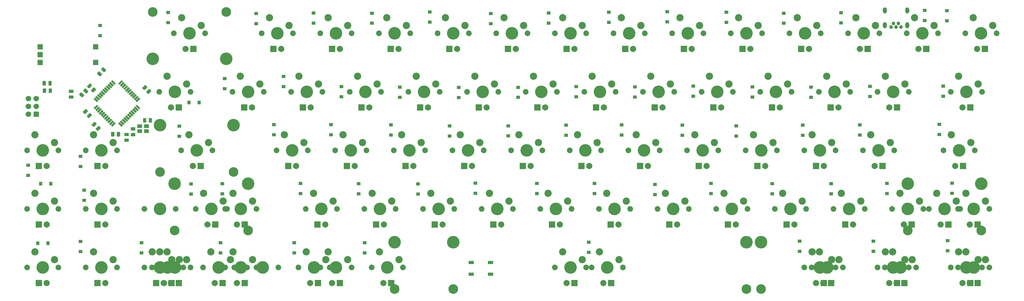
<source format=gbr>
%TF.GenerationSoftware,KiCad,Pcbnew,(5.1.5)-3*%
%TF.CreationDate,2021-06-23T12:29:00-05:00*%
%TF.ProjectId,Pikatea Keyboard,50696b61-7465-4612-904b-6579626f6172,rev?*%
%TF.SameCoordinates,Original*%
%TF.FileFunction,Soldermask,Top*%
%TF.FilePolarity,Negative*%
%FSLAX46Y46*%
G04 Gerber Fmt 4.6, Leading zero omitted, Abs format (unit mm)*
G04 Created by KiCad (PCBNEW (5.1.5)-3) date 2021-06-23 12:29:00*
%MOMM*%
%LPD*%
G04 APERTURE LIST*
%ADD10C,1.850000*%
%ADD11C,4.087800*%
%ADD12C,3.148000*%
%ADD13R,2.005000X2.005000*%
%ADD14C,2.005000*%
%ADD15C,2.350000*%
%ADD16R,1.300000X1.000000*%
%ADD17R,1.000000X1.300000*%
%ADD18R,1.800000X1.800000*%
%ADD19R,1.500000X1.300000*%
%ADD20C,0.100000*%
%ADD21R,1.800000X1.100000*%
%ADD22O,1.300000X2.000000*%
%ADD23C,1.200000*%
%ADD24C,1.800000*%
G04 APERTURE END LIST*
D10*
%TO.C,MX_RMENU2*%
X43180000Y-150000000D03*
X33020000Y-150000000D03*
D11*
X38100000Y-150000000D03*
%TD*%
D10*
%TO.C,MX_UP2*%
X9842500Y-130950000D03*
X-317500Y-130950000D03*
D11*
X4762500Y-130950000D03*
%TD*%
%TO.C,MX_SPACE2*%
X80943750Y-141745000D03*
X195243750Y-141745000D03*
D12*
X80943750Y-156985000D03*
X195243750Y-156985000D03*
D10*
X133013750Y-150000000D03*
X143173750Y-150000000D03*
D13*
X139363750Y-155080000D03*
D14*
X136823750Y-155080000D03*
D15*
X141903750Y-147460000D03*
D11*
X138093750Y-150000000D03*
D15*
X135553750Y-144920000D03*
%TD*%
D10*
%TO.C,MX_RSHFT2*%
X25876250Y-130950000D03*
X36036250Y-130950000D03*
D13*
X32226250Y-136030000D03*
D14*
X29686250Y-136030000D03*
D15*
X34766250Y-128410000D03*
D11*
X30956250Y-130950000D03*
D15*
X28416250Y-125870000D03*
%TD*%
D10*
%TO.C,MX_RWIN2*%
X56780000Y-150000000D03*
X66940000Y-150000000D03*
D13*
X63130000Y-155080000D03*
D14*
X60590000Y-155080000D03*
D15*
X65670000Y-147460000D03*
D11*
X61860000Y-150000000D03*
D15*
X59320000Y-144920000D03*
%TD*%
D10*
%TO.C,MX_RMENU3*%
X18700000Y-150000000D03*
X28860000Y-150000000D03*
D13*
X25050000Y-155080000D03*
D14*
X22510000Y-155080000D03*
D15*
X27590000Y-147460000D03*
D11*
X23780000Y-150000000D03*
D15*
X21240000Y-144920000D03*
%TD*%
D10*
%TO.C,MX_LMENU2*%
X237788750Y-150000000D03*
X247948750Y-150000000D03*
D13*
X244138750Y-155080000D03*
D14*
X241598750Y-155080000D03*
D15*
X246678750Y-147460000D03*
D11*
X242868750Y-150000000D03*
D15*
X240328750Y-144920000D03*
%TD*%
D10*
%TO.C,MX_RCTRL3*%
X-321250Y-150000000D03*
X9838750Y-150000000D03*
D13*
X3488750Y-155080000D03*
D14*
X6028750Y-155080000D03*
D15*
X8568750Y-147460000D03*
D11*
X4758750Y-150000000D03*
D15*
X2218750Y-144920000D03*
%TD*%
D10*
%TO.C,MX_RCTRL2*%
X4441250Y-150000000D03*
X14601250Y-150000000D03*
D13*
X10791250Y-155080000D03*
D14*
X8251250Y-155080000D03*
D15*
X13331250Y-147460000D03*
D11*
X9521250Y-150000000D03*
D15*
X6981250Y-144920000D03*
%TD*%
D10*
%TO.C,MX_RCTRL1*%
X2060000Y-150000000D03*
X12220000Y-150000000D03*
D13*
X8410000Y-155080000D03*
D14*
X5870000Y-155080000D03*
D15*
X10950000Y-147460000D03*
D11*
X7140000Y-150000000D03*
D15*
X4600000Y-144920000D03*
%TD*%
D10*
%TO.C,MX_LCTRL2*%
X261601250Y-150000000D03*
X271761250Y-150000000D03*
D13*
X267951250Y-155080000D03*
D14*
X265411250Y-155080000D03*
D15*
X270491250Y-147460000D03*
D11*
X266681250Y-150000000D03*
D15*
X264141250Y-144920000D03*
%TD*%
D10*
%TO.C,MX_LALT2*%
X213976250Y-150000000D03*
X224136250Y-150000000D03*
D13*
X220326250Y-155080000D03*
D14*
X217786250Y-155080000D03*
D15*
X222866250Y-147460000D03*
D11*
X219056250Y-150000000D03*
D15*
X216516250Y-144920000D03*
%TD*%
D16*
%TO.C,D70*%
X24980000Y-126000000D03*
X24980000Y-122700000D03*
%TD*%
D17*
%TO.C,D47*%
X14090000Y-96290000D03*
X17390000Y-96290000D03*
%TD*%
D16*
%TO.C,D44*%
X25740000Y-88500000D03*
X25740000Y-91800000D03*
%TD*%
%TO.C,D41*%
X44840000Y-87810000D03*
X44840000Y-91110000D03*
%TD*%
%TO.C,D69*%
X-14720000Y-74530000D03*
X-14720000Y-71230000D03*
%TD*%
D18*
%TO.C,SW2*%
X-16164580Y-78145640D03*
X-16164580Y-83225640D03*
X-34264580Y-80685640D03*
X-34264580Y-78145640D03*
X-34264580Y-83225640D03*
%TD*%
D16*
%TO.C,D68*%
X7320000Y-70300000D03*
X7320000Y-67000000D03*
%TD*%
%TO.C,D67*%
X35990000Y-70620000D03*
X35990000Y-67320000D03*
%TD*%
%TO.C,D66*%
X54620000Y-70460000D03*
X54620000Y-67160000D03*
%TD*%
%TO.C,D65*%
X73560000Y-70510000D03*
X73560000Y-67210000D03*
%TD*%
%TO.C,D64*%
X92360000Y-70140000D03*
X92360000Y-66840000D03*
%TD*%
%TO.C,D63*%
X112130000Y-70620000D03*
X112130000Y-67320000D03*
%TD*%
%TO.C,D62*%
X130920000Y-70460000D03*
X130920000Y-67160000D03*
%TD*%
%TO.C,D61*%
X150510000Y-70190000D03*
X150510000Y-66890000D03*
%TD*%
%TO.C,D60*%
X169460000Y-70020000D03*
X169460000Y-66720000D03*
%TD*%
%TO.C,D59*%
X188670000Y-70190000D03*
X188670000Y-66890000D03*
%TD*%
%TO.C,D58*%
X207300000Y-70510000D03*
X207300000Y-67210000D03*
%TD*%
%TO.C,D57*%
X225930000Y-70350000D03*
X225930000Y-67050000D03*
%TD*%
%TO.C,D56*%
X253110000Y-69610000D03*
X253110000Y-66310000D03*
%TD*%
%TO.C,D55*%
X260300000Y-69690000D03*
X260300000Y-66390000D03*
%TD*%
D11*
%TO.C,MX_BSPC1*%
X2349500Y-82055000D03*
X26225500Y-82055000D03*
D12*
X2349500Y-66815000D03*
X26225500Y-66815000D03*
D10*
X9207500Y-73800000D03*
X19367500Y-73800000D03*
D13*
X15557500Y-78880000D03*
D14*
X13017500Y-78880000D03*
D15*
X18097500Y-71260000D03*
D11*
X14287500Y-73800000D03*
D15*
X11747500Y-68720000D03*
%TD*%
D17*
%TO.C,D54*%
X-34025000Y-122700000D03*
X-30725000Y-122700000D03*
%TD*%
D16*
%TO.C,D53*%
X-38110000Y-116720000D03*
X-38110000Y-120020000D03*
%TD*%
D17*
%TO.C,D52*%
X-34980000Y-142130000D03*
X-31680000Y-142130000D03*
%TD*%
D16*
%TO.C,D51*%
X-19939000Y-124843000D03*
X-19939000Y-128143000D03*
%TD*%
%TO.C,D50*%
X-21082000Y-113792000D03*
X-21082000Y-117092000D03*
%TD*%
%TO.C,D49*%
X-21100000Y-144800000D03*
X-21100000Y-141500000D03*
%TD*%
%TO.C,D48*%
X14800000Y-126060000D03*
X14800000Y-122760000D03*
%TD*%
%TO.C,D46*%
X-1250000Y-145240000D03*
X-1250000Y-141940000D03*
%TD*%
%TO.C,D45*%
X10950000Y-107325000D03*
X10950000Y-104025000D03*
%TD*%
%TO.C,D43*%
X24400000Y-145225000D03*
X24400000Y-141925000D03*
%TD*%
%TO.C,D42*%
X41690000Y-106810000D03*
X41690000Y-103510000D03*
%TD*%
%TO.C,D40*%
X48325000Y-145225000D03*
X48325000Y-141925000D03*
%TD*%
%TO.C,D39*%
X50330000Y-125960000D03*
X50330000Y-122660000D03*
%TD*%
%TO.C,D38*%
X60225000Y-106775000D03*
X60225000Y-103475000D03*
%TD*%
%TO.C,D37*%
X63640000Y-91090000D03*
X63640000Y-94390000D03*
%TD*%
%TO.C,D36*%
X71200000Y-145225000D03*
X71200000Y-141925000D03*
%TD*%
%TO.C,D35*%
X69230000Y-125990000D03*
X69230000Y-122690000D03*
%TD*%
%TO.C,D34*%
X79750000Y-106880000D03*
X79750000Y-103580000D03*
%TD*%
%TO.C,D33*%
X82650000Y-91290000D03*
X82650000Y-94590000D03*
%TD*%
%TO.C,D32*%
X88560000Y-126120000D03*
X88560000Y-122820000D03*
%TD*%
%TO.C,D31*%
X98775000Y-107175000D03*
X98775000Y-103875000D03*
%TD*%
%TO.C,D30*%
X101750000Y-91400000D03*
X101750000Y-94700000D03*
%TD*%
%TO.C,D29*%
X107175000Y-125800000D03*
X107175000Y-122500000D03*
%TD*%
%TO.C,D28*%
X117830000Y-107170000D03*
X117830000Y-103870000D03*
%TD*%
%TO.C,D27*%
X121040000Y-91340000D03*
X121040000Y-94640000D03*
%TD*%
%TO.C,D26*%
X127125000Y-125900000D03*
X127125000Y-122600000D03*
%TD*%
%TO.C,D25*%
X136670000Y-107000000D03*
X136670000Y-103700000D03*
%TD*%
%TO.C,D24*%
X143975000Y-145050000D03*
X143975000Y-141750000D03*
%TD*%
%TO.C,D23*%
X139970000Y-91130000D03*
X139970000Y-94430000D03*
%TD*%
%TO.C,D22*%
X145900000Y-125950000D03*
X145900000Y-122650000D03*
%TD*%
%TO.C,D21*%
X154650000Y-106850000D03*
X154650000Y-103550000D03*
%TD*%
%TO.C,D20*%
X158960000Y-91230000D03*
X158960000Y-94530000D03*
%TD*%
%TO.C,D19*%
X165525000Y-126225000D03*
X165525000Y-122925000D03*
%TD*%
%TO.C,D18*%
X174410000Y-107000000D03*
X174410000Y-103700000D03*
%TD*%
%TO.C,D17*%
X177950000Y-90930000D03*
X177950000Y-94230000D03*
%TD*%
%TO.C,D16*%
X183675000Y-125900000D03*
X183675000Y-122600000D03*
%TD*%
%TO.C,D15*%
X191900000Y-107175000D03*
X191900000Y-103875000D03*
%TD*%
%TO.C,D14*%
X197210000Y-91180000D03*
X197210000Y-94480000D03*
%TD*%
%TO.C,D13*%
X203600000Y-126050000D03*
X203600000Y-122750000D03*
%TD*%
%TO.C,D12*%
X213475000Y-106975000D03*
X213475000Y-103675000D03*
%TD*%
%TO.C,D11*%
X216210000Y-91290000D03*
X216210000Y-94590000D03*
%TD*%
%TO.C,D10*%
X222700000Y-126050000D03*
X222700000Y-122750000D03*
%TD*%
%TO.C,D9*%
X212520000Y-144730000D03*
X212520000Y-141430000D03*
%TD*%
%TO.C,D8*%
X232025000Y-106850000D03*
X232025000Y-103550000D03*
%TD*%
%TO.C,D7*%
X235360000Y-91040000D03*
X235360000Y-94340000D03*
%TD*%
%TO.C,D6*%
X240825000Y-125950000D03*
X240825000Y-122650000D03*
%TD*%
%TO.C,D5*%
X236480000Y-144690000D03*
X236480000Y-141390000D03*
%TD*%
%TO.C,D4*%
X262000000Y-125850000D03*
X262000000Y-122550000D03*
%TD*%
%TO.C,D3*%
X257850000Y-106675000D03*
X257850000Y-103375000D03*
%TD*%
%TO.C,D2*%
X259110000Y-90970000D03*
X259110000Y-94270000D03*
%TD*%
%TO.C,D1*%
X260610000Y-144580000D03*
X260610000Y-141280000D03*
%TD*%
D10*
%TO.C,MX_LSHFT2*%
X263982500Y-130950000D03*
X274142500Y-130950000D03*
D13*
X270332500Y-136030000D03*
D14*
X267792500Y-136030000D03*
D15*
X272872500Y-128410000D03*
D11*
X269062500Y-130950000D03*
D15*
X266522500Y-125870000D03*
%TD*%
D10*
%TO.C,MX_X1*%
X204470000Y-130950000D03*
X214630000Y-130950000D03*
D13*
X208280000Y-136030000D03*
D14*
X210820000Y-136030000D03*
D15*
X213360000Y-128410000D03*
D11*
X209550000Y-130950000D03*
D15*
X207010000Y-125870000D03*
%TD*%
D10*
%TO.C,MX_LCTRL1*%
X263982500Y-150000000D03*
X274142500Y-150000000D03*
D13*
X270332500Y-155080000D03*
D14*
X267792500Y-155080000D03*
D15*
X272872500Y-147460000D03*
D11*
X269062500Y-150000000D03*
D15*
X266522500Y-144920000D03*
%TD*%
D19*
%TO.C,X1*%
X290000Y-105630000D03*
X-1910000Y-105630000D03*
X-1910000Y-104030000D03*
X290000Y-104030000D03*
%TD*%
D20*
%TO.C,U1*%
G36*
X-16423528Y-94705870D02*
G01*
X-16407754Y-94708210D01*
X-16392285Y-94712085D01*
X-16377270Y-94717458D01*
X-16362854Y-94724276D01*
X-16349176Y-94732474D01*
X-16336367Y-94741974D01*
X-16324551Y-94752683D01*
X-15440667Y-95636567D01*
X-15429958Y-95648383D01*
X-15420458Y-95661192D01*
X-15412260Y-95674870D01*
X-15405442Y-95689286D01*
X-15400069Y-95704301D01*
X-15396194Y-95719770D01*
X-15393854Y-95735544D01*
X-15393072Y-95751472D01*
X-15393854Y-95767400D01*
X-15396194Y-95783174D01*
X-15400069Y-95798643D01*
X-15405442Y-95813658D01*
X-15412260Y-95828074D01*
X-15420458Y-95841752D01*
X-15429958Y-95854561D01*
X-15440667Y-95866377D01*
X-15670477Y-96096187D01*
X-15682293Y-96106896D01*
X-15695102Y-96116396D01*
X-15708780Y-96124594D01*
X-15723196Y-96131412D01*
X-15738211Y-96136785D01*
X-15753680Y-96140660D01*
X-15769454Y-96143000D01*
X-15785382Y-96143782D01*
X-15801310Y-96143000D01*
X-15817084Y-96140660D01*
X-15832553Y-96136785D01*
X-15847568Y-96131412D01*
X-15861984Y-96124594D01*
X-15875662Y-96116396D01*
X-15888471Y-96106896D01*
X-15900287Y-96096187D01*
X-16784171Y-95212303D01*
X-16794880Y-95200487D01*
X-16804380Y-95187678D01*
X-16812578Y-95174000D01*
X-16819396Y-95159584D01*
X-16824769Y-95144569D01*
X-16828644Y-95129100D01*
X-16830984Y-95113326D01*
X-16831766Y-95097398D01*
X-16830984Y-95081470D01*
X-16828644Y-95065696D01*
X-16824769Y-95050227D01*
X-16819396Y-95035212D01*
X-16812578Y-95020796D01*
X-16804380Y-95007118D01*
X-16794880Y-94994309D01*
X-16784171Y-94982493D01*
X-16554361Y-94752683D01*
X-16542545Y-94741974D01*
X-16529736Y-94732474D01*
X-16516058Y-94724276D01*
X-16501642Y-94717458D01*
X-16486627Y-94712085D01*
X-16471158Y-94708210D01*
X-16455384Y-94705870D01*
X-16439456Y-94705088D01*
X-16423528Y-94705870D01*
G37*
G36*
X-15857843Y-94140185D02*
G01*
X-15842069Y-94142525D01*
X-15826600Y-94146400D01*
X-15811585Y-94151773D01*
X-15797169Y-94158591D01*
X-15783491Y-94166789D01*
X-15770682Y-94176289D01*
X-15758866Y-94186998D01*
X-14874982Y-95070882D01*
X-14864273Y-95082698D01*
X-14854773Y-95095507D01*
X-14846575Y-95109185D01*
X-14839757Y-95123601D01*
X-14834384Y-95138616D01*
X-14830509Y-95154085D01*
X-14828169Y-95169859D01*
X-14827387Y-95185787D01*
X-14828169Y-95201715D01*
X-14830509Y-95217489D01*
X-14834384Y-95232958D01*
X-14839757Y-95247973D01*
X-14846575Y-95262389D01*
X-14854773Y-95276067D01*
X-14864273Y-95288876D01*
X-14874982Y-95300692D01*
X-15104792Y-95530502D01*
X-15116608Y-95541211D01*
X-15129417Y-95550711D01*
X-15143095Y-95558909D01*
X-15157511Y-95565727D01*
X-15172526Y-95571100D01*
X-15187995Y-95574975D01*
X-15203769Y-95577315D01*
X-15219697Y-95578097D01*
X-15235625Y-95577315D01*
X-15251399Y-95574975D01*
X-15266868Y-95571100D01*
X-15281883Y-95565727D01*
X-15296299Y-95558909D01*
X-15309977Y-95550711D01*
X-15322786Y-95541211D01*
X-15334602Y-95530502D01*
X-16218486Y-94646618D01*
X-16229195Y-94634802D01*
X-16238695Y-94621993D01*
X-16246893Y-94608315D01*
X-16253711Y-94593899D01*
X-16259084Y-94578884D01*
X-16262959Y-94563415D01*
X-16265299Y-94547641D01*
X-16266081Y-94531713D01*
X-16265299Y-94515785D01*
X-16262959Y-94500011D01*
X-16259084Y-94484542D01*
X-16253711Y-94469527D01*
X-16246893Y-94455111D01*
X-16238695Y-94441433D01*
X-16229195Y-94428624D01*
X-16218486Y-94416808D01*
X-15988676Y-94186998D01*
X-15976860Y-94176289D01*
X-15964051Y-94166789D01*
X-15950373Y-94158591D01*
X-15935957Y-94151773D01*
X-15920942Y-94146400D01*
X-15905473Y-94142525D01*
X-15889699Y-94140185D01*
X-15873771Y-94139403D01*
X-15857843Y-94140185D01*
G37*
G36*
X-15292157Y-93574499D02*
G01*
X-15276383Y-93576839D01*
X-15260914Y-93580714D01*
X-15245899Y-93586087D01*
X-15231483Y-93592905D01*
X-15217805Y-93601103D01*
X-15204996Y-93610603D01*
X-15193180Y-93621312D01*
X-14309296Y-94505196D01*
X-14298587Y-94517012D01*
X-14289087Y-94529821D01*
X-14280889Y-94543499D01*
X-14274071Y-94557915D01*
X-14268698Y-94572930D01*
X-14264823Y-94588399D01*
X-14262483Y-94604173D01*
X-14261701Y-94620101D01*
X-14262483Y-94636029D01*
X-14264823Y-94651803D01*
X-14268698Y-94667272D01*
X-14274071Y-94682287D01*
X-14280889Y-94696703D01*
X-14289087Y-94710381D01*
X-14298587Y-94723190D01*
X-14309296Y-94735006D01*
X-14539106Y-94964816D01*
X-14550922Y-94975525D01*
X-14563731Y-94985025D01*
X-14577409Y-94993223D01*
X-14591825Y-95000041D01*
X-14606840Y-95005414D01*
X-14622309Y-95009289D01*
X-14638083Y-95011629D01*
X-14654011Y-95012411D01*
X-14669939Y-95011629D01*
X-14685713Y-95009289D01*
X-14701182Y-95005414D01*
X-14716197Y-95000041D01*
X-14730613Y-94993223D01*
X-14744291Y-94985025D01*
X-14757100Y-94975525D01*
X-14768916Y-94964816D01*
X-15652800Y-94080932D01*
X-15663509Y-94069116D01*
X-15673009Y-94056307D01*
X-15681207Y-94042629D01*
X-15688025Y-94028213D01*
X-15693398Y-94013198D01*
X-15697273Y-93997729D01*
X-15699613Y-93981955D01*
X-15700395Y-93966027D01*
X-15699613Y-93950099D01*
X-15697273Y-93934325D01*
X-15693398Y-93918856D01*
X-15688025Y-93903841D01*
X-15681207Y-93889425D01*
X-15673009Y-93875747D01*
X-15663509Y-93862938D01*
X-15652800Y-93851122D01*
X-15422990Y-93621312D01*
X-15411174Y-93610603D01*
X-15398365Y-93601103D01*
X-15384687Y-93592905D01*
X-15370271Y-93586087D01*
X-15355256Y-93580714D01*
X-15339787Y-93576839D01*
X-15324013Y-93574499D01*
X-15308085Y-93573717D01*
X-15292157Y-93574499D01*
G37*
G36*
X-14726472Y-93008814D02*
G01*
X-14710698Y-93011154D01*
X-14695229Y-93015029D01*
X-14680214Y-93020402D01*
X-14665798Y-93027220D01*
X-14652120Y-93035418D01*
X-14639311Y-93044918D01*
X-14627495Y-93055627D01*
X-13743611Y-93939511D01*
X-13732902Y-93951327D01*
X-13723402Y-93964136D01*
X-13715204Y-93977814D01*
X-13708386Y-93992230D01*
X-13703013Y-94007245D01*
X-13699138Y-94022714D01*
X-13696798Y-94038488D01*
X-13696016Y-94054416D01*
X-13696798Y-94070344D01*
X-13699138Y-94086118D01*
X-13703013Y-94101587D01*
X-13708386Y-94116602D01*
X-13715204Y-94131018D01*
X-13723402Y-94144696D01*
X-13732902Y-94157505D01*
X-13743611Y-94169321D01*
X-13973421Y-94399131D01*
X-13985237Y-94409840D01*
X-13998046Y-94419340D01*
X-14011724Y-94427538D01*
X-14026140Y-94434356D01*
X-14041155Y-94439729D01*
X-14056624Y-94443604D01*
X-14072398Y-94445944D01*
X-14088326Y-94446726D01*
X-14104254Y-94445944D01*
X-14120028Y-94443604D01*
X-14135497Y-94439729D01*
X-14150512Y-94434356D01*
X-14164928Y-94427538D01*
X-14178606Y-94419340D01*
X-14191415Y-94409840D01*
X-14203231Y-94399131D01*
X-15087115Y-93515247D01*
X-15097824Y-93503431D01*
X-15107324Y-93490622D01*
X-15115522Y-93476944D01*
X-15122340Y-93462528D01*
X-15127713Y-93447513D01*
X-15131588Y-93432044D01*
X-15133928Y-93416270D01*
X-15134710Y-93400342D01*
X-15133928Y-93384414D01*
X-15131588Y-93368640D01*
X-15127713Y-93353171D01*
X-15122340Y-93338156D01*
X-15115522Y-93323740D01*
X-15107324Y-93310062D01*
X-15097824Y-93297253D01*
X-15087115Y-93285437D01*
X-14857305Y-93055627D01*
X-14845489Y-93044918D01*
X-14832680Y-93035418D01*
X-14819002Y-93027220D01*
X-14804586Y-93020402D01*
X-14789571Y-93015029D01*
X-14774102Y-93011154D01*
X-14758328Y-93008814D01*
X-14742400Y-93008032D01*
X-14726472Y-93008814D01*
G37*
G36*
X-14160787Y-92443128D02*
G01*
X-14145013Y-92445468D01*
X-14129544Y-92449343D01*
X-14114529Y-92454716D01*
X-14100113Y-92461534D01*
X-14086435Y-92469732D01*
X-14073626Y-92479232D01*
X-14061810Y-92489941D01*
X-13177926Y-93373825D01*
X-13167217Y-93385641D01*
X-13157717Y-93398450D01*
X-13149519Y-93412128D01*
X-13142701Y-93426544D01*
X-13137328Y-93441559D01*
X-13133453Y-93457028D01*
X-13131113Y-93472802D01*
X-13130331Y-93488730D01*
X-13131113Y-93504658D01*
X-13133453Y-93520432D01*
X-13137328Y-93535901D01*
X-13142701Y-93550916D01*
X-13149519Y-93565332D01*
X-13157717Y-93579010D01*
X-13167217Y-93591819D01*
X-13177926Y-93603635D01*
X-13407736Y-93833445D01*
X-13419552Y-93844154D01*
X-13432361Y-93853654D01*
X-13446039Y-93861852D01*
X-13460455Y-93868670D01*
X-13475470Y-93874043D01*
X-13490939Y-93877918D01*
X-13506713Y-93880258D01*
X-13522641Y-93881040D01*
X-13538569Y-93880258D01*
X-13554343Y-93877918D01*
X-13569812Y-93874043D01*
X-13584827Y-93868670D01*
X-13599243Y-93861852D01*
X-13612921Y-93853654D01*
X-13625730Y-93844154D01*
X-13637546Y-93833445D01*
X-14521430Y-92949561D01*
X-14532139Y-92937745D01*
X-14541639Y-92924936D01*
X-14549837Y-92911258D01*
X-14556655Y-92896842D01*
X-14562028Y-92881827D01*
X-14565903Y-92866358D01*
X-14568243Y-92850584D01*
X-14569025Y-92834656D01*
X-14568243Y-92818728D01*
X-14565903Y-92802954D01*
X-14562028Y-92787485D01*
X-14556655Y-92772470D01*
X-14549837Y-92758054D01*
X-14541639Y-92744376D01*
X-14532139Y-92731567D01*
X-14521430Y-92719751D01*
X-14291620Y-92489941D01*
X-14279804Y-92479232D01*
X-14266995Y-92469732D01*
X-14253317Y-92461534D01*
X-14238901Y-92454716D01*
X-14223886Y-92449343D01*
X-14208417Y-92445468D01*
X-14192643Y-92443128D01*
X-14176715Y-92442346D01*
X-14160787Y-92443128D01*
G37*
G36*
X-13595101Y-91877443D02*
G01*
X-13579327Y-91879783D01*
X-13563858Y-91883658D01*
X-13548843Y-91889031D01*
X-13534427Y-91895849D01*
X-13520749Y-91904047D01*
X-13507940Y-91913547D01*
X-13496124Y-91924256D01*
X-12612240Y-92808140D01*
X-12601531Y-92819956D01*
X-12592031Y-92832765D01*
X-12583833Y-92846443D01*
X-12577015Y-92860859D01*
X-12571642Y-92875874D01*
X-12567767Y-92891343D01*
X-12565427Y-92907117D01*
X-12564645Y-92923045D01*
X-12565427Y-92938973D01*
X-12567767Y-92954747D01*
X-12571642Y-92970216D01*
X-12577015Y-92985231D01*
X-12583833Y-92999647D01*
X-12592031Y-93013325D01*
X-12601531Y-93026134D01*
X-12612240Y-93037950D01*
X-12842050Y-93267760D01*
X-12853866Y-93278469D01*
X-12866675Y-93287969D01*
X-12880353Y-93296167D01*
X-12894769Y-93302985D01*
X-12909784Y-93308358D01*
X-12925253Y-93312233D01*
X-12941027Y-93314573D01*
X-12956955Y-93315355D01*
X-12972883Y-93314573D01*
X-12988657Y-93312233D01*
X-13004126Y-93308358D01*
X-13019141Y-93302985D01*
X-13033557Y-93296167D01*
X-13047235Y-93287969D01*
X-13060044Y-93278469D01*
X-13071860Y-93267760D01*
X-13955744Y-92383876D01*
X-13966453Y-92372060D01*
X-13975953Y-92359251D01*
X-13984151Y-92345573D01*
X-13990969Y-92331157D01*
X-13996342Y-92316142D01*
X-14000217Y-92300673D01*
X-14002557Y-92284899D01*
X-14003339Y-92268971D01*
X-14002557Y-92253043D01*
X-14000217Y-92237269D01*
X-13996342Y-92221800D01*
X-13990969Y-92206785D01*
X-13984151Y-92192369D01*
X-13975953Y-92178691D01*
X-13966453Y-92165882D01*
X-13955744Y-92154066D01*
X-13725934Y-91924256D01*
X-13714118Y-91913547D01*
X-13701309Y-91904047D01*
X-13687631Y-91895849D01*
X-13673215Y-91889031D01*
X-13658200Y-91883658D01*
X-13642731Y-91879783D01*
X-13626957Y-91877443D01*
X-13611029Y-91876661D01*
X-13595101Y-91877443D01*
G37*
G36*
X-13029416Y-91311757D02*
G01*
X-13013642Y-91314097D01*
X-12998173Y-91317972D01*
X-12983158Y-91323345D01*
X-12968742Y-91330163D01*
X-12955064Y-91338361D01*
X-12942255Y-91347861D01*
X-12930439Y-91358570D01*
X-12046555Y-92242454D01*
X-12035846Y-92254270D01*
X-12026346Y-92267079D01*
X-12018148Y-92280757D01*
X-12011330Y-92295173D01*
X-12005957Y-92310188D01*
X-12002082Y-92325657D01*
X-11999742Y-92341431D01*
X-11998960Y-92357359D01*
X-11999742Y-92373287D01*
X-12002082Y-92389061D01*
X-12005957Y-92404530D01*
X-12011330Y-92419545D01*
X-12018148Y-92433961D01*
X-12026346Y-92447639D01*
X-12035846Y-92460448D01*
X-12046555Y-92472264D01*
X-12276365Y-92702074D01*
X-12288181Y-92712783D01*
X-12300990Y-92722283D01*
X-12314668Y-92730481D01*
X-12329084Y-92737299D01*
X-12344099Y-92742672D01*
X-12359568Y-92746547D01*
X-12375342Y-92748887D01*
X-12391270Y-92749669D01*
X-12407198Y-92748887D01*
X-12422972Y-92746547D01*
X-12438441Y-92742672D01*
X-12453456Y-92737299D01*
X-12467872Y-92730481D01*
X-12481550Y-92722283D01*
X-12494359Y-92712783D01*
X-12506175Y-92702074D01*
X-13390059Y-91818190D01*
X-13400768Y-91806374D01*
X-13410268Y-91793565D01*
X-13418466Y-91779887D01*
X-13425284Y-91765471D01*
X-13430657Y-91750456D01*
X-13434532Y-91734987D01*
X-13436872Y-91719213D01*
X-13437654Y-91703285D01*
X-13436872Y-91687357D01*
X-13434532Y-91671583D01*
X-13430657Y-91656114D01*
X-13425284Y-91641099D01*
X-13418466Y-91626683D01*
X-13410268Y-91613005D01*
X-13400768Y-91600196D01*
X-13390059Y-91588380D01*
X-13160249Y-91358570D01*
X-13148433Y-91347861D01*
X-13135624Y-91338361D01*
X-13121946Y-91330163D01*
X-13107530Y-91323345D01*
X-13092515Y-91317972D01*
X-13077046Y-91314097D01*
X-13061272Y-91311757D01*
X-13045344Y-91310975D01*
X-13029416Y-91311757D01*
G37*
G36*
X-12463730Y-90746072D02*
G01*
X-12447956Y-90748412D01*
X-12432487Y-90752287D01*
X-12417472Y-90757660D01*
X-12403056Y-90764478D01*
X-12389378Y-90772676D01*
X-12376569Y-90782176D01*
X-12364753Y-90792885D01*
X-11480869Y-91676769D01*
X-11470160Y-91688585D01*
X-11460660Y-91701394D01*
X-11452462Y-91715072D01*
X-11445644Y-91729488D01*
X-11440271Y-91744503D01*
X-11436396Y-91759972D01*
X-11434056Y-91775746D01*
X-11433274Y-91791674D01*
X-11434056Y-91807602D01*
X-11436396Y-91823376D01*
X-11440271Y-91838845D01*
X-11445644Y-91853860D01*
X-11452462Y-91868276D01*
X-11460660Y-91881954D01*
X-11470160Y-91894763D01*
X-11480869Y-91906579D01*
X-11710679Y-92136389D01*
X-11722495Y-92147098D01*
X-11735304Y-92156598D01*
X-11748982Y-92164796D01*
X-11763398Y-92171614D01*
X-11778413Y-92176987D01*
X-11793882Y-92180862D01*
X-11809656Y-92183202D01*
X-11825584Y-92183984D01*
X-11841512Y-92183202D01*
X-11857286Y-92180862D01*
X-11872755Y-92176987D01*
X-11887770Y-92171614D01*
X-11902186Y-92164796D01*
X-11915864Y-92156598D01*
X-11928673Y-92147098D01*
X-11940489Y-92136389D01*
X-12824373Y-91252505D01*
X-12835082Y-91240689D01*
X-12844582Y-91227880D01*
X-12852780Y-91214202D01*
X-12859598Y-91199786D01*
X-12864971Y-91184771D01*
X-12868846Y-91169302D01*
X-12871186Y-91153528D01*
X-12871968Y-91137600D01*
X-12871186Y-91121672D01*
X-12868846Y-91105898D01*
X-12864971Y-91090429D01*
X-12859598Y-91075414D01*
X-12852780Y-91060998D01*
X-12844582Y-91047320D01*
X-12835082Y-91034511D01*
X-12824373Y-91022695D01*
X-12594563Y-90792885D01*
X-12582747Y-90782176D01*
X-12569938Y-90772676D01*
X-12556260Y-90764478D01*
X-12541844Y-90757660D01*
X-12526829Y-90752287D01*
X-12511360Y-90748412D01*
X-12495586Y-90746072D01*
X-12479658Y-90745290D01*
X-12463730Y-90746072D01*
G37*
G36*
X-11898045Y-90180387D02*
G01*
X-11882271Y-90182727D01*
X-11866802Y-90186602D01*
X-11851787Y-90191975D01*
X-11837371Y-90198793D01*
X-11823693Y-90206991D01*
X-11810884Y-90216491D01*
X-11799068Y-90227200D01*
X-10915184Y-91111084D01*
X-10904475Y-91122900D01*
X-10894975Y-91135709D01*
X-10886777Y-91149387D01*
X-10879959Y-91163803D01*
X-10874586Y-91178818D01*
X-10870711Y-91194287D01*
X-10868371Y-91210061D01*
X-10867589Y-91225989D01*
X-10868371Y-91241917D01*
X-10870711Y-91257691D01*
X-10874586Y-91273160D01*
X-10879959Y-91288175D01*
X-10886777Y-91302591D01*
X-10894975Y-91316269D01*
X-10904475Y-91329078D01*
X-10915184Y-91340894D01*
X-11144994Y-91570704D01*
X-11156810Y-91581413D01*
X-11169619Y-91590913D01*
X-11183297Y-91599111D01*
X-11197713Y-91605929D01*
X-11212728Y-91611302D01*
X-11228197Y-91615177D01*
X-11243971Y-91617517D01*
X-11259899Y-91618299D01*
X-11275827Y-91617517D01*
X-11291601Y-91615177D01*
X-11307070Y-91611302D01*
X-11322085Y-91605929D01*
X-11336501Y-91599111D01*
X-11350179Y-91590913D01*
X-11362988Y-91581413D01*
X-11374804Y-91570704D01*
X-12258688Y-90686820D01*
X-12269397Y-90675004D01*
X-12278897Y-90662195D01*
X-12287095Y-90648517D01*
X-12293913Y-90634101D01*
X-12299286Y-90619086D01*
X-12303161Y-90603617D01*
X-12305501Y-90587843D01*
X-12306283Y-90571915D01*
X-12305501Y-90555987D01*
X-12303161Y-90540213D01*
X-12299286Y-90524744D01*
X-12293913Y-90509729D01*
X-12287095Y-90495313D01*
X-12278897Y-90481635D01*
X-12269397Y-90468826D01*
X-12258688Y-90457010D01*
X-12028878Y-90227200D01*
X-12017062Y-90216491D01*
X-12004253Y-90206991D01*
X-11990575Y-90198793D01*
X-11976159Y-90191975D01*
X-11961144Y-90186602D01*
X-11945675Y-90182727D01*
X-11929901Y-90180387D01*
X-11913973Y-90179605D01*
X-11898045Y-90180387D01*
G37*
G36*
X-11332359Y-89614701D02*
G01*
X-11316585Y-89617041D01*
X-11301116Y-89620916D01*
X-11286101Y-89626289D01*
X-11271685Y-89633107D01*
X-11258007Y-89641305D01*
X-11245198Y-89650805D01*
X-11233382Y-89661514D01*
X-10349498Y-90545398D01*
X-10338789Y-90557214D01*
X-10329289Y-90570023D01*
X-10321091Y-90583701D01*
X-10314273Y-90598117D01*
X-10308900Y-90613132D01*
X-10305025Y-90628601D01*
X-10302685Y-90644375D01*
X-10301903Y-90660303D01*
X-10302685Y-90676231D01*
X-10305025Y-90692005D01*
X-10308900Y-90707474D01*
X-10314273Y-90722489D01*
X-10321091Y-90736905D01*
X-10329289Y-90750583D01*
X-10338789Y-90763392D01*
X-10349498Y-90775208D01*
X-10579308Y-91005018D01*
X-10591124Y-91015727D01*
X-10603933Y-91025227D01*
X-10617611Y-91033425D01*
X-10632027Y-91040243D01*
X-10647042Y-91045616D01*
X-10662511Y-91049491D01*
X-10678285Y-91051831D01*
X-10694213Y-91052613D01*
X-10710141Y-91051831D01*
X-10725915Y-91049491D01*
X-10741384Y-91045616D01*
X-10756399Y-91040243D01*
X-10770815Y-91033425D01*
X-10784493Y-91025227D01*
X-10797302Y-91015727D01*
X-10809118Y-91005018D01*
X-11693002Y-90121134D01*
X-11703711Y-90109318D01*
X-11713211Y-90096509D01*
X-11721409Y-90082831D01*
X-11728227Y-90068415D01*
X-11733600Y-90053400D01*
X-11737475Y-90037931D01*
X-11739815Y-90022157D01*
X-11740597Y-90006229D01*
X-11739815Y-89990301D01*
X-11737475Y-89974527D01*
X-11733600Y-89959058D01*
X-11728227Y-89944043D01*
X-11721409Y-89929627D01*
X-11713211Y-89915949D01*
X-11703711Y-89903140D01*
X-11693002Y-89891324D01*
X-11463192Y-89661514D01*
X-11451376Y-89650805D01*
X-11438567Y-89641305D01*
X-11424889Y-89633107D01*
X-11410473Y-89626289D01*
X-11395458Y-89620916D01*
X-11379989Y-89617041D01*
X-11364215Y-89614701D01*
X-11348287Y-89613919D01*
X-11332359Y-89614701D01*
G37*
G36*
X-10766674Y-89049016D02*
G01*
X-10750900Y-89051356D01*
X-10735431Y-89055231D01*
X-10720416Y-89060604D01*
X-10706000Y-89067422D01*
X-10692322Y-89075620D01*
X-10679513Y-89085120D01*
X-10667697Y-89095829D01*
X-9783813Y-89979713D01*
X-9773104Y-89991529D01*
X-9763604Y-90004338D01*
X-9755406Y-90018016D01*
X-9748588Y-90032432D01*
X-9743215Y-90047447D01*
X-9739340Y-90062916D01*
X-9737000Y-90078690D01*
X-9736218Y-90094618D01*
X-9737000Y-90110546D01*
X-9739340Y-90126320D01*
X-9743215Y-90141789D01*
X-9748588Y-90156804D01*
X-9755406Y-90171220D01*
X-9763604Y-90184898D01*
X-9773104Y-90197707D01*
X-9783813Y-90209523D01*
X-10013623Y-90439333D01*
X-10025439Y-90450042D01*
X-10038248Y-90459542D01*
X-10051926Y-90467740D01*
X-10066342Y-90474558D01*
X-10081357Y-90479931D01*
X-10096826Y-90483806D01*
X-10112600Y-90486146D01*
X-10128528Y-90486928D01*
X-10144456Y-90486146D01*
X-10160230Y-90483806D01*
X-10175699Y-90479931D01*
X-10190714Y-90474558D01*
X-10205130Y-90467740D01*
X-10218808Y-90459542D01*
X-10231617Y-90450042D01*
X-10243433Y-90439333D01*
X-11127317Y-89555449D01*
X-11138026Y-89543633D01*
X-11147526Y-89530824D01*
X-11155724Y-89517146D01*
X-11162542Y-89502730D01*
X-11167915Y-89487715D01*
X-11171790Y-89472246D01*
X-11174130Y-89456472D01*
X-11174912Y-89440544D01*
X-11174130Y-89424616D01*
X-11171790Y-89408842D01*
X-11167915Y-89393373D01*
X-11162542Y-89378358D01*
X-11155724Y-89363942D01*
X-11147526Y-89350264D01*
X-11138026Y-89337455D01*
X-11127317Y-89325639D01*
X-10897507Y-89095829D01*
X-10885691Y-89085120D01*
X-10872882Y-89075620D01*
X-10859204Y-89067422D01*
X-10844788Y-89060604D01*
X-10829773Y-89055231D01*
X-10814304Y-89051356D01*
X-10798530Y-89049016D01*
X-10782602Y-89048234D01*
X-10766674Y-89049016D01*
G37*
G36*
X-7761470Y-89049016D02*
G01*
X-7745696Y-89051356D01*
X-7730227Y-89055231D01*
X-7715212Y-89060604D01*
X-7700796Y-89067422D01*
X-7687118Y-89075620D01*
X-7674309Y-89085120D01*
X-7662493Y-89095829D01*
X-7432683Y-89325639D01*
X-7421974Y-89337455D01*
X-7412474Y-89350264D01*
X-7404276Y-89363942D01*
X-7397458Y-89378358D01*
X-7392085Y-89393373D01*
X-7388210Y-89408842D01*
X-7385870Y-89424616D01*
X-7385088Y-89440544D01*
X-7385870Y-89456472D01*
X-7388210Y-89472246D01*
X-7392085Y-89487715D01*
X-7397458Y-89502730D01*
X-7404276Y-89517146D01*
X-7412474Y-89530824D01*
X-7421974Y-89543633D01*
X-7432683Y-89555449D01*
X-8316567Y-90439333D01*
X-8328383Y-90450042D01*
X-8341192Y-90459542D01*
X-8354870Y-90467740D01*
X-8369286Y-90474558D01*
X-8384301Y-90479931D01*
X-8399770Y-90483806D01*
X-8415544Y-90486146D01*
X-8431472Y-90486928D01*
X-8447400Y-90486146D01*
X-8463174Y-90483806D01*
X-8478643Y-90479931D01*
X-8493658Y-90474558D01*
X-8508074Y-90467740D01*
X-8521752Y-90459542D01*
X-8534561Y-90450042D01*
X-8546377Y-90439333D01*
X-8776187Y-90209523D01*
X-8786896Y-90197707D01*
X-8796396Y-90184898D01*
X-8804594Y-90171220D01*
X-8811412Y-90156804D01*
X-8816785Y-90141789D01*
X-8820660Y-90126320D01*
X-8823000Y-90110546D01*
X-8823782Y-90094618D01*
X-8823000Y-90078690D01*
X-8820660Y-90062916D01*
X-8816785Y-90047447D01*
X-8811412Y-90032432D01*
X-8804594Y-90018016D01*
X-8796396Y-90004338D01*
X-8786896Y-89991529D01*
X-8776187Y-89979713D01*
X-7892303Y-89095829D01*
X-7880487Y-89085120D01*
X-7867678Y-89075620D01*
X-7854000Y-89067422D01*
X-7839584Y-89060604D01*
X-7824569Y-89055231D01*
X-7809100Y-89051356D01*
X-7793326Y-89049016D01*
X-7777398Y-89048234D01*
X-7761470Y-89049016D01*
G37*
G36*
X-7195785Y-89614701D02*
G01*
X-7180011Y-89617041D01*
X-7164542Y-89620916D01*
X-7149527Y-89626289D01*
X-7135111Y-89633107D01*
X-7121433Y-89641305D01*
X-7108624Y-89650805D01*
X-7096808Y-89661514D01*
X-6866998Y-89891324D01*
X-6856289Y-89903140D01*
X-6846789Y-89915949D01*
X-6838591Y-89929627D01*
X-6831773Y-89944043D01*
X-6826400Y-89959058D01*
X-6822525Y-89974527D01*
X-6820185Y-89990301D01*
X-6819403Y-90006229D01*
X-6820185Y-90022157D01*
X-6822525Y-90037931D01*
X-6826400Y-90053400D01*
X-6831773Y-90068415D01*
X-6838591Y-90082831D01*
X-6846789Y-90096509D01*
X-6856289Y-90109318D01*
X-6866998Y-90121134D01*
X-7750882Y-91005018D01*
X-7762698Y-91015727D01*
X-7775507Y-91025227D01*
X-7789185Y-91033425D01*
X-7803601Y-91040243D01*
X-7818616Y-91045616D01*
X-7834085Y-91049491D01*
X-7849859Y-91051831D01*
X-7865787Y-91052613D01*
X-7881715Y-91051831D01*
X-7897489Y-91049491D01*
X-7912958Y-91045616D01*
X-7927973Y-91040243D01*
X-7942389Y-91033425D01*
X-7956067Y-91025227D01*
X-7968876Y-91015727D01*
X-7980692Y-91005018D01*
X-8210502Y-90775208D01*
X-8221211Y-90763392D01*
X-8230711Y-90750583D01*
X-8238909Y-90736905D01*
X-8245727Y-90722489D01*
X-8251100Y-90707474D01*
X-8254975Y-90692005D01*
X-8257315Y-90676231D01*
X-8258097Y-90660303D01*
X-8257315Y-90644375D01*
X-8254975Y-90628601D01*
X-8251100Y-90613132D01*
X-8245727Y-90598117D01*
X-8238909Y-90583701D01*
X-8230711Y-90570023D01*
X-8221211Y-90557214D01*
X-8210502Y-90545398D01*
X-7326618Y-89661514D01*
X-7314802Y-89650805D01*
X-7301993Y-89641305D01*
X-7288315Y-89633107D01*
X-7273899Y-89626289D01*
X-7258884Y-89620916D01*
X-7243415Y-89617041D01*
X-7227641Y-89614701D01*
X-7211713Y-89613919D01*
X-7195785Y-89614701D01*
G37*
G36*
X-6630099Y-90180387D02*
G01*
X-6614325Y-90182727D01*
X-6598856Y-90186602D01*
X-6583841Y-90191975D01*
X-6569425Y-90198793D01*
X-6555747Y-90206991D01*
X-6542938Y-90216491D01*
X-6531122Y-90227200D01*
X-6301312Y-90457010D01*
X-6290603Y-90468826D01*
X-6281103Y-90481635D01*
X-6272905Y-90495313D01*
X-6266087Y-90509729D01*
X-6260714Y-90524744D01*
X-6256839Y-90540213D01*
X-6254499Y-90555987D01*
X-6253717Y-90571915D01*
X-6254499Y-90587843D01*
X-6256839Y-90603617D01*
X-6260714Y-90619086D01*
X-6266087Y-90634101D01*
X-6272905Y-90648517D01*
X-6281103Y-90662195D01*
X-6290603Y-90675004D01*
X-6301312Y-90686820D01*
X-7185196Y-91570704D01*
X-7197012Y-91581413D01*
X-7209821Y-91590913D01*
X-7223499Y-91599111D01*
X-7237915Y-91605929D01*
X-7252930Y-91611302D01*
X-7268399Y-91615177D01*
X-7284173Y-91617517D01*
X-7300101Y-91618299D01*
X-7316029Y-91617517D01*
X-7331803Y-91615177D01*
X-7347272Y-91611302D01*
X-7362287Y-91605929D01*
X-7376703Y-91599111D01*
X-7390381Y-91590913D01*
X-7403190Y-91581413D01*
X-7415006Y-91570704D01*
X-7644816Y-91340894D01*
X-7655525Y-91329078D01*
X-7665025Y-91316269D01*
X-7673223Y-91302591D01*
X-7680041Y-91288175D01*
X-7685414Y-91273160D01*
X-7689289Y-91257691D01*
X-7691629Y-91241917D01*
X-7692411Y-91225989D01*
X-7691629Y-91210061D01*
X-7689289Y-91194287D01*
X-7685414Y-91178818D01*
X-7680041Y-91163803D01*
X-7673223Y-91149387D01*
X-7665025Y-91135709D01*
X-7655525Y-91122900D01*
X-7644816Y-91111084D01*
X-6760932Y-90227200D01*
X-6749116Y-90216491D01*
X-6736307Y-90206991D01*
X-6722629Y-90198793D01*
X-6708213Y-90191975D01*
X-6693198Y-90186602D01*
X-6677729Y-90182727D01*
X-6661955Y-90180387D01*
X-6646027Y-90179605D01*
X-6630099Y-90180387D01*
G37*
G36*
X-6064414Y-90746072D02*
G01*
X-6048640Y-90748412D01*
X-6033171Y-90752287D01*
X-6018156Y-90757660D01*
X-6003740Y-90764478D01*
X-5990062Y-90772676D01*
X-5977253Y-90782176D01*
X-5965437Y-90792885D01*
X-5735627Y-91022695D01*
X-5724918Y-91034511D01*
X-5715418Y-91047320D01*
X-5707220Y-91060998D01*
X-5700402Y-91075414D01*
X-5695029Y-91090429D01*
X-5691154Y-91105898D01*
X-5688814Y-91121672D01*
X-5688032Y-91137600D01*
X-5688814Y-91153528D01*
X-5691154Y-91169302D01*
X-5695029Y-91184771D01*
X-5700402Y-91199786D01*
X-5707220Y-91214202D01*
X-5715418Y-91227880D01*
X-5724918Y-91240689D01*
X-5735627Y-91252505D01*
X-6619511Y-92136389D01*
X-6631327Y-92147098D01*
X-6644136Y-92156598D01*
X-6657814Y-92164796D01*
X-6672230Y-92171614D01*
X-6687245Y-92176987D01*
X-6702714Y-92180862D01*
X-6718488Y-92183202D01*
X-6734416Y-92183984D01*
X-6750344Y-92183202D01*
X-6766118Y-92180862D01*
X-6781587Y-92176987D01*
X-6796602Y-92171614D01*
X-6811018Y-92164796D01*
X-6824696Y-92156598D01*
X-6837505Y-92147098D01*
X-6849321Y-92136389D01*
X-7079131Y-91906579D01*
X-7089840Y-91894763D01*
X-7099340Y-91881954D01*
X-7107538Y-91868276D01*
X-7114356Y-91853860D01*
X-7119729Y-91838845D01*
X-7123604Y-91823376D01*
X-7125944Y-91807602D01*
X-7126726Y-91791674D01*
X-7125944Y-91775746D01*
X-7123604Y-91759972D01*
X-7119729Y-91744503D01*
X-7114356Y-91729488D01*
X-7107538Y-91715072D01*
X-7099340Y-91701394D01*
X-7089840Y-91688585D01*
X-7079131Y-91676769D01*
X-6195247Y-90792885D01*
X-6183431Y-90782176D01*
X-6170622Y-90772676D01*
X-6156944Y-90764478D01*
X-6142528Y-90757660D01*
X-6127513Y-90752287D01*
X-6112044Y-90748412D01*
X-6096270Y-90746072D01*
X-6080342Y-90745290D01*
X-6064414Y-90746072D01*
G37*
G36*
X-5498728Y-91311757D02*
G01*
X-5482954Y-91314097D01*
X-5467485Y-91317972D01*
X-5452470Y-91323345D01*
X-5438054Y-91330163D01*
X-5424376Y-91338361D01*
X-5411567Y-91347861D01*
X-5399751Y-91358570D01*
X-5169941Y-91588380D01*
X-5159232Y-91600196D01*
X-5149732Y-91613005D01*
X-5141534Y-91626683D01*
X-5134716Y-91641099D01*
X-5129343Y-91656114D01*
X-5125468Y-91671583D01*
X-5123128Y-91687357D01*
X-5122346Y-91703285D01*
X-5123128Y-91719213D01*
X-5125468Y-91734987D01*
X-5129343Y-91750456D01*
X-5134716Y-91765471D01*
X-5141534Y-91779887D01*
X-5149732Y-91793565D01*
X-5159232Y-91806374D01*
X-5169941Y-91818190D01*
X-6053825Y-92702074D01*
X-6065641Y-92712783D01*
X-6078450Y-92722283D01*
X-6092128Y-92730481D01*
X-6106544Y-92737299D01*
X-6121559Y-92742672D01*
X-6137028Y-92746547D01*
X-6152802Y-92748887D01*
X-6168730Y-92749669D01*
X-6184658Y-92748887D01*
X-6200432Y-92746547D01*
X-6215901Y-92742672D01*
X-6230916Y-92737299D01*
X-6245332Y-92730481D01*
X-6259010Y-92722283D01*
X-6271819Y-92712783D01*
X-6283635Y-92702074D01*
X-6513445Y-92472264D01*
X-6524154Y-92460448D01*
X-6533654Y-92447639D01*
X-6541852Y-92433961D01*
X-6548670Y-92419545D01*
X-6554043Y-92404530D01*
X-6557918Y-92389061D01*
X-6560258Y-92373287D01*
X-6561040Y-92357359D01*
X-6560258Y-92341431D01*
X-6557918Y-92325657D01*
X-6554043Y-92310188D01*
X-6548670Y-92295173D01*
X-6541852Y-92280757D01*
X-6533654Y-92267079D01*
X-6524154Y-92254270D01*
X-6513445Y-92242454D01*
X-5629561Y-91358570D01*
X-5617745Y-91347861D01*
X-5604936Y-91338361D01*
X-5591258Y-91330163D01*
X-5576842Y-91323345D01*
X-5561827Y-91317972D01*
X-5546358Y-91314097D01*
X-5530584Y-91311757D01*
X-5514656Y-91310975D01*
X-5498728Y-91311757D01*
G37*
G36*
X-4933043Y-91877443D02*
G01*
X-4917269Y-91879783D01*
X-4901800Y-91883658D01*
X-4886785Y-91889031D01*
X-4872369Y-91895849D01*
X-4858691Y-91904047D01*
X-4845882Y-91913547D01*
X-4834066Y-91924256D01*
X-4604256Y-92154066D01*
X-4593547Y-92165882D01*
X-4584047Y-92178691D01*
X-4575849Y-92192369D01*
X-4569031Y-92206785D01*
X-4563658Y-92221800D01*
X-4559783Y-92237269D01*
X-4557443Y-92253043D01*
X-4556661Y-92268971D01*
X-4557443Y-92284899D01*
X-4559783Y-92300673D01*
X-4563658Y-92316142D01*
X-4569031Y-92331157D01*
X-4575849Y-92345573D01*
X-4584047Y-92359251D01*
X-4593547Y-92372060D01*
X-4604256Y-92383876D01*
X-5488140Y-93267760D01*
X-5499956Y-93278469D01*
X-5512765Y-93287969D01*
X-5526443Y-93296167D01*
X-5540859Y-93302985D01*
X-5555874Y-93308358D01*
X-5571343Y-93312233D01*
X-5587117Y-93314573D01*
X-5603045Y-93315355D01*
X-5618973Y-93314573D01*
X-5634747Y-93312233D01*
X-5650216Y-93308358D01*
X-5665231Y-93302985D01*
X-5679647Y-93296167D01*
X-5693325Y-93287969D01*
X-5706134Y-93278469D01*
X-5717950Y-93267760D01*
X-5947760Y-93037950D01*
X-5958469Y-93026134D01*
X-5967969Y-93013325D01*
X-5976167Y-92999647D01*
X-5982985Y-92985231D01*
X-5988358Y-92970216D01*
X-5992233Y-92954747D01*
X-5994573Y-92938973D01*
X-5995355Y-92923045D01*
X-5994573Y-92907117D01*
X-5992233Y-92891343D01*
X-5988358Y-92875874D01*
X-5982985Y-92860859D01*
X-5976167Y-92846443D01*
X-5967969Y-92832765D01*
X-5958469Y-92819956D01*
X-5947760Y-92808140D01*
X-5063876Y-91924256D01*
X-5052060Y-91913547D01*
X-5039251Y-91904047D01*
X-5025573Y-91895849D01*
X-5011157Y-91889031D01*
X-4996142Y-91883658D01*
X-4980673Y-91879783D01*
X-4964899Y-91877443D01*
X-4948971Y-91876661D01*
X-4933043Y-91877443D01*
G37*
G36*
X-4367357Y-92443128D02*
G01*
X-4351583Y-92445468D01*
X-4336114Y-92449343D01*
X-4321099Y-92454716D01*
X-4306683Y-92461534D01*
X-4293005Y-92469732D01*
X-4280196Y-92479232D01*
X-4268380Y-92489941D01*
X-4038570Y-92719751D01*
X-4027861Y-92731567D01*
X-4018361Y-92744376D01*
X-4010163Y-92758054D01*
X-4003345Y-92772470D01*
X-3997972Y-92787485D01*
X-3994097Y-92802954D01*
X-3991757Y-92818728D01*
X-3990975Y-92834656D01*
X-3991757Y-92850584D01*
X-3994097Y-92866358D01*
X-3997972Y-92881827D01*
X-4003345Y-92896842D01*
X-4010163Y-92911258D01*
X-4018361Y-92924936D01*
X-4027861Y-92937745D01*
X-4038570Y-92949561D01*
X-4922454Y-93833445D01*
X-4934270Y-93844154D01*
X-4947079Y-93853654D01*
X-4960757Y-93861852D01*
X-4975173Y-93868670D01*
X-4990188Y-93874043D01*
X-5005657Y-93877918D01*
X-5021431Y-93880258D01*
X-5037359Y-93881040D01*
X-5053287Y-93880258D01*
X-5069061Y-93877918D01*
X-5084530Y-93874043D01*
X-5099545Y-93868670D01*
X-5113961Y-93861852D01*
X-5127639Y-93853654D01*
X-5140448Y-93844154D01*
X-5152264Y-93833445D01*
X-5382074Y-93603635D01*
X-5392783Y-93591819D01*
X-5402283Y-93579010D01*
X-5410481Y-93565332D01*
X-5417299Y-93550916D01*
X-5422672Y-93535901D01*
X-5426547Y-93520432D01*
X-5428887Y-93504658D01*
X-5429669Y-93488730D01*
X-5428887Y-93472802D01*
X-5426547Y-93457028D01*
X-5422672Y-93441559D01*
X-5417299Y-93426544D01*
X-5410481Y-93412128D01*
X-5402283Y-93398450D01*
X-5392783Y-93385641D01*
X-5382074Y-93373825D01*
X-4498190Y-92489941D01*
X-4486374Y-92479232D01*
X-4473565Y-92469732D01*
X-4459887Y-92461534D01*
X-4445471Y-92454716D01*
X-4430456Y-92449343D01*
X-4414987Y-92445468D01*
X-4399213Y-92443128D01*
X-4383285Y-92442346D01*
X-4367357Y-92443128D01*
G37*
G36*
X-3801672Y-93008814D02*
G01*
X-3785898Y-93011154D01*
X-3770429Y-93015029D01*
X-3755414Y-93020402D01*
X-3740998Y-93027220D01*
X-3727320Y-93035418D01*
X-3714511Y-93044918D01*
X-3702695Y-93055627D01*
X-3472885Y-93285437D01*
X-3462176Y-93297253D01*
X-3452676Y-93310062D01*
X-3444478Y-93323740D01*
X-3437660Y-93338156D01*
X-3432287Y-93353171D01*
X-3428412Y-93368640D01*
X-3426072Y-93384414D01*
X-3425290Y-93400342D01*
X-3426072Y-93416270D01*
X-3428412Y-93432044D01*
X-3432287Y-93447513D01*
X-3437660Y-93462528D01*
X-3444478Y-93476944D01*
X-3452676Y-93490622D01*
X-3462176Y-93503431D01*
X-3472885Y-93515247D01*
X-4356769Y-94399131D01*
X-4368585Y-94409840D01*
X-4381394Y-94419340D01*
X-4395072Y-94427538D01*
X-4409488Y-94434356D01*
X-4424503Y-94439729D01*
X-4439972Y-94443604D01*
X-4455746Y-94445944D01*
X-4471674Y-94446726D01*
X-4487602Y-94445944D01*
X-4503376Y-94443604D01*
X-4518845Y-94439729D01*
X-4533860Y-94434356D01*
X-4548276Y-94427538D01*
X-4561954Y-94419340D01*
X-4574763Y-94409840D01*
X-4586579Y-94399131D01*
X-4816389Y-94169321D01*
X-4827098Y-94157505D01*
X-4836598Y-94144696D01*
X-4844796Y-94131018D01*
X-4851614Y-94116602D01*
X-4856987Y-94101587D01*
X-4860862Y-94086118D01*
X-4863202Y-94070344D01*
X-4863984Y-94054416D01*
X-4863202Y-94038488D01*
X-4860862Y-94022714D01*
X-4856987Y-94007245D01*
X-4851614Y-93992230D01*
X-4844796Y-93977814D01*
X-4836598Y-93964136D01*
X-4827098Y-93951327D01*
X-4816389Y-93939511D01*
X-3932505Y-93055627D01*
X-3920689Y-93044918D01*
X-3907880Y-93035418D01*
X-3894202Y-93027220D01*
X-3879786Y-93020402D01*
X-3864771Y-93015029D01*
X-3849302Y-93011154D01*
X-3833528Y-93008814D01*
X-3817600Y-93008032D01*
X-3801672Y-93008814D01*
G37*
G36*
X-3235987Y-93574499D02*
G01*
X-3220213Y-93576839D01*
X-3204744Y-93580714D01*
X-3189729Y-93586087D01*
X-3175313Y-93592905D01*
X-3161635Y-93601103D01*
X-3148826Y-93610603D01*
X-3137010Y-93621312D01*
X-2907200Y-93851122D01*
X-2896491Y-93862938D01*
X-2886991Y-93875747D01*
X-2878793Y-93889425D01*
X-2871975Y-93903841D01*
X-2866602Y-93918856D01*
X-2862727Y-93934325D01*
X-2860387Y-93950099D01*
X-2859605Y-93966027D01*
X-2860387Y-93981955D01*
X-2862727Y-93997729D01*
X-2866602Y-94013198D01*
X-2871975Y-94028213D01*
X-2878793Y-94042629D01*
X-2886991Y-94056307D01*
X-2896491Y-94069116D01*
X-2907200Y-94080932D01*
X-3791084Y-94964816D01*
X-3802900Y-94975525D01*
X-3815709Y-94985025D01*
X-3829387Y-94993223D01*
X-3843803Y-95000041D01*
X-3858818Y-95005414D01*
X-3874287Y-95009289D01*
X-3890061Y-95011629D01*
X-3905989Y-95012411D01*
X-3921917Y-95011629D01*
X-3937691Y-95009289D01*
X-3953160Y-95005414D01*
X-3968175Y-95000041D01*
X-3982591Y-94993223D01*
X-3996269Y-94985025D01*
X-4009078Y-94975525D01*
X-4020894Y-94964816D01*
X-4250704Y-94735006D01*
X-4261413Y-94723190D01*
X-4270913Y-94710381D01*
X-4279111Y-94696703D01*
X-4285929Y-94682287D01*
X-4291302Y-94667272D01*
X-4295177Y-94651803D01*
X-4297517Y-94636029D01*
X-4298299Y-94620101D01*
X-4297517Y-94604173D01*
X-4295177Y-94588399D01*
X-4291302Y-94572930D01*
X-4285929Y-94557915D01*
X-4279111Y-94543499D01*
X-4270913Y-94529821D01*
X-4261413Y-94517012D01*
X-4250704Y-94505196D01*
X-3366820Y-93621312D01*
X-3355004Y-93610603D01*
X-3342195Y-93601103D01*
X-3328517Y-93592905D01*
X-3314101Y-93586087D01*
X-3299086Y-93580714D01*
X-3283617Y-93576839D01*
X-3267843Y-93574499D01*
X-3251915Y-93573717D01*
X-3235987Y-93574499D01*
G37*
G36*
X-2670301Y-94140185D02*
G01*
X-2654527Y-94142525D01*
X-2639058Y-94146400D01*
X-2624043Y-94151773D01*
X-2609627Y-94158591D01*
X-2595949Y-94166789D01*
X-2583140Y-94176289D01*
X-2571324Y-94186998D01*
X-2341514Y-94416808D01*
X-2330805Y-94428624D01*
X-2321305Y-94441433D01*
X-2313107Y-94455111D01*
X-2306289Y-94469527D01*
X-2300916Y-94484542D01*
X-2297041Y-94500011D01*
X-2294701Y-94515785D01*
X-2293919Y-94531713D01*
X-2294701Y-94547641D01*
X-2297041Y-94563415D01*
X-2300916Y-94578884D01*
X-2306289Y-94593899D01*
X-2313107Y-94608315D01*
X-2321305Y-94621993D01*
X-2330805Y-94634802D01*
X-2341514Y-94646618D01*
X-3225398Y-95530502D01*
X-3237214Y-95541211D01*
X-3250023Y-95550711D01*
X-3263701Y-95558909D01*
X-3278117Y-95565727D01*
X-3293132Y-95571100D01*
X-3308601Y-95574975D01*
X-3324375Y-95577315D01*
X-3340303Y-95578097D01*
X-3356231Y-95577315D01*
X-3372005Y-95574975D01*
X-3387474Y-95571100D01*
X-3402489Y-95565727D01*
X-3416905Y-95558909D01*
X-3430583Y-95550711D01*
X-3443392Y-95541211D01*
X-3455208Y-95530502D01*
X-3685018Y-95300692D01*
X-3695727Y-95288876D01*
X-3705227Y-95276067D01*
X-3713425Y-95262389D01*
X-3720243Y-95247973D01*
X-3725616Y-95232958D01*
X-3729491Y-95217489D01*
X-3731831Y-95201715D01*
X-3732613Y-95185787D01*
X-3731831Y-95169859D01*
X-3729491Y-95154085D01*
X-3725616Y-95138616D01*
X-3720243Y-95123601D01*
X-3713425Y-95109185D01*
X-3705227Y-95095507D01*
X-3695727Y-95082698D01*
X-3685018Y-95070882D01*
X-2801134Y-94186998D01*
X-2789318Y-94176289D01*
X-2776509Y-94166789D01*
X-2762831Y-94158591D01*
X-2748415Y-94151773D01*
X-2733400Y-94146400D01*
X-2717931Y-94142525D01*
X-2702157Y-94140185D01*
X-2686229Y-94139403D01*
X-2670301Y-94140185D01*
G37*
G36*
X-2104616Y-94705870D02*
G01*
X-2088842Y-94708210D01*
X-2073373Y-94712085D01*
X-2058358Y-94717458D01*
X-2043942Y-94724276D01*
X-2030264Y-94732474D01*
X-2017455Y-94741974D01*
X-2005639Y-94752683D01*
X-1775829Y-94982493D01*
X-1765120Y-94994309D01*
X-1755620Y-95007118D01*
X-1747422Y-95020796D01*
X-1740604Y-95035212D01*
X-1735231Y-95050227D01*
X-1731356Y-95065696D01*
X-1729016Y-95081470D01*
X-1728234Y-95097398D01*
X-1729016Y-95113326D01*
X-1731356Y-95129100D01*
X-1735231Y-95144569D01*
X-1740604Y-95159584D01*
X-1747422Y-95174000D01*
X-1755620Y-95187678D01*
X-1765120Y-95200487D01*
X-1775829Y-95212303D01*
X-2659713Y-96096187D01*
X-2671529Y-96106896D01*
X-2684338Y-96116396D01*
X-2698016Y-96124594D01*
X-2712432Y-96131412D01*
X-2727447Y-96136785D01*
X-2742916Y-96140660D01*
X-2758690Y-96143000D01*
X-2774618Y-96143782D01*
X-2790546Y-96143000D01*
X-2806320Y-96140660D01*
X-2821789Y-96136785D01*
X-2836804Y-96131412D01*
X-2851220Y-96124594D01*
X-2864898Y-96116396D01*
X-2877707Y-96106896D01*
X-2889523Y-96096187D01*
X-3119333Y-95866377D01*
X-3130042Y-95854561D01*
X-3139542Y-95841752D01*
X-3147740Y-95828074D01*
X-3154558Y-95813658D01*
X-3159931Y-95798643D01*
X-3163806Y-95783174D01*
X-3166146Y-95767400D01*
X-3166928Y-95751472D01*
X-3166146Y-95735544D01*
X-3163806Y-95719770D01*
X-3159931Y-95704301D01*
X-3154558Y-95689286D01*
X-3147740Y-95674870D01*
X-3139542Y-95661192D01*
X-3130042Y-95648383D01*
X-3119333Y-95636567D01*
X-2235449Y-94752683D01*
X-2223633Y-94741974D01*
X-2210824Y-94732474D01*
X-2197146Y-94724276D01*
X-2182730Y-94717458D01*
X-2167715Y-94712085D01*
X-2152246Y-94708210D01*
X-2136472Y-94705870D01*
X-2120544Y-94705088D01*
X-2104616Y-94705870D01*
G37*
G36*
X-2758690Y-97057000D02*
G01*
X-2742916Y-97059340D01*
X-2727447Y-97063215D01*
X-2712432Y-97068588D01*
X-2698016Y-97075406D01*
X-2684338Y-97083604D01*
X-2671529Y-97093104D01*
X-2659713Y-97103813D01*
X-1775829Y-97987697D01*
X-1765120Y-97999513D01*
X-1755620Y-98012322D01*
X-1747422Y-98026000D01*
X-1740604Y-98040416D01*
X-1735231Y-98055431D01*
X-1731356Y-98070900D01*
X-1729016Y-98086674D01*
X-1728234Y-98102602D01*
X-1729016Y-98118530D01*
X-1731356Y-98134304D01*
X-1735231Y-98149773D01*
X-1740604Y-98164788D01*
X-1747422Y-98179204D01*
X-1755620Y-98192882D01*
X-1765120Y-98205691D01*
X-1775829Y-98217507D01*
X-2005639Y-98447317D01*
X-2017455Y-98458026D01*
X-2030264Y-98467526D01*
X-2043942Y-98475724D01*
X-2058358Y-98482542D01*
X-2073373Y-98487915D01*
X-2088842Y-98491790D01*
X-2104616Y-98494130D01*
X-2120544Y-98494912D01*
X-2136472Y-98494130D01*
X-2152246Y-98491790D01*
X-2167715Y-98487915D01*
X-2182730Y-98482542D01*
X-2197146Y-98475724D01*
X-2210824Y-98467526D01*
X-2223633Y-98458026D01*
X-2235449Y-98447317D01*
X-3119333Y-97563433D01*
X-3130042Y-97551617D01*
X-3139542Y-97538808D01*
X-3147740Y-97525130D01*
X-3154558Y-97510714D01*
X-3159931Y-97495699D01*
X-3163806Y-97480230D01*
X-3166146Y-97464456D01*
X-3166928Y-97448528D01*
X-3166146Y-97432600D01*
X-3163806Y-97416826D01*
X-3159931Y-97401357D01*
X-3154558Y-97386342D01*
X-3147740Y-97371926D01*
X-3139542Y-97358248D01*
X-3130042Y-97345439D01*
X-3119333Y-97333623D01*
X-2889523Y-97103813D01*
X-2877707Y-97093104D01*
X-2864898Y-97083604D01*
X-2851220Y-97075406D01*
X-2836804Y-97068588D01*
X-2821789Y-97063215D01*
X-2806320Y-97059340D01*
X-2790546Y-97057000D01*
X-2774618Y-97056218D01*
X-2758690Y-97057000D01*
G37*
G36*
X-3324375Y-97622685D02*
G01*
X-3308601Y-97625025D01*
X-3293132Y-97628900D01*
X-3278117Y-97634273D01*
X-3263701Y-97641091D01*
X-3250023Y-97649289D01*
X-3237214Y-97658789D01*
X-3225398Y-97669498D01*
X-2341514Y-98553382D01*
X-2330805Y-98565198D01*
X-2321305Y-98578007D01*
X-2313107Y-98591685D01*
X-2306289Y-98606101D01*
X-2300916Y-98621116D01*
X-2297041Y-98636585D01*
X-2294701Y-98652359D01*
X-2293919Y-98668287D01*
X-2294701Y-98684215D01*
X-2297041Y-98699989D01*
X-2300916Y-98715458D01*
X-2306289Y-98730473D01*
X-2313107Y-98744889D01*
X-2321305Y-98758567D01*
X-2330805Y-98771376D01*
X-2341514Y-98783192D01*
X-2571324Y-99013002D01*
X-2583140Y-99023711D01*
X-2595949Y-99033211D01*
X-2609627Y-99041409D01*
X-2624043Y-99048227D01*
X-2639058Y-99053600D01*
X-2654527Y-99057475D01*
X-2670301Y-99059815D01*
X-2686229Y-99060597D01*
X-2702157Y-99059815D01*
X-2717931Y-99057475D01*
X-2733400Y-99053600D01*
X-2748415Y-99048227D01*
X-2762831Y-99041409D01*
X-2776509Y-99033211D01*
X-2789318Y-99023711D01*
X-2801134Y-99013002D01*
X-3685018Y-98129118D01*
X-3695727Y-98117302D01*
X-3705227Y-98104493D01*
X-3713425Y-98090815D01*
X-3720243Y-98076399D01*
X-3725616Y-98061384D01*
X-3729491Y-98045915D01*
X-3731831Y-98030141D01*
X-3732613Y-98014213D01*
X-3731831Y-97998285D01*
X-3729491Y-97982511D01*
X-3725616Y-97967042D01*
X-3720243Y-97952027D01*
X-3713425Y-97937611D01*
X-3705227Y-97923933D01*
X-3695727Y-97911124D01*
X-3685018Y-97899308D01*
X-3455208Y-97669498D01*
X-3443392Y-97658789D01*
X-3430583Y-97649289D01*
X-3416905Y-97641091D01*
X-3402489Y-97634273D01*
X-3387474Y-97628900D01*
X-3372005Y-97625025D01*
X-3356231Y-97622685D01*
X-3340303Y-97621903D01*
X-3324375Y-97622685D01*
G37*
G36*
X-3890061Y-98188371D02*
G01*
X-3874287Y-98190711D01*
X-3858818Y-98194586D01*
X-3843803Y-98199959D01*
X-3829387Y-98206777D01*
X-3815709Y-98214975D01*
X-3802900Y-98224475D01*
X-3791084Y-98235184D01*
X-2907200Y-99119068D01*
X-2896491Y-99130884D01*
X-2886991Y-99143693D01*
X-2878793Y-99157371D01*
X-2871975Y-99171787D01*
X-2866602Y-99186802D01*
X-2862727Y-99202271D01*
X-2860387Y-99218045D01*
X-2859605Y-99233973D01*
X-2860387Y-99249901D01*
X-2862727Y-99265675D01*
X-2866602Y-99281144D01*
X-2871975Y-99296159D01*
X-2878793Y-99310575D01*
X-2886991Y-99324253D01*
X-2896491Y-99337062D01*
X-2907200Y-99348878D01*
X-3137010Y-99578688D01*
X-3148826Y-99589397D01*
X-3161635Y-99598897D01*
X-3175313Y-99607095D01*
X-3189729Y-99613913D01*
X-3204744Y-99619286D01*
X-3220213Y-99623161D01*
X-3235987Y-99625501D01*
X-3251915Y-99626283D01*
X-3267843Y-99625501D01*
X-3283617Y-99623161D01*
X-3299086Y-99619286D01*
X-3314101Y-99613913D01*
X-3328517Y-99607095D01*
X-3342195Y-99598897D01*
X-3355004Y-99589397D01*
X-3366820Y-99578688D01*
X-4250704Y-98694804D01*
X-4261413Y-98682988D01*
X-4270913Y-98670179D01*
X-4279111Y-98656501D01*
X-4285929Y-98642085D01*
X-4291302Y-98627070D01*
X-4295177Y-98611601D01*
X-4297517Y-98595827D01*
X-4298299Y-98579899D01*
X-4297517Y-98563971D01*
X-4295177Y-98548197D01*
X-4291302Y-98532728D01*
X-4285929Y-98517713D01*
X-4279111Y-98503297D01*
X-4270913Y-98489619D01*
X-4261413Y-98476810D01*
X-4250704Y-98464994D01*
X-4020894Y-98235184D01*
X-4009078Y-98224475D01*
X-3996269Y-98214975D01*
X-3982591Y-98206777D01*
X-3968175Y-98199959D01*
X-3953160Y-98194586D01*
X-3937691Y-98190711D01*
X-3921917Y-98188371D01*
X-3905989Y-98187589D01*
X-3890061Y-98188371D01*
G37*
G36*
X-4455746Y-98754056D02*
G01*
X-4439972Y-98756396D01*
X-4424503Y-98760271D01*
X-4409488Y-98765644D01*
X-4395072Y-98772462D01*
X-4381394Y-98780660D01*
X-4368585Y-98790160D01*
X-4356769Y-98800869D01*
X-3472885Y-99684753D01*
X-3462176Y-99696569D01*
X-3452676Y-99709378D01*
X-3444478Y-99723056D01*
X-3437660Y-99737472D01*
X-3432287Y-99752487D01*
X-3428412Y-99767956D01*
X-3426072Y-99783730D01*
X-3425290Y-99799658D01*
X-3426072Y-99815586D01*
X-3428412Y-99831360D01*
X-3432287Y-99846829D01*
X-3437660Y-99861844D01*
X-3444478Y-99876260D01*
X-3452676Y-99889938D01*
X-3462176Y-99902747D01*
X-3472885Y-99914563D01*
X-3702695Y-100144373D01*
X-3714511Y-100155082D01*
X-3727320Y-100164582D01*
X-3740998Y-100172780D01*
X-3755414Y-100179598D01*
X-3770429Y-100184971D01*
X-3785898Y-100188846D01*
X-3801672Y-100191186D01*
X-3817600Y-100191968D01*
X-3833528Y-100191186D01*
X-3849302Y-100188846D01*
X-3864771Y-100184971D01*
X-3879786Y-100179598D01*
X-3894202Y-100172780D01*
X-3907880Y-100164582D01*
X-3920689Y-100155082D01*
X-3932505Y-100144373D01*
X-4816389Y-99260489D01*
X-4827098Y-99248673D01*
X-4836598Y-99235864D01*
X-4844796Y-99222186D01*
X-4851614Y-99207770D01*
X-4856987Y-99192755D01*
X-4860862Y-99177286D01*
X-4863202Y-99161512D01*
X-4863984Y-99145584D01*
X-4863202Y-99129656D01*
X-4860862Y-99113882D01*
X-4856987Y-99098413D01*
X-4851614Y-99083398D01*
X-4844796Y-99068982D01*
X-4836598Y-99055304D01*
X-4827098Y-99042495D01*
X-4816389Y-99030679D01*
X-4586579Y-98800869D01*
X-4574763Y-98790160D01*
X-4561954Y-98780660D01*
X-4548276Y-98772462D01*
X-4533860Y-98765644D01*
X-4518845Y-98760271D01*
X-4503376Y-98756396D01*
X-4487602Y-98754056D01*
X-4471674Y-98753274D01*
X-4455746Y-98754056D01*
G37*
G36*
X-5021431Y-99319742D02*
G01*
X-5005657Y-99322082D01*
X-4990188Y-99325957D01*
X-4975173Y-99331330D01*
X-4960757Y-99338148D01*
X-4947079Y-99346346D01*
X-4934270Y-99355846D01*
X-4922454Y-99366555D01*
X-4038570Y-100250439D01*
X-4027861Y-100262255D01*
X-4018361Y-100275064D01*
X-4010163Y-100288742D01*
X-4003345Y-100303158D01*
X-3997972Y-100318173D01*
X-3994097Y-100333642D01*
X-3991757Y-100349416D01*
X-3990975Y-100365344D01*
X-3991757Y-100381272D01*
X-3994097Y-100397046D01*
X-3997972Y-100412515D01*
X-4003345Y-100427530D01*
X-4010163Y-100441946D01*
X-4018361Y-100455624D01*
X-4027861Y-100468433D01*
X-4038570Y-100480249D01*
X-4268380Y-100710059D01*
X-4280196Y-100720768D01*
X-4293005Y-100730268D01*
X-4306683Y-100738466D01*
X-4321099Y-100745284D01*
X-4336114Y-100750657D01*
X-4351583Y-100754532D01*
X-4367357Y-100756872D01*
X-4383285Y-100757654D01*
X-4399213Y-100756872D01*
X-4414987Y-100754532D01*
X-4430456Y-100750657D01*
X-4445471Y-100745284D01*
X-4459887Y-100738466D01*
X-4473565Y-100730268D01*
X-4486374Y-100720768D01*
X-4498190Y-100710059D01*
X-5382074Y-99826175D01*
X-5392783Y-99814359D01*
X-5402283Y-99801550D01*
X-5410481Y-99787872D01*
X-5417299Y-99773456D01*
X-5422672Y-99758441D01*
X-5426547Y-99742972D01*
X-5428887Y-99727198D01*
X-5429669Y-99711270D01*
X-5428887Y-99695342D01*
X-5426547Y-99679568D01*
X-5422672Y-99664099D01*
X-5417299Y-99649084D01*
X-5410481Y-99634668D01*
X-5402283Y-99620990D01*
X-5392783Y-99608181D01*
X-5382074Y-99596365D01*
X-5152264Y-99366555D01*
X-5140448Y-99355846D01*
X-5127639Y-99346346D01*
X-5113961Y-99338148D01*
X-5099545Y-99331330D01*
X-5084530Y-99325957D01*
X-5069061Y-99322082D01*
X-5053287Y-99319742D01*
X-5037359Y-99318960D01*
X-5021431Y-99319742D01*
G37*
G36*
X-5587117Y-99885427D02*
G01*
X-5571343Y-99887767D01*
X-5555874Y-99891642D01*
X-5540859Y-99897015D01*
X-5526443Y-99903833D01*
X-5512765Y-99912031D01*
X-5499956Y-99921531D01*
X-5488140Y-99932240D01*
X-4604256Y-100816124D01*
X-4593547Y-100827940D01*
X-4584047Y-100840749D01*
X-4575849Y-100854427D01*
X-4569031Y-100868843D01*
X-4563658Y-100883858D01*
X-4559783Y-100899327D01*
X-4557443Y-100915101D01*
X-4556661Y-100931029D01*
X-4557443Y-100946957D01*
X-4559783Y-100962731D01*
X-4563658Y-100978200D01*
X-4569031Y-100993215D01*
X-4575849Y-101007631D01*
X-4584047Y-101021309D01*
X-4593547Y-101034118D01*
X-4604256Y-101045934D01*
X-4834066Y-101275744D01*
X-4845882Y-101286453D01*
X-4858691Y-101295953D01*
X-4872369Y-101304151D01*
X-4886785Y-101310969D01*
X-4901800Y-101316342D01*
X-4917269Y-101320217D01*
X-4933043Y-101322557D01*
X-4948971Y-101323339D01*
X-4964899Y-101322557D01*
X-4980673Y-101320217D01*
X-4996142Y-101316342D01*
X-5011157Y-101310969D01*
X-5025573Y-101304151D01*
X-5039251Y-101295953D01*
X-5052060Y-101286453D01*
X-5063876Y-101275744D01*
X-5947760Y-100391860D01*
X-5958469Y-100380044D01*
X-5967969Y-100367235D01*
X-5976167Y-100353557D01*
X-5982985Y-100339141D01*
X-5988358Y-100324126D01*
X-5992233Y-100308657D01*
X-5994573Y-100292883D01*
X-5995355Y-100276955D01*
X-5994573Y-100261027D01*
X-5992233Y-100245253D01*
X-5988358Y-100229784D01*
X-5982985Y-100214769D01*
X-5976167Y-100200353D01*
X-5967969Y-100186675D01*
X-5958469Y-100173866D01*
X-5947760Y-100162050D01*
X-5717950Y-99932240D01*
X-5706134Y-99921531D01*
X-5693325Y-99912031D01*
X-5679647Y-99903833D01*
X-5665231Y-99897015D01*
X-5650216Y-99891642D01*
X-5634747Y-99887767D01*
X-5618973Y-99885427D01*
X-5603045Y-99884645D01*
X-5587117Y-99885427D01*
G37*
G36*
X-6152802Y-100451113D02*
G01*
X-6137028Y-100453453D01*
X-6121559Y-100457328D01*
X-6106544Y-100462701D01*
X-6092128Y-100469519D01*
X-6078450Y-100477717D01*
X-6065641Y-100487217D01*
X-6053825Y-100497926D01*
X-5169941Y-101381810D01*
X-5159232Y-101393626D01*
X-5149732Y-101406435D01*
X-5141534Y-101420113D01*
X-5134716Y-101434529D01*
X-5129343Y-101449544D01*
X-5125468Y-101465013D01*
X-5123128Y-101480787D01*
X-5122346Y-101496715D01*
X-5123128Y-101512643D01*
X-5125468Y-101528417D01*
X-5129343Y-101543886D01*
X-5134716Y-101558901D01*
X-5141534Y-101573317D01*
X-5149732Y-101586995D01*
X-5159232Y-101599804D01*
X-5169941Y-101611620D01*
X-5399751Y-101841430D01*
X-5411567Y-101852139D01*
X-5424376Y-101861639D01*
X-5438054Y-101869837D01*
X-5452470Y-101876655D01*
X-5467485Y-101882028D01*
X-5482954Y-101885903D01*
X-5498728Y-101888243D01*
X-5514656Y-101889025D01*
X-5530584Y-101888243D01*
X-5546358Y-101885903D01*
X-5561827Y-101882028D01*
X-5576842Y-101876655D01*
X-5591258Y-101869837D01*
X-5604936Y-101861639D01*
X-5617745Y-101852139D01*
X-5629561Y-101841430D01*
X-6513445Y-100957546D01*
X-6524154Y-100945730D01*
X-6533654Y-100932921D01*
X-6541852Y-100919243D01*
X-6548670Y-100904827D01*
X-6554043Y-100889812D01*
X-6557918Y-100874343D01*
X-6560258Y-100858569D01*
X-6561040Y-100842641D01*
X-6560258Y-100826713D01*
X-6557918Y-100810939D01*
X-6554043Y-100795470D01*
X-6548670Y-100780455D01*
X-6541852Y-100766039D01*
X-6533654Y-100752361D01*
X-6524154Y-100739552D01*
X-6513445Y-100727736D01*
X-6283635Y-100497926D01*
X-6271819Y-100487217D01*
X-6259010Y-100477717D01*
X-6245332Y-100469519D01*
X-6230916Y-100462701D01*
X-6215901Y-100457328D01*
X-6200432Y-100453453D01*
X-6184658Y-100451113D01*
X-6168730Y-100450331D01*
X-6152802Y-100451113D01*
G37*
G36*
X-6718488Y-101016798D02*
G01*
X-6702714Y-101019138D01*
X-6687245Y-101023013D01*
X-6672230Y-101028386D01*
X-6657814Y-101035204D01*
X-6644136Y-101043402D01*
X-6631327Y-101052902D01*
X-6619511Y-101063611D01*
X-5735627Y-101947495D01*
X-5724918Y-101959311D01*
X-5715418Y-101972120D01*
X-5707220Y-101985798D01*
X-5700402Y-102000214D01*
X-5695029Y-102015229D01*
X-5691154Y-102030698D01*
X-5688814Y-102046472D01*
X-5688032Y-102062400D01*
X-5688814Y-102078328D01*
X-5691154Y-102094102D01*
X-5695029Y-102109571D01*
X-5700402Y-102124586D01*
X-5707220Y-102139002D01*
X-5715418Y-102152680D01*
X-5724918Y-102165489D01*
X-5735627Y-102177305D01*
X-5965437Y-102407115D01*
X-5977253Y-102417824D01*
X-5990062Y-102427324D01*
X-6003740Y-102435522D01*
X-6018156Y-102442340D01*
X-6033171Y-102447713D01*
X-6048640Y-102451588D01*
X-6064414Y-102453928D01*
X-6080342Y-102454710D01*
X-6096270Y-102453928D01*
X-6112044Y-102451588D01*
X-6127513Y-102447713D01*
X-6142528Y-102442340D01*
X-6156944Y-102435522D01*
X-6170622Y-102427324D01*
X-6183431Y-102417824D01*
X-6195247Y-102407115D01*
X-7079131Y-101523231D01*
X-7089840Y-101511415D01*
X-7099340Y-101498606D01*
X-7107538Y-101484928D01*
X-7114356Y-101470512D01*
X-7119729Y-101455497D01*
X-7123604Y-101440028D01*
X-7125944Y-101424254D01*
X-7126726Y-101408326D01*
X-7125944Y-101392398D01*
X-7123604Y-101376624D01*
X-7119729Y-101361155D01*
X-7114356Y-101346140D01*
X-7107538Y-101331724D01*
X-7099340Y-101318046D01*
X-7089840Y-101305237D01*
X-7079131Y-101293421D01*
X-6849321Y-101063611D01*
X-6837505Y-101052902D01*
X-6824696Y-101043402D01*
X-6811018Y-101035204D01*
X-6796602Y-101028386D01*
X-6781587Y-101023013D01*
X-6766118Y-101019138D01*
X-6750344Y-101016798D01*
X-6734416Y-101016016D01*
X-6718488Y-101016798D01*
G37*
G36*
X-7284173Y-101582483D02*
G01*
X-7268399Y-101584823D01*
X-7252930Y-101588698D01*
X-7237915Y-101594071D01*
X-7223499Y-101600889D01*
X-7209821Y-101609087D01*
X-7197012Y-101618587D01*
X-7185196Y-101629296D01*
X-6301312Y-102513180D01*
X-6290603Y-102524996D01*
X-6281103Y-102537805D01*
X-6272905Y-102551483D01*
X-6266087Y-102565899D01*
X-6260714Y-102580914D01*
X-6256839Y-102596383D01*
X-6254499Y-102612157D01*
X-6253717Y-102628085D01*
X-6254499Y-102644013D01*
X-6256839Y-102659787D01*
X-6260714Y-102675256D01*
X-6266087Y-102690271D01*
X-6272905Y-102704687D01*
X-6281103Y-102718365D01*
X-6290603Y-102731174D01*
X-6301312Y-102742990D01*
X-6531122Y-102972800D01*
X-6542938Y-102983509D01*
X-6555747Y-102993009D01*
X-6569425Y-103001207D01*
X-6583841Y-103008025D01*
X-6598856Y-103013398D01*
X-6614325Y-103017273D01*
X-6630099Y-103019613D01*
X-6646027Y-103020395D01*
X-6661955Y-103019613D01*
X-6677729Y-103017273D01*
X-6693198Y-103013398D01*
X-6708213Y-103008025D01*
X-6722629Y-103001207D01*
X-6736307Y-102993009D01*
X-6749116Y-102983509D01*
X-6760932Y-102972800D01*
X-7644816Y-102088916D01*
X-7655525Y-102077100D01*
X-7665025Y-102064291D01*
X-7673223Y-102050613D01*
X-7680041Y-102036197D01*
X-7685414Y-102021182D01*
X-7689289Y-102005713D01*
X-7691629Y-101989939D01*
X-7692411Y-101974011D01*
X-7691629Y-101958083D01*
X-7689289Y-101942309D01*
X-7685414Y-101926840D01*
X-7680041Y-101911825D01*
X-7673223Y-101897409D01*
X-7665025Y-101883731D01*
X-7655525Y-101870922D01*
X-7644816Y-101859106D01*
X-7415006Y-101629296D01*
X-7403190Y-101618587D01*
X-7390381Y-101609087D01*
X-7376703Y-101600889D01*
X-7362287Y-101594071D01*
X-7347272Y-101588698D01*
X-7331803Y-101584823D01*
X-7316029Y-101582483D01*
X-7300101Y-101581701D01*
X-7284173Y-101582483D01*
G37*
G36*
X-7849859Y-102148169D02*
G01*
X-7834085Y-102150509D01*
X-7818616Y-102154384D01*
X-7803601Y-102159757D01*
X-7789185Y-102166575D01*
X-7775507Y-102174773D01*
X-7762698Y-102184273D01*
X-7750882Y-102194982D01*
X-6866998Y-103078866D01*
X-6856289Y-103090682D01*
X-6846789Y-103103491D01*
X-6838591Y-103117169D01*
X-6831773Y-103131585D01*
X-6826400Y-103146600D01*
X-6822525Y-103162069D01*
X-6820185Y-103177843D01*
X-6819403Y-103193771D01*
X-6820185Y-103209699D01*
X-6822525Y-103225473D01*
X-6826400Y-103240942D01*
X-6831773Y-103255957D01*
X-6838591Y-103270373D01*
X-6846789Y-103284051D01*
X-6856289Y-103296860D01*
X-6866998Y-103308676D01*
X-7096808Y-103538486D01*
X-7108624Y-103549195D01*
X-7121433Y-103558695D01*
X-7135111Y-103566893D01*
X-7149527Y-103573711D01*
X-7164542Y-103579084D01*
X-7180011Y-103582959D01*
X-7195785Y-103585299D01*
X-7211713Y-103586081D01*
X-7227641Y-103585299D01*
X-7243415Y-103582959D01*
X-7258884Y-103579084D01*
X-7273899Y-103573711D01*
X-7288315Y-103566893D01*
X-7301993Y-103558695D01*
X-7314802Y-103549195D01*
X-7326618Y-103538486D01*
X-8210502Y-102654602D01*
X-8221211Y-102642786D01*
X-8230711Y-102629977D01*
X-8238909Y-102616299D01*
X-8245727Y-102601883D01*
X-8251100Y-102586868D01*
X-8254975Y-102571399D01*
X-8257315Y-102555625D01*
X-8258097Y-102539697D01*
X-8257315Y-102523769D01*
X-8254975Y-102507995D01*
X-8251100Y-102492526D01*
X-8245727Y-102477511D01*
X-8238909Y-102463095D01*
X-8230711Y-102449417D01*
X-8221211Y-102436608D01*
X-8210502Y-102424792D01*
X-7980692Y-102194982D01*
X-7968876Y-102184273D01*
X-7956067Y-102174773D01*
X-7942389Y-102166575D01*
X-7927973Y-102159757D01*
X-7912958Y-102154384D01*
X-7897489Y-102150509D01*
X-7881715Y-102148169D01*
X-7865787Y-102147387D01*
X-7849859Y-102148169D01*
G37*
G36*
X-8415544Y-102713854D02*
G01*
X-8399770Y-102716194D01*
X-8384301Y-102720069D01*
X-8369286Y-102725442D01*
X-8354870Y-102732260D01*
X-8341192Y-102740458D01*
X-8328383Y-102749958D01*
X-8316567Y-102760667D01*
X-7432683Y-103644551D01*
X-7421974Y-103656367D01*
X-7412474Y-103669176D01*
X-7404276Y-103682854D01*
X-7397458Y-103697270D01*
X-7392085Y-103712285D01*
X-7388210Y-103727754D01*
X-7385870Y-103743528D01*
X-7385088Y-103759456D01*
X-7385870Y-103775384D01*
X-7388210Y-103791158D01*
X-7392085Y-103806627D01*
X-7397458Y-103821642D01*
X-7404276Y-103836058D01*
X-7412474Y-103849736D01*
X-7421974Y-103862545D01*
X-7432683Y-103874361D01*
X-7662493Y-104104171D01*
X-7674309Y-104114880D01*
X-7687118Y-104124380D01*
X-7700796Y-104132578D01*
X-7715212Y-104139396D01*
X-7730227Y-104144769D01*
X-7745696Y-104148644D01*
X-7761470Y-104150984D01*
X-7777398Y-104151766D01*
X-7793326Y-104150984D01*
X-7809100Y-104148644D01*
X-7824569Y-104144769D01*
X-7839584Y-104139396D01*
X-7854000Y-104132578D01*
X-7867678Y-104124380D01*
X-7880487Y-104114880D01*
X-7892303Y-104104171D01*
X-8776187Y-103220287D01*
X-8786896Y-103208471D01*
X-8796396Y-103195662D01*
X-8804594Y-103181984D01*
X-8811412Y-103167568D01*
X-8816785Y-103152553D01*
X-8820660Y-103137084D01*
X-8823000Y-103121310D01*
X-8823782Y-103105382D01*
X-8823000Y-103089454D01*
X-8820660Y-103073680D01*
X-8816785Y-103058211D01*
X-8811412Y-103043196D01*
X-8804594Y-103028780D01*
X-8796396Y-103015102D01*
X-8786896Y-103002293D01*
X-8776187Y-102990477D01*
X-8546377Y-102760667D01*
X-8534561Y-102749958D01*
X-8521752Y-102740458D01*
X-8508074Y-102732260D01*
X-8493658Y-102725442D01*
X-8478643Y-102720069D01*
X-8463174Y-102716194D01*
X-8447400Y-102713854D01*
X-8431472Y-102713072D01*
X-8415544Y-102713854D01*
G37*
G36*
X-10112600Y-102713854D02*
G01*
X-10096826Y-102716194D01*
X-10081357Y-102720069D01*
X-10066342Y-102725442D01*
X-10051926Y-102732260D01*
X-10038248Y-102740458D01*
X-10025439Y-102749958D01*
X-10013623Y-102760667D01*
X-9783813Y-102990477D01*
X-9773104Y-103002293D01*
X-9763604Y-103015102D01*
X-9755406Y-103028780D01*
X-9748588Y-103043196D01*
X-9743215Y-103058211D01*
X-9739340Y-103073680D01*
X-9737000Y-103089454D01*
X-9736218Y-103105382D01*
X-9737000Y-103121310D01*
X-9739340Y-103137084D01*
X-9743215Y-103152553D01*
X-9748588Y-103167568D01*
X-9755406Y-103181984D01*
X-9763604Y-103195662D01*
X-9773104Y-103208471D01*
X-9783813Y-103220287D01*
X-10667697Y-104104171D01*
X-10679513Y-104114880D01*
X-10692322Y-104124380D01*
X-10706000Y-104132578D01*
X-10720416Y-104139396D01*
X-10735431Y-104144769D01*
X-10750900Y-104148644D01*
X-10766674Y-104150984D01*
X-10782602Y-104151766D01*
X-10798530Y-104150984D01*
X-10814304Y-104148644D01*
X-10829773Y-104144769D01*
X-10844788Y-104139396D01*
X-10859204Y-104132578D01*
X-10872882Y-104124380D01*
X-10885691Y-104114880D01*
X-10897507Y-104104171D01*
X-11127317Y-103874361D01*
X-11138026Y-103862545D01*
X-11147526Y-103849736D01*
X-11155724Y-103836058D01*
X-11162542Y-103821642D01*
X-11167915Y-103806627D01*
X-11171790Y-103791158D01*
X-11174130Y-103775384D01*
X-11174912Y-103759456D01*
X-11174130Y-103743528D01*
X-11171790Y-103727754D01*
X-11167915Y-103712285D01*
X-11162542Y-103697270D01*
X-11155724Y-103682854D01*
X-11147526Y-103669176D01*
X-11138026Y-103656367D01*
X-11127317Y-103644551D01*
X-10243433Y-102760667D01*
X-10231617Y-102749958D01*
X-10218808Y-102740458D01*
X-10205130Y-102732260D01*
X-10190714Y-102725442D01*
X-10175699Y-102720069D01*
X-10160230Y-102716194D01*
X-10144456Y-102713854D01*
X-10128528Y-102713072D01*
X-10112600Y-102713854D01*
G37*
G36*
X-10678285Y-102148169D02*
G01*
X-10662511Y-102150509D01*
X-10647042Y-102154384D01*
X-10632027Y-102159757D01*
X-10617611Y-102166575D01*
X-10603933Y-102174773D01*
X-10591124Y-102184273D01*
X-10579308Y-102194982D01*
X-10349498Y-102424792D01*
X-10338789Y-102436608D01*
X-10329289Y-102449417D01*
X-10321091Y-102463095D01*
X-10314273Y-102477511D01*
X-10308900Y-102492526D01*
X-10305025Y-102507995D01*
X-10302685Y-102523769D01*
X-10301903Y-102539697D01*
X-10302685Y-102555625D01*
X-10305025Y-102571399D01*
X-10308900Y-102586868D01*
X-10314273Y-102601883D01*
X-10321091Y-102616299D01*
X-10329289Y-102629977D01*
X-10338789Y-102642786D01*
X-10349498Y-102654602D01*
X-11233382Y-103538486D01*
X-11245198Y-103549195D01*
X-11258007Y-103558695D01*
X-11271685Y-103566893D01*
X-11286101Y-103573711D01*
X-11301116Y-103579084D01*
X-11316585Y-103582959D01*
X-11332359Y-103585299D01*
X-11348287Y-103586081D01*
X-11364215Y-103585299D01*
X-11379989Y-103582959D01*
X-11395458Y-103579084D01*
X-11410473Y-103573711D01*
X-11424889Y-103566893D01*
X-11438567Y-103558695D01*
X-11451376Y-103549195D01*
X-11463192Y-103538486D01*
X-11693002Y-103308676D01*
X-11703711Y-103296860D01*
X-11713211Y-103284051D01*
X-11721409Y-103270373D01*
X-11728227Y-103255957D01*
X-11733600Y-103240942D01*
X-11737475Y-103225473D01*
X-11739815Y-103209699D01*
X-11740597Y-103193771D01*
X-11739815Y-103177843D01*
X-11737475Y-103162069D01*
X-11733600Y-103146600D01*
X-11728227Y-103131585D01*
X-11721409Y-103117169D01*
X-11713211Y-103103491D01*
X-11703711Y-103090682D01*
X-11693002Y-103078866D01*
X-10809118Y-102194982D01*
X-10797302Y-102184273D01*
X-10784493Y-102174773D01*
X-10770815Y-102166575D01*
X-10756399Y-102159757D01*
X-10741384Y-102154384D01*
X-10725915Y-102150509D01*
X-10710141Y-102148169D01*
X-10694213Y-102147387D01*
X-10678285Y-102148169D01*
G37*
G36*
X-11243971Y-101582483D02*
G01*
X-11228197Y-101584823D01*
X-11212728Y-101588698D01*
X-11197713Y-101594071D01*
X-11183297Y-101600889D01*
X-11169619Y-101609087D01*
X-11156810Y-101618587D01*
X-11144994Y-101629296D01*
X-10915184Y-101859106D01*
X-10904475Y-101870922D01*
X-10894975Y-101883731D01*
X-10886777Y-101897409D01*
X-10879959Y-101911825D01*
X-10874586Y-101926840D01*
X-10870711Y-101942309D01*
X-10868371Y-101958083D01*
X-10867589Y-101974011D01*
X-10868371Y-101989939D01*
X-10870711Y-102005713D01*
X-10874586Y-102021182D01*
X-10879959Y-102036197D01*
X-10886777Y-102050613D01*
X-10894975Y-102064291D01*
X-10904475Y-102077100D01*
X-10915184Y-102088916D01*
X-11799068Y-102972800D01*
X-11810884Y-102983509D01*
X-11823693Y-102993009D01*
X-11837371Y-103001207D01*
X-11851787Y-103008025D01*
X-11866802Y-103013398D01*
X-11882271Y-103017273D01*
X-11898045Y-103019613D01*
X-11913973Y-103020395D01*
X-11929901Y-103019613D01*
X-11945675Y-103017273D01*
X-11961144Y-103013398D01*
X-11976159Y-103008025D01*
X-11990575Y-103001207D01*
X-12004253Y-102993009D01*
X-12017062Y-102983509D01*
X-12028878Y-102972800D01*
X-12258688Y-102742990D01*
X-12269397Y-102731174D01*
X-12278897Y-102718365D01*
X-12287095Y-102704687D01*
X-12293913Y-102690271D01*
X-12299286Y-102675256D01*
X-12303161Y-102659787D01*
X-12305501Y-102644013D01*
X-12306283Y-102628085D01*
X-12305501Y-102612157D01*
X-12303161Y-102596383D01*
X-12299286Y-102580914D01*
X-12293913Y-102565899D01*
X-12287095Y-102551483D01*
X-12278897Y-102537805D01*
X-12269397Y-102524996D01*
X-12258688Y-102513180D01*
X-11374804Y-101629296D01*
X-11362988Y-101618587D01*
X-11350179Y-101609087D01*
X-11336501Y-101600889D01*
X-11322085Y-101594071D01*
X-11307070Y-101588698D01*
X-11291601Y-101584823D01*
X-11275827Y-101582483D01*
X-11259899Y-101581701D01*
X-11243971Y-101582483D01*
G37*
G36*
X-11809656Y-101016798D02*
G01*
X-11793882Y-101019138D01*
X-11778413Y-101023013D01*
X-11763398Y-101028386D01*
X-11748982Y-101035204D01*
X-11735304Y-101043402D01*
X-11722495Y-101052902D01*
X-11710679Y-101063611D01*
X-11480869Y-101293421D01*
X-11470160Y-101305237D01*
X-11460660Y-101318046D01*
X-11452462Y-101331724D01*
X-11445644Y-101346140D01*
X-11440271Y-101361155D01*
X-11436396Y-101376624D01*
X-11434056Y-101392398D01*
X-11433274Y-101408326D01*
X-11434056Y-101424254D01*
X-11436396Y-101440028D01*
X-11440271Y-101455497D01*
X-11445644Y-101470512D01*
X-11452462Y-101484928D01*
X-11460660Y-101498606D01*
X-11470160Y-101511415D01*
X-11480869Y-101523231D01*
X-12364753Y-102407115D01*
X-12376569Y-102417824D01*
X-12389378Y-102427324D01*
X-12403056Y-102435522D01*
X-12417472Y-102442340D01*
X-12432487Y-102447713D01*
X-12447956Y-102451588D01*
X-12463730Y-102453928D01*
X-12479658Y-102454710D01*
X-12495586Y-102453928D01*
X-12511360Y-102451588D01*
X-12526829Y-102447713D01*
X-12541844Y-102442340D01*
X-12556260Y-102435522D01*
X-12569938Y-102427324D01*
X-12582747Y-102417824D01*
X-12594563Y-102407115D01*
X-12824373Y-102177305D01*
X-12835082Y-102165489D01*
X-12844582Y-102152680D01*
X-12852780Y-102139002D01*
X-12859598Y-102124586D01*
X-12864971Y-102109571D01*
X-12868846Y-102094102D01*
X-12871186Y-102078328D01*
X-12871968Y-102062400D01*
X-12871186Y-102046472D01*
X-12868846Y-102030698D01*
X-12864971Y-102015229D01*
X-12859598Y-102000214D01*
X-12852780Y-101985798D01*
X-12844582Y-101972120D01*
X-12835082Y-101959311D01*
X-12824373Y-101947495D01*
X-11940489Y-101063611D01*
X-11928673Y-101052902D01*
X-11915864Y-101043402D01*
X-11902186Y-101035204D01*
X-11887770Y-101028386D01*
X-11872755Y-101023013D01*
X-11857286Y-101019138D01*
X-11841512Y-101016798D01*
X-11825584Y-101016016D01*
X-11809656Y-101016798D01*
G37*
G36*
X-12375342Y-100451113D02*
G01*
X-12359568Y-100453453D01*
X-12344099Y-100457328D01*
X-12329084Y-100462701D01*
X-12314668Y-100469519D01*
X-12300990Y-100477717D01*
X-12288181Y-100487217D01*
X-12276365Y-100497926D01*
X-12046555Y-100727736D01*
X-12035846Y-100739552D01*
X-12026346Y-100752361D01*
X-12018148Y-100766039D01*
X-12011330Y-100780455D01*
X-12005957Y-100795470D01*
X-12002082Y-100810939D01*
X-11999742Y-100826713D01*
X-11998960Y-100842641D01*
X-11999742Y-100858569D01*
X-12002082Y-100874343D01*
X-12005957Y-100889812D01*
X-12011330Y-100904827D01*
X-12018148Y-100919243D01*
X-12026346Y-100932921D01*
X-12035846Y-100945730D01*
X-12046555Y-100957546D01*
X-12930439Y-101841430D01*
X-12942255Y-101852139D01*
X-12955064Y-101861639D01*
X-12968742Y-101869837D01*
X-12983158Y-101876655D01*
X-12998173Y-101882028D01*
X-13013642Y-101885903D01*
X-13029416Y-101888243D01*
X-13045344Y-101889025D01*
X-13061272Y-101888243D01*
X-13077046Y-101885903D01*
X-13092515Y-101882028D01*
X-13107530Y-101876655D01*
X-13121946Y-101869837D01*
X-13135624Y-101861639D01*
X-13148433Y-101852139D01*
X-13160249Y-101841430D01*
X-13390059Y-101611620D01*
X-13400768Y-101599804D01*
X-13410268Y-101586995D01*
X-13418466Y-101573317D01*
X-13425284Y-101558901D01*
X-13430657Y-101543886D01*
X-13434532Y-101528417D01*
X-13436872Y-101512643D01*
X-13437654Y-101496715D01*
X-13436872Y-101480787D01*
X-13434532Y-101465013D01*
X-13430657Y-101449544D01*
X-13425284Y-101434529D01*
X-13418466Y-101420113D01*
X-13410268Y-101406435D01*
X-13400768Y-101393626D01*
X-13390059Y-101381810D01*
X-12506175Y-100497926D01*
X-12494359Y-100487217D01*
X-12481550Y-100477717D01*
X-12467872Y-100469519D01*
X-12453456Y-100462701D01*
X-12438441Y-100457328D01*
X-12422972Y-100453453D01*
X-12407198Y-100451113D01*
X-12391270Y-100450331D01*
X-12375342Y-100451113D01*
G37*
G36*
X-12941027Y-99885427D02*
G01*
X-12925253Y-99887767D01*
X-12909784Y-99891642D01*
X-12894769Y-99897015D01*
X-12880353Y-99903833D01*
X-12866675Y-99912031D01*
X-12853866Y-99921531D01*
X-12842050Y-99932240D01*
X-12612240Y-100162050D01*
X-12601531Y-100173866D01*
X-12592031Y-100186675D01*
X-12583833Y-100200353D01*
X-12577015Y-100214769D01*
X-12571642Y-100229784D01*
X-12567767Y-100245253D01*
X-12565427Y-100261027D01*
X-12564645Y-100276955D01*
X-12565427Y-100292883D01*
X-12567767Y-100308657D01*
X-12571642Y-100324126D01*
X-12577015Y-100339141D01*
X-12583833Y-100353557D01*
X-12592031Y-100367235D01*
X-12601531Y-100380044D01*
X-12612240Y-100391860D01*
X-13496124Y-101275744D01*
X-13507940Y-101286453D01*
X-13520749Y-101295953D01*
X-13534427Y-101304151D01*
X-13548843Y-101310969D01*
X-13563858Y-101316342D01*
X-13579327Y-101320217D01*
X-13595101Y-101322557D01*
X-13611029Y-101323339D01*
X-13626957Y-101322557D01*
X-13642731Y-101320217D01*
X-13658200Y-101316342D01*
X-13673215Y-101310969D01*
X-13687631Y-101304151D01*
X-13701309Y-101295953D01*
X-13714118Y-101286453D01*
X-13725934Y-101275744D01*
X-13955744Y-101045934D01*
X-13966453Y-101034118D01*
X-13975953Y-101021309D01*
X-13984151Y-101007631D01*
X-13990969Y-100993215D01*
X-13996342Y-100978200D01*
X-14000217Y-100962731D01*
X-14002557Y-100946957D01*
X-14003339Y-100931029D01*
X-14002557Y-100915101D01*
X-14000217Y-100899327D01*
X-13996342Y-100883858D01*
X-13990969Y-100868843D01*
X-13984151Y-100854427D01*
X-13975953Y-100840749D01*
X-13966453Y-100827940D01*
X-13955744Y-100816124D01*
X-13071860Y-99932240D01*
X-13060044Y-99921531D01*
X-13047235Y-99912031D01*
X-13033557Y-99903833D01*
X-13019141Y-99897015D01*
X-13004126Y-99891642D01*
X-12988657Y-99887767D01*
X-12972883Y-99885427D01*
X-12956955Y-99884645D01*
X-12941027Y-99885427D01*
G37*
G36*
X-13506713Y-99319742D02*
G01*
X-13490939Y-99322082D01*
X-13475470Y-99325957D01*
X-13460455Y-99331330D01*
X-13446039Y-99338148D01*
X-13432361Y-99346346D01*
X-13419552Y-99355846D01*
X-13407736Y-99366555D01*
X-13177926Y-99596365D01*
X-13167217Y-99608181D01*
X-13157717Y-99620990D01*
X-13149519Y-99634668D01*
X-13142701Y-99649084D01*
X-13137328Y-99664099D01*
X-13133453Y-99679568D01*
X-13131113Y-99695342D01*
X-13130331Y-99711270D01*
X-13131113Y-99727198D01*
X-13133453Y-99742972D01*
X-13137328Y-99758441D01*
X-13142701Y-99773456D01*
X-13149519Y-99787872D01*
X-13157717Y-99801550D01*
X-13167217Y-99814359D01*
X-13177926Y-99826175D01*
X-14061810Y-100710059D01*
X-14073626Y-100720768D01*
X-14086435Y-100730268D01*
X-14100113Y-100738466D01*
X-14114529Y-100745284D01*
X-14129544Y-100750657D01*
X-14145013Y-100754532D01*
X-14160787Y-100756872D01*
X-14176715Y-100757654D01*
X-14192643Y-100756872D01*
X-14208417Y-100754532D01*
X-14223886Y-100750657D01*
X-14238901Y-100745284D01*
X-14253317Y-100738466D01*
X-14266995Y-100730268D01*
X-14279804Y-100720768D01*
X-14291620Y-100710059D01*
X-14521430Y-100480249D01*
X-14532139Y-100468433D01*
X-14541639Y-100455624D01*
X-14549837Y-100441946D01*
X-14556655Y-100427530D01*
X-14562028Y-100412515D01*
X-14565903Y-100397046D01*
X-14568243Y-100381272D01*
X-14569025Y-100365344D01*
X-14568243Y-100349416D01*
X-14565903Y-100333642D01*
X-14562028Y-100318173D01*
X-14556655Y-100303158D01*
X-14549837Y-100288742D01*
X-14541639Y-100275064D01*
X-14532139Y-100262255D01*
X-14521430Y-100250439D01*
X-13637546Y-99366555D01*
X-13625730Y-99355846D01*
X-13612921Y-99346346D01*
X-13599243Y-99338148D01*
X-13584827Y-99331330D01*
X-13569812Y-99325957D01*
X-13554343Y-99322082D01*
X-13538569Y-99319742D01*
X-13522641Y-99318960D01*
X-13506713Y-99319742D01*
G37*
G36*
X-14072398Y-98754056D02*
G01*
X-14056624Y-98756396D01*
X-14041155Y-98760271D01*
X-14026140Y-98765644D01*
X-14011724Y-98772462D01*
X-13998046Y-98780660D01*
X-13985237Y-98790160D01*
X-13973421Y-98800869D01*
X-13743611Y-99030679D01*
X-13732902Y-99042495D01*
X-13723402Y-99055304D01*
X-13715204Y-99068982D01*
X-13708386Y-99083398D01*
X-13703013Y-99098413D01*
X-13699138Y-99113882D01*
X-13696798Y-99129656D01*
X-13696016Y-99145584D01*
X-13696798Y-99161512D01*
X-13699138Y-99177286D01*
X-13703013Y-99192755D01*
X-13708386Y-99207770D01*
X-13715204Y-99222186D01*
X-13723402Y-99235864D01*
X-13732902Y-99248673D01*
X-13743611Y-99260489D01*
X-14627495Y-100144373D01*
X-14639311Y-100155082D01*
X-14652120Y-100164582D01*
X-14665798Y-100172780D01*
X-14680214Y-100179598D01*
X-14695229Y-100184971D01*
X-14710698Y-100188846D01*
X-14726472Y-100191186D01*
X-14742400Y-100191968D01*
X-14758328Y-100191186D01*
X-14774102Y-100188846D01*
X-14789571Y-100184971D01*
X-14804586Y-100179598D01*
X-14819002Y-100172780D01*
X-14832680Y-100164582D01*
X-14845489Y-100155082D01*
X-14857305Y-100144373D01*
X-15087115Y-99914563D01*
X-15097824Y-99902747D01*
X-15107324Y-99889938D01*
X-15115522Y-99876260D01*
X-15122340Y-99861844D01*
X-15127713Y-99846829D01*
X-15131588Y-99831360D01*
X-15133928Y-99815586D01*
X-15134710Y-99799658D01*
X-15133928Y-99783730D01*
X-15131588Y-99767956D01*
X-15127713Y-99752487D01*
X-15122340Y-99737472D01*
X-15115522Y-99723056D01*
X-15107324Y-99709378D01*
X-15097824Y-99696569D01*
X-15087115Y-99684753D01*
X-14203231Y-98800869D01*
X-14191415Y-98790160D01*
X-14178606Y-98780660D01*
X-14164928Y-98772462D01*
X-14150512Y-98765644D01*
X-14135497Y-98760271D01*
X-14120028Y-98756396D01*
X-14104254Y-98754056D01*
X-14088326Y-98753274D01*
X-14072398Y-98754056D01*
G37*
G36*
X-14638083Y-98188371D02*
G01*
X-14622309Y-98190711D01*
X-14606840Y-98194586D01*
X-14591825Y-98199959D01*
X-14577409Y-98206777D01*
X-14563731Y-98214975D01*
X-14550922Y-98224475D01*
X-14539106Y-98235184D01*
X-14309296Y-98464994D01*
X-14298587Y-98476810D01*
X-14289087Y-98489619D01*
X-14280889Y-98503297D01*
X-14274071Y-98517713D01*
X-14268698Y-98532728D01*
X-14264823Y-98548197D01*
X-14262483Y-98563971D01*
X-14261701Y-98579899D01*
X-14262483Y-98595827D01*
X-14264823Y-98611601D01*
X-14268698Y-98627070D01*
X-14274071Y-98642085D01*
X-14280889Y-98656501D01*
X-14289087Y-98670179D01*
X-14298587Y-98682988D01*
X-14309296Y-98694804D01*
X-15193180Y-99578688D01*
X-15204996Y-99589397D01*
X-15217805Y-99598897D01*
X-15231483Y-99607095D01*
X-15245899Y-99613913D01*
X-15260914Y-99619286D01*
X-15276383Y-99623161D01*
X-15292157Y-99625501D01*
X-15308085Y-99626283D01*
X-15324013Y-99625501D01*
X-15339787Y-99623161D01*
X-15355256Y-99619286D01*
X-15370271Y-99613913D01*
X-15384687Y-99607095D01*
X-15398365Y-99598897D01*
X-15411174Y-99589397D01*
X-15422990Y-99578688D01*
X-15652800Y-99348878D01*
X-15663509Y-99337062D01*
X-15673009Y-99324253D01*
X-15681207Y-99310575D01*
X-15688025Y-99296159D01*
X-15693398Y-99281144D01*
X-15697273Y-99265675D01*
X-15699613Y-99249901D01*
X-15700395Y-99233973D01*
X-15699613Y-99218045D01*
X-15697273Y-99202271D01*
X-15693398Y-99186802D01*
X-15688025Y-99171787D01*
X-15681207Y-99157371D01*
X-15673009Y-99143693D01*
X-15663509Y-99130884D01*
X-15652800Y-99119068D01*
X-14768916Y-98235184D01*
X-14757100Y-98224475D01*
X-14744291Y-98214975D01*
X-14730613Y-98206777D01*
X-14716197Y-98199959D01*
X-14701182Y-98194586D01*
X-14685713Y-98190711D01*
X-14669939Y-98188371D01*
X-14654011Y-98187589D01*
X-14638083Y-98188371D01*
G37*
G36*
X-15203769Y-97622685D02*
G01*
X-15187995Y-97625025D01*
X-15172526Y-97628900D01*
X-15157511Y-97634273D01*
X-15143095Y-97641091D01*
X-15129417Y-97649289D01*
X-15116608Y-97658789D01*
X-15104792Y-97669498D01*
X-14874982Y-97899308D01*
X-14864273Y-97911124D01*
X-14854773Y-97923933D01*
X-14846575Y-97937611D01*
X-14839757Y-97952027D01*
X-14834384Y-97967042D01*
X-14830509Y-97982511D01*
X-14828169Y-97998285D01*
X-14827387Y-98014213D01*
X-14828169Y-98030141D01*
X-14830509Y-98045915D01*
X-14834384Y-98061384D01*
X-14839757Y-98076399D01*
X-14846575Y-98090815D01*
X-14854773Y-98104493D01*
X-14864273Y-98117302D01*
X-14874982Y-98129118D01*
X-15758866Y-99013002D01*
X-15770682Y-99023711D01*
X-15783491Y-99033211D01*
X-15797169Y-99041409D01*
X-15811585Y-99048227D01*
X-15826600Y-99053600D01*
X-15842069Y-99057475D01*
X-15857843Y-99059815D01*
X-15873771Y-99060597D01*
X-15889699Y-99059815D01*
X-15905473Y-99057475D01*
X-15920942Y-99053600D01*
X-15935957Y-99048227D01*
X-15950373Y-99041409D01*
X-15964051Y-99033211D01*
X-15976860Y-99023711D01*
X-15988676Y-99013002D01*
X-16218486Y-98783192D01*
X-16229195Y-98771376D01*
X-16238695Y-98758567D01*
X-16246893Y-98744889D01*
X-16253711Y-98730473D01*
X-16259084Y-98715458D01*
X-16262959Y-98699989D01*
X-16265299Y-98684215D01*
X-16266081Y-98668287D01*
X-16265299Y-98652359D01*
X-16262959Y-98636585D01*
X-16259084Y-98621116D01*
X-16253711Y-98606101D01*
X-16246893Y-98591685D01*
X-16238695Y-98578007D01*
X-16229195Y-98565198D01*
X-16218486Y-98553382D01*
X-15334602Y-97669498D01*
X-15322786Y-97658789D01*
X-15309977Y-97649289D01*
X-15296299Y-97641091D01*
X-15281883Y-97634273D01*
X-15266868Y-97628900D01*
X-15251399Y-97625025D01*
X-15235625Y-97622685D01*
X-15219697Y-97621903D01*
X-15203769Y-97622685D01*
G37*
G36*
X-15769454Y-97057000D02*
G01*
X-15753680Y-97059340D01*
X-15738211Y-97063215D01*
X-15723196Y-97068588D01*
X-15708780Y-97075406D01*
X-15695102Y-97083604D01*
X-15682293Y-97093104D01*
X-15670477Y-97103813D01*
X-15440667Y-97333623D01*
X-15429958Y-97345439D01*
X-15420458Y-97358248D01*
X-15412260Y-97371926D01*
X-15405442Y-97386342D01*
X-15400069Y-97401357D01*
X-15396194Y-97416826D01*
X-15393854Y-97432600D01*
X-15393072Y-97448528D01*
X-15393854Y-97464456D01*
X-15396194Y-97480230D01*
X-15400069Y-97495699D01*
X-15405442Y-97510714D01*
X-15412260Y-97525130D01*
X-15420458Y-97538808D01*
X-15429958Y-97551617D01*
X-15440667Y-97563433D01*
X-16324551Y-98447317D01*
X-16336367Y-98458026D01*
X-16349176Y-98467526D01*
X-16362854Y-98475724D01*
X-16377270Y-98482542D01*
X-16392285Y-98487915D01*
X-16407754Y-98491790D01*
X-16423528Y-98494130D01*
X-16439456Y-98494912D01*
X-16455384Y-98494130D01*
X-16471158Y-98491790D01*
X-16486627Y-98487915D01*
X-16501642Y-98482542D01*
X-16516058Y-98475724D01*
X-16529736Y-98467526D01*
X-16542545Y-98458026D01*
X-16554361Y-98447317D01*
X-16784171Y-98217507D01*
X-16794880Y-98205691D01*
X-16804380Y-98192882D01*
X-16812578Y-98179204D01*
X-16819396Y-98164788D01*
X-16824769Y-98149773D01*
X-16828644Y-98134304D01*
X-16830984Y-98118530D01*
X-16831766Y-98102602D01*
X-16830984Y-98086674D01*
X-16828644Y-98070900D01*
X-16824769Y-98055431D01*
X-16819396Y-98040416D01*
X-16812578Y-98026000D01*
X-16804380Y-98012322D01*
X-16794880Y-97999513D01*
X-16784171Y-97987697D01*
X-15900287Y-97103813D01*
X-15888471Y-97093104D01*
X-15875662Y-97083604D01*
X-15861984Y-97075406D01*
X-15847568Y-97068588D01*
X-15832553Y-97063215D01*
X-15817084Y-97059340D01*
X-15801310Y-97057000D01*
X-15785382Y-97056218D01*
X-15769454Y-97057000D01*
G37*
%TD*%
D21*
%TO.C,SW1*%
X112113140Y-152171800D03*
X105813140Y-152171800D03*
X112113140Y-148371800D03*
X105813140Y-148371800D03*
%TD*%
D20*
%TO.C,R5*%
G36*
X-30714908Y-89251294D02*
G01*
X-30688819Y-89255164D01*
X-30663236Y-89261572D01*
X-30638404Y-89270457D01*
X-30614562Y-89281734D01*
X-30591940Y-89295293D01*
X-30570757Y-89311003D01*
X-30551215Y-89328715D01*
X-30533503Y-89348257D01*
X-30517793Y-89369440D01*
X-30504234Y-89392062D01*
X-30492957Y-89415904D01*
X-30484072Y-89440736D01*
X-30477664Y-89466319D01*
X-30473794Y-89492408D01*
X-30472500Y-89518750D01*
X-30472500Y-90481250D01*
X-30473794Y-90507592D01*
X-30477664Y-90533681D01*
X-30484072Y-90559264D01*
X-30492957Y-90584096D01*
X-30504234Y-90607938D01*
X-30517793Y-90630560D01*
X-30533503Y-90651743D01*
X-30551215Y-90671285D01*
X-30570757Y-90688997D01*
X-30591940Y-90704707D01*
X-30614562Y-90718266D01*
X-30638404Y-90729543D01*
X-30663236Y-90738428D01*
X-30688819Y-90744836D01*
X-30714908Y-90748706D01*
X-30741250Y-90750000D01*
X-31278750Y-90750000D01*
X-31305092Y-90748706D01*
X-31331181Y-90744836D01*
X-31356764Y-90738428D01*
X-31381596Y-90729543D01*
X-31405438Y-90718266D01*
X-31428060Y-90704707D01*
X-31449243Y-90688997D01*
X-31468785Y-90671285D01*
X-31486497Y-90651743D01*
X-31502207Y-90630560D01*
X-31515766Y-90607938D01*
X-31527043Y-90584096D01*
X-31535928Y-90559264D01*
X-31542336Y-90533681D01*
X-31546206Y-90507592D01*
X-31547500Y-90481250D01*
X-31547500Y-89518750D01*
X-31546206Y-89492408D01*
X-31542336Y-89466319D01*
X-31535928Y-89440736D01*
X-31527043Y-89415904D01*
X-31515766Y-89392062D01*
X-31502207Y-89369440D01*
X-31486497Y-89348257D01*
X-31468785Y-89328715D01*
X-31449243Y-89311003D01*
X-31428060Y-89295293D01*
X-31405438Y-89281734D01*
X-31381596Y-89270457D01*
X-31356764Y-89261572D01*
X-31331181Y-89255164D01*
X-31305092Y-89251294D01*
X-31278750Y-89250000D01*
X-30741250Y-89250000D01*
X-30714908Y-89251294D01*
G37*
G36*
X-32589908Y-89251294D02*
G01*
X-32563819Y-89255164D01*
X-32538236Y-89261572D01*
X-32513404Y-89270457D01*
X-32489562Y-89281734D01*
X-32466940Y-89295293D01*
X-32445757Y-89311003D01*
X-32426215Y-89328715D01*
X-32408503Y-89348257D01*
X-32392793Y-89369440D01*
X-32379234Y-89392062D01*
X-32367957Y-89415904D01*
X-32359072Y-89440736D01*
X-32352664Y-89466319D01*
X-32348794Y-89492408D01*
X-32347500Y-89518750D01*
X-32347500Y-90481250D01*
X-32348794Y-90507592D01*
X-32352664Y-90533681D01*
X-32359072Y-90559264D01*
X-32367957Y-90584096D01*
X-32379234Y-90607938D01*
X-32392793Y-90630560D01*
X-32408503Y-90651743D01*
X-32426215Y-90671285D01*
X-32445757Y-90688997D01*
X-32466940Y-90704707D01*
X-32489562Y-90718266D01*
X-32513404Y-90729543D01*
X-32538236Y-90738428D01*
X-32563819Y-90744836D01*
X-32589908Y-90748706D01*
X-32616250Y-90750000D01*
X-33153750Y-90750000D01*
X-33180092Y-90748706D01*
X-33206181Y-90744836D01*
X-33231764Y-90738428D01*
X-33256596Y-90729543D01*
X-33280438Y-90718266D01*
X-33303060Y-90704707D01*
X-33324243Y-90688997D01*
X-33343785Y-90671285D01*
X-33361497Y-90651743D01*
X-33377207Y-90630560D01*
X-33390766Y-90607938D01*
X-33402043Y-90584096D01*
X-33410928Y-90559264D01*
X-33417336Y-90533681D01*
X-33421206Y-90507592D01*
X-33422500Y-90481250D01*
X-33422500Y-89518750D01*
X-33421206Y-89492408D01*
X-33417336Y-89466319D01*
X-33410928Y-89440736D01*
X-33402043Y-89415904D01*
X-33390766Y-89392062D01*
X-33377207Y-89369440D01*
X-33361497Y-89348257D01*
X-33343785Y-89328715D01*
X-33324243Y-89311003D01*
X-33303060Y-89295293D01*
X-33280438Y-89281734D01*
X-33256596Y-89270457D01*
X-33231764Y-89261572D01*
X-33206181Y-89255164D01*
X-33180092Y-89251294D01*
X-33153750Y-89250000D01*
X-32616250Y-89250000D01*
X-32589908Y-89251294D01*
G37*
%TD*%
%TO.C,R4*%
G36*
X-30634908Y-91701294D02*
G01*
X-30608819Y-91705164D01*
X-30583236Y-91711572D01*
X-30558404Y-91720457D01*
X-30534562Y-91731734D01*
X-30511940Y-91745293D01*
X-30490757Y-91761003D01*
X-30471215Y-91778715D01*
X-30453503Y-91798257D01*
X-30437793Y-91819440D01*
X-30424234Y-91842062D01*
X-30412957Y-91865904D01*
X-30404072Y-91890736D01*
X-30397664Y-91916319D01*
X-30393794Y-91942408D01*
X-30392500Y-91968750D01*
X-30392500Y-92931250D01*
X-30393794Y-92957592D01*
X-30397664Y-92983681D01*
X-30404072Y-93009264D01*
X-30412957Y-93034096D01*
X-30424234Y-93057938D01*
X-30437793Y-93080560D01*
X-30453503Y-93101743D01*
X-30471215Y-93121285D01*
X-30490757Y-93138997D01*
X-30511940Y-93154707D01*
X-30534562Y-93168266D01*
X-30558404Y-93179543D01*
X-30583236Y-93188428D01*
X-30608819Y-93194836D01*
X-30634908Y-93198706D01*
X-30661250Y-93200000D01*
X-31198750Y-93200000D01*
X-31225092Y-93198706D01*
X-31251181Y-93194836D01*
X-31276764Y-93188428D01*
X-31301596Y-93179543D01*
X-31325438Y-93168266D01*
X-31348060Y-93154707D01*
X-31369243Y-93138997D01*
X-31388785Y-93121285D01*
X-31406497Y-93101743D01*
X-31422207Y-93080560D01*
X-31435766Y-93057938D01*
X-31447043Y-93034096D01*
X-31455928Y-93009264D01*
X-31462336Y-92983681D01*
X-31466206Y-92957592D01*
X-31467500Y-92931250D01*
X-31467500Y-91968750D01*
X-31466206Y-91942408D01*
X-31462336Y-91916319D01*
X-31455928Y-91890736D01*
X-31447043Y-91865904D01*
X-31435766Y-91842062D01*
X-31422207Y-91819440D01*
X-31406497Y-91798257D01*
X-31388785Y-91778715D01*
X-31369243Y-91761003D01*
X-31348060Y-91745293D01*
X-31325438Y-91731734D01*
X-31301596Y-91720457D01*
X-31276764Y-91711572D01*
X-31251181Y-91705164D01*
X-31225092Y-91701294D01*
X-31198750Y-91700000D01*
X-30661250Y-91700000D01*
X-30634908Y-91701294D01*
G37*
G36*
X-32509908Y-91701294D02*
G01*
X-32483819Y-91705164D01*
X-32458236Y-91711572D01*
X-32433404Y-91720457D01*
X-32409562Y-91731734D01*
X-32386940Y-91745293D01*
X-32365757Y-91761003D01*
X-32346215Y-91778715D01*
X-32328503Y-91798257D01*
X-32312793Y-91819440D01*
X-32299234Y-91842062D01*
X-32287957Y-91865904D01*
X-32279072Y-91890736D01*
X-32272664Y-91916319D01*
X-32268794Y-91942408D01*
X-32267500Y-91968750D01*
X-32267500Y-92931250D01*
X-32268794Y-92957592D01*
X-32272664Y-92983681D01*
X-32279072Y-93009264D01*
X-32287957Y-93034096D01*
X-32299234Y-93057938D01*
X-32312793Y-93080560D01*
X-32328503Y-93101743D01*
X-32346215Y-93121285D01*
X-32365757Y-93138997D01*
X-32386940Y-93154707D01*
X-32409562Y-93168266D01*
X-32433404Y-93179543D01*
X-32458236Y-93188428D01*
X-32483819Y-93194836D01*
X-32509908Y-93198706D01*
X-32536250Y-93200000D01*
X-33073750Y-93200000D01*
X-33100092Y-93198706D01*
X-33126181Y-93194836D01*
X-33151764Y-93188428D01*
X-33176596Y-93179543D01*
X-33200438Y-93168266D01*
X-33223060Y-93154707D01*
X-33244243Y-93138997D01*
X-33263785Y-93121285D01*
X-33281497Y-93101743D01*
X-33297207Y-93080560D01*
X-33310766Y-93057938D01*
X-33322043Y-93034096D01*
X-33330928Y-93009264D01*
X-33337336Y-92983681D01*
X-33341206Y-92957592D01*
X-33342500Y-92931250D01*
X-33342500Y-91968750D01*
X-33341206Y-91942408D01*
X-33337336Y-91916319D01*
X-33330928Y-91890736D01*
X-33322043Y-91865904D01*
X-33310766Y-91842062D01*
X-33297207Y-91819440D01*
X-33281497Y-91798257D01*
X-33263785Y-91778715D01*
X-33244243Y-91761003D01*
X-33223060Y-91745293D01*
X-33200438Y-91731734D01*
X-33176596Y-91720457D01*
X-33151764Y-91711572D01*
X-33126181Y-91705164D01*
X-33100092Y-91701294D01*
X-33073750Y-91700000D01*
X-32536250Y-91700000D01*
X-32509908Y-91701294D01*
G37*
%TD*%
%TO.C,R3*%
G36*
X-8484908Y-105871294D02*
G01*
X-8458819Y-105875164D01*
X-8433236Y-105881572D01*
X-8408404Y-105890457D01*
X-8384562Y-105901734D01*
X-8361940Y-105915293D01*
X-8340757Y-105931003D01*
X-8321215Y-105948715D01*
X-8303503Y-105968257D01*
X-8287793Y-105989440D01*
X-8274234Y-106012062D01*
X-8262957Y-106035904D01*
X-8254072Y-106060736D01*
X-8247664Y-106086319D01*
X-8243794Y-106112408D01*
X-8242500Y-106138750D01*
X-8242500Y-107101250D01*
X-8243794Y-107127592D01*
X-8247664Y-107153681D01*
X-8254072Y-107179264D01*
X-8262957Y-107204096D01*
X-8274234Y-107227938D01*
X-8287793Y-107250560D01*
X-8303503Y-107271743D01*
X-8321215Y-107291285D01*
X-8340757Y-107308997D01*
X-8361940Y-107324707D01*
X-8384562Y-107338266D01*
X-8408404Y-107349543D01*
X-8433236Y-107358428D01*
X-8458819Y-107364836D01*
X-8484908Y-107368706D01*
X-8511250Y-107370000D01*
X-9048750Y-107370000D01*
X-9075092Y-107368706D01*
X-9101181Y-107364836D01*
X-9126764Y-107358428D01*
X-9151596Y-107349543D01*
X-9175438Y-107338266D01*
X-9198060Y-107324707D01*
X-9219243Y-107308997D01*
X-9238785Y-107291285D01*
X-9256497Y-107271743D01*
X-9272207Y-107250560D01*
X-9285766Y-107227938D01*
X-9297043Y-107204096D01*
X-9305928Y-107179264D01*
X-9312336Y-107153681D01*
X-9316206Y-107127592D01*
X-9317500Y-107101250D01*
X-9317500Y-106138750D01*
X-9316206Y-106112408D01*
X-9312336Y-106086319D01*
X-9305928Y-106060736D01*
X-9297043Y-106035904D01*
X-9285766Y-106012062D01*
X-9272207Y-105989440D01*
X-9256497Y-105968257D01*
X-9238785Y-105948715D01*
X-9219243Y-105931003D01*
X-9198060Y-105915293D01*
X-9175438Y-105901734D01*
X-9151596Y-105890457D01*
X-9126764Y-105881572D01*
X-9101181Y-105875164D01*
X-9075092Y-105871294D01*
X-9048750Y-105870000D01*
X-8511250Y-105870000D01*
X-8484908Y-105871294D01*
G37*
G36*
X-10359908Y-105871294D02*
G01*
X-10333819Y-105875164D01*
X-10308236Y-105881572D01*
X-10283404Y-105890457D01*
X-10259562Y-105901734D01*
X-10236940Y-105915293D01*
X-10215757Y-105931003D01*
X-10196215Y-105948715D01*
X-10178503Y-105968257D01*
X-10162793Y-105989440D01*
X-10149234Y-106012062D01*
X-10137957Y-106035904D01*
X-10129072Y-106060736D01*
X-10122664Y-106086319D01*
X-10118794Y-106112408D01*
X-10117500Y-106138750D01*
X-10117500Y-107101250D01*
X-10118794Y-107127592D01*
X-10122664Y-107153681D01*
X-10129072Y-107179264D01*
X-10137957Y-107204096D01*
X-10149234Y-107227938D01*
X-10162793Y-107250560D01*
X-10178503Y-107271743D01*
X-10196215Y-107291285D01*
X-10215757Y-107308997D01*
X-10236940Y-107324707D01*
X-10259562Y-107338266D01*
X-10283404Y-107349543D01*
X-10308236Y-107358428D01*
X-10333819Y-107364836D01*
X-10359908Y-107368706D01*
X-10386250Y-107370000D01*
X-10923750Y-107370000D01*
X-10950092Y-107368706D01*
X-10976181Y-107364836D01*
X-11001764Y-107358428D01*
X-11026596Y-107349543D01*
X-11050438Y-107338266D01*
X-11073060Y-107324707D01*
X-11094243Y-107308997D01*
X-11113785Y-107291285D01*
X-11131497Y-107271743D01*
X-11147207Y-107250560D01*
X-11160766Y-107227938D01*
X-11172043Y-107204096D01*
X-11180928Y-107179264D01*
X-11187336Y-107153681D01*
X-11191206Y-107127592D01*
X-11192500Y-107101250D01*
X-11192500Y-106138750D01*
X-11191206Y-106112408D01*
X-11187336Y-106086319D01*
X-11180928Y-106060736D01*
X-11172043Y-106035904D01*
X-11160766Y-106012062D01*
X-11147207Y-105989440D01*
X-11131497Y-105968257D01*
X-11113785Y-105948715D01*
X-11094243Y-105931003D01*
X-11073060Y-105915293D01*
X-11050438Y-105901734D01*
X-11026596Y-105890457D01*
X-11001764Y-105881572D01*
X-10976181Y-105875164D01*
X-10950092Y-105871294D01*
X-10923750Y-105870000D01*
X-10386250Y-105870000D01*
X-10359908Y-105871294D01*
G37*
%TD*%
D10*
%TO.C,MX_MACRO3*%
X-38417500Y-130950000D03*
X-28257500Y-130950000D03*
D13*
X-34607500Y-136030000D03*
D14*
X-32067500Y-136030000D03*
D15*
X-29527500Y-128410000D03*
D11*
X-33337500Y-130950000D03*
D15*
X-35877500Y-125870000D03*
%TD*%
D10*
%TO.C,MX_MACRO2*%
X-38417500Y-111900000D03*
X-28257500Y-111900000D03*
D13*
X-34607500Y-116980000D03*
D14*
X-32067500Y-116980000D03*
D15*
X-29527500Y-109360000D03*
D11*
X-33337500Y-111900000D03*
D15*
X-35877500Y-106820000D03*
%TD*%
D10*
%TO.C,MX_RIGHT1*%
X-38417500Y-150000000D03*
X-28257500Y-150000000D03*
D13*
X-34607500Y-155080000D03*
D14*
X-32067500Y-155080000D03*
D15*
X-29527500Y-147460000D03*
D11*
X-33337500Y-150000000D03*
D15*
X-35877500Y-144920000D03*
%TD*%
D10*
%TO.C,MX_UP1*%
X-19367500Y-130950000D03*
X-9207500Y-130950000D03*
D13*
X-15557500Y-136030000D03*
D14*
X-13017500Y-136030000D03*
D15*
X-10477500Y-128410000D03*
D11*
X-14287500Y-130950000D03*
D15*
X-16827500Y-125870000D03*
%TD*%
D10*
%TO.C,MX_MACRO1*%
X-19367500Y-111900000D03*
X-9207500Y-111900000D03*
D13*
X-15557500Y-116980000D03*
D14*
X-13017500Y-116980000D03*
D15*
X-10477500Y-109360000D03*
D11*
X-14287500Y-111900000D03*
D15*
X-16827500Y-106820000D03*
%TD*%
D10*
%TO.C,MX_DOWN1*%
X-19367500Y-150000000D03*
X-9207500Y-150000000D03*
D13*
X-15557500Y-155080000D03*
D14*
X-13017500Y-155080000D03*
D15*
X-10477500Y-147460000D03*
D11*
X-14287500Y-150000000D03*
D15*
X-16827500Y-144920000D03*
%TD*%
D11*
%TO.C,MX_RSHFT1*%
X9493250Y-122695000D03*
X33369250Y-122695000D03*
D12*
X9493250Y-137935000D03*
X33369250Y-137935000D03*
D10*
X16351250Y-130950000D03*
X26511250Y-130950000D03*
D13*
X22701250Y-136030000D03*
D14*
X20161250Y-136030000D03*
D15*
X25241250Y-128410000D03*
D11*
X21431250Y-130950000D03*
D15*
X18891250Y-125870000D03*
%TD*%
D10*
%TO.C,MX_BSLSH1*%
X4445000Y-92850000D03*
X14605000Y-92850000D03*
D13*
X10795000Y-97930000D03*
D14*
X8255000Y-97930000D03*
D15*
X13335000Y-90310000D03*
D11*
X9525000Y-92850000D03*
D15*
X6985000Y-87770000D03*
%TD*%
D11*
%TO.C,MX_ENTER1*%
X4730750Y-103645000D03*
X28606750Y-103645000D03*
D12*
X4730750Y-118885000D03*
X28606750Y-118885000D03*
D10*
X11588750Y-111900000D03*
X21748750Y-111900000D03*
D13*
X17938750Y-116980000D03*
D14*
X15398750Y-116980000D03*
D15*
X20478750Y-109360000D03*
D11*
X16668750Y-111900000D03*
D15*
X14128750Y-106820000D03*
%TD*%
D10*
%TO.C,MX_CLBRK1*%
X28257500Y-92850000D03*
X38417500Y-92850000D03*
D13*
X32067500Y-97930000D03*
D14*
X34607500Y-97930000D03*
D15*
X37147500Y-90310000D03*
D11*
X33337500Y-92850000D03*
D15*
X30797500Y-87770000D03*
%TD*%
D10*
%TO.C,MX_RMENU1*%
X25876250Y-150000000D03*
X36036250Y-150000000D03*
D13*
X32226250Y-155080000D03*
D14*
X29686250Y-155080000D03*
D15*
X34766250Y-147460000D03*
D11*
X30956250Y-150000000D03*
D15*
X28416250Y-144920000D03*
%TD*%
D10*
%TO.C,MX_PLUS1*%
X37782500Y-73800000D03*
X47942500Y-73800000D03*
D13*
X41592500Y-78880000D03*
D14*
X44132500Y-78880000D03*
D15*
X46672500Y-71260000D03*
D11*
X42862500Y-73800000D03*
D15*
X40322500Y-68720000D03*
%TD*%
D10*
%TO.C,MX_QUOTE1*%
X42545000Y-111900000D03*
X52705000Y-111900000D03*
D13*
X46355000Y-116980000D03*
D14*
X48895000Y-116980000D03*
D15*
X51435000Y-109360000D03*
D11*
X47625000Y-111900000D03*
D15*
X45085000Y-106820000D03*
%TD*%
D10*
%TO.C,MX_OPBRK1*%
X47307500Y-92850000D03*
X57467500Y-92850000D03*
D13*
X51117500Y-97930000D03*
D14*
X53657500Y-97930000D03*
D15*
X56197500Y-90310000D03*
D11*
X52387500Y-92850000D03*
D15*
X49847500Y-87770000D03*
%TD*%
D10*
%TO.C,MX_RWIN1*%
X49670000Y-150000000D03*
X59830000Y-150000000D03*
D13*
X56020000Y-155080000D03*
D14*
X53480000Y-155080000D03*
D15*
X58560000Y-147460000D03*
D11*
X54750000Y-150000000D03*
D15*
X52210000Y-144920000D03*
%TD*%
D10*
%TO.C,MX_FSLSH1*%
X52070000Y-130950000D03*
X62230000Y-130950000D03*
D13*
X55880000Y-136030000D03*
D14*
X58420000Y-136030000D03*
D15*
X60960000Y-128410000D03*
D11*
X57150000Y-130950000D03*
D15*
X54610000Y-125870000D03*
%TD*%
D10*
%TO.C,MX_MINUS1*%
X56832500Y-73800000D03*
X66992500Y-73800000D03*
D13*
X60642500Y-78880000D03*
D14*
X63182500Y-78880000D03*
D15*
X65722500Y-71260000D03*
D11*
X61912500Y-73800000D03*
D15*
X59372500Y-68720000D03*
%TD*%
D10*
%TO.C,MX_SEMI1*%
X61595000Y-111900000D03*
X71755000Y-111900000D03*
D13*
X65405000Y-116980000D03*
D14*
X67945000Y-116980000D03*
D15*
X70485000Y-109360000D03*
D11*
X66675000Y-111900000D03*
D15*
X64135000Y-106820000D03*
%TD*%
D10*
%TO.C,MX_P1*%
X66357500Y-92850000D03*
X76517500Y-92850000D03*
D13*
X70167500Y-97930000D03*
D14*
X72707500Y-97930000D03*
D15*
X75247500Y-90310000D03*
D11*
X71437500Y-92850000D03*
D15*
X68897500Y-87770000D03*
%TD*%
D10*
%TO.C,MX_RALT1*%
X73482500Y-150000000D03*
X83642500Y-150000000D03*
D13*
X79832500Y-155080000D03*
D14*
X77292500Y-155080000D03*
D15*
X82372500Y-147460000D03*
D11*
X78562500Y-150000000D03*
D15*
X76022500Y-144920000D03*
%TD*%
D10*
%TO.C,MX_>1*%
X71120000Y-130950000D03*
X81280000Y-130950000D03*
D13*
X74930000Y-136030000D03*
D14*
X77470000Y-136030000D03*
D15*
X80010000Y-128410000D03*
D11*
X76200000Y-130950000D03*
D15*
X73660000Y-125870000D03*
%TD*%
D10*
%TO.C,MX_0*%
X75882500Y-73800000D03*
X86042500Y-73800000D03*
D13*
X79692500Y-78880000D03*
D14*
X82232500Y-78880000D03*
D15*
X84772500Y-71260000D03*
D11*
X80962500Y-73800000D03*
D15*
X78422500Y-68720000D03*
%TD*%
D10*
%TO.C,MX_L1*%
X80645000Y-111900000D03*
X90805000Y-111900000D03*
D13*
X84455000Y-116980000D03*
D14*
X86995000Y-116980000D03*
D15*
X89535000Y-109360000D03*
D11*
X85725000Y-111900000D03*
D15*
X83185000Y-106820000D03*
%TD*%
D10*
%TO.C,MX_O1*%
X85407500Y-92850000D03*
X95567500Y-92850000D03*
D13*
X89217500Y-97930000D03*
D14*
X91757500Y-97930000D03*
D15*
X94297500Y-90310000D03*
D11*
X90487500Y-92850000D03*
D15*
X87947500Y-87770000D03*
%TD*%
D10*
%TO.C,MX_<1*%
X90170000Y-130950000D03*
X100330000Y-130950000D03*
D13*
X93980000Y-136030000D03*
D14*
X96520000Y-136030000D03*
D15*
X99060000Y-128410000D03*
D11*
X95250000Y-130950000D03*
D15*
X92710000Y-125870000D03*
%TD*%
D10*
%TO.C,MX_9*%
X94932500Y-73800000D03*
X105092500Y-73800000D03*
D13*
X98742500Y-78880000D03*
D14*
X101282500Y-78880000D03*
D15*
X103822500Y-71260000D03*
D11*
X100012500Y-73800000D03*
D15*
X97472500Y-68720000D03*
%TD*%
D10*
%TO.C,MX_K1*%
X99695000Y-111900000D03*
X109855000Y-111900000D03*
D13*
X103505000Y-116980000D03*
D14*
X106045000Y-116980000D03*
D15*
X108585000Y-109360000D03*
D11*
X104775000Y-111900000D03*
D15*
X102235000Y-106820000D03*
%TD*%
D10*
%TO.C,MX_I1*%
X104457500Y-92850000D03*
X114617500Y-92850000D03*
D13*
X108267500Y-97930000D03*
D14*
X110807500Y-97930000D03*
D15*
X113347500Y-90310000D03*
D11*
X109537500Y-92850000D03*
D15*
X106997500Y-87770000D03*
%TD*%
D10*
%TO.C,MX_M1*%
X109220000Y-130950000D03*
X119380000Y-130950000D03*
D13*
X113030000Y-136030000D03*
D14*
X115570000Y-136030000D03*
D15*
X118110000Y-128410000D03*
D11*
X114300000Y-130950000D03*
D15*
X111760000Y-125870000D03*
%TD*%
D10*
%TO.C,MX_8*%
X113982500Y-73800000D03*
X124142500Y-73800000D03*
D13*
X117792500Y-78880000D03*
D14*
X120332500Y-78880000D03*
D15*
X122872500Y-71260000D03*
D11*
X119062500Y-73800000D03*
D15*
X116522500Y-68720000D03*
%TD*%
D10*
%TO.C,MX_J1*%
X118745000Y-111900000D03*
X128905000Y-111900000D03*
D13*
X122555000Y-116980000D03*
D14*
X125095000Y-116980000D03*
D15*
X127635000Y-109360000D03*
D11*
X123825000Y-111900000D03*
D15*
X121285000Y-106820000D03*
%TD*%
D10*
%TO.C,MX_U1*%
X123507500Y-92850000D03*
X133667500Y-92850000D03*
D13*
X127317500Y-97930000D03*
D14*
X129857500Y-97930000D03*
D15*
X132397500Y-90310000D03*
D11*
X128587500Y-92850000D03*
D15*
X126047500Y-87770000D03*
%TD*%
D10*
%TO.C,MX_N1*%
X128270000Y-130950000D03*
X138430000Y-130950000D03*
D13*
X132080000Y-136030000D03*
D14*
X134620000Y-136030000D03*
D15*
X137160000Y-128410000D03*
D11*
X133350000Y-130950000D03*
D15*
X130810000Y-125870000D03*
%TD*%
D10*
%TO.C,MX_7*%
X133032500Y-73800000D03*
X143192500Y-73800000D03*
D13*
X136842500Y-78880000D03*
D14*
X139382500Y-78880000D03*
D15*
X141922500Y-71260000D03*
D11*
X138112500Y-73800000D03*
D15*
X135572500Y-68720000D03*
%TD*%
D10*
%TO.C,MX_H1*%
X137795000Y-111900000D03*
X147955000Y-111900000D03*
D13*
X141605000Y-116980000D03*
D14*
X144145000Y-116980000D03*
D15*
X146685000Y-109360000D03*
D11*
X142875000Y-111900000D03*
D15*
X140335000Y-106820000D03*
%TD*%
D11*
%TO.C,MX_SPACE1*%
X100000100Y-141745000D03*
X199999900Y-141745000D03*
D12*
X100000100Y-156985000D03*
X199999900Y-156985000D03*
D10*
X144920000Y-150000000D03*
X155080000Y-150000000D03*
D13*
X151270000Y-155080000D03*
D14*
X148730000Y-155080000D03*
D15*
X153810000Y-147460000D03*
D11*
X150000000Y-150000000D03*
D15*
X147460000Y-144920000D03*
%TD*%
D10*
%TO.C,MX_Y1*%
X142557500Y-92850000D03*
X152717500Y-92850000D03*
D13*
X146367500Y-97930000D03*
D14*
X148907500Y-97930000D03*
D15*
X151447500Y-90310000D03*
D11*
X147637500Y-92850000D03*
D15*
X145097500Y-87770000D03*
%TD*%
D10*
%TO.C,MX_B1*%
X147320000Y-130950000D03*
X157480000Y-130950000D03*
D13*
X151130000Y-136030000D03*
D14*
X153670000Y-136030000D03*
D15*
X156210000Y-128410000D03*
D11*
X152400000Y-130950000D03*
D15*
X149860000Y-125870000D03*
%TD*%
D10*
%TO.C,MX_6*%
X152082500Y-73800000D03*
X162242500Y-73800000D03*
D13*
X155892500Y-78880000D03*
D14*
X158432500Y-78880000D03*
D15*
X160972500Y-71260000D03*
D11*
X157162500Y-73800000D03*
D15*
X154622500Y-68720000D03*
%TD*%
D10*
%TO.C,MX_G1*%
X156845000Y-111900000D03*
X167005000Y-111900000D03*
D13*
X160655000Y-116980000D03*
D14*
X163195000Y-116980000D03*
D15*
X165735000Y-109360000D03*
D11*
X161925000Y-111900000D03*
D15*
X159385000Y-106820000D03*
%TD*%
D10*
%TO.C,MX_T1*%
X161607500Y-92850000D03*
X171767500Y-92850000D03*
D13*
X165417500Y-97930000D03*
D14*
X167957500Y-97930000D03*
D15*
X170497500Y-90310000D03*
D11*
X166687500Y-92850000D03*
D15*
X164147500Y-87770000D03*
%TD*%
D10*
%TO.C,MX_V1*%
X166370000Y-130950000D03*
X176530000Y-130950000D03*
D13*
X170180000Y-136030000D03*
D14*
X172720000Y-136030000D03*
D15*
X175260000Y-128410000D03*
D11*
X171450000Y-130950000D03*
D15*
X168910000Y-125870000D03*
%TD*%
D10*
%TO.C,MX_5*%
X171132500Y-73800000D03*
X181292500Y-73800000D03*
D13*
X174942500Y-78880000D03*
D14*
X177482500Y-78880000D03*
D15*
X180022500Y-71260000D03*
D11*
X176212500Y-73800000D03*
D15*
X173672500Y-68720000D03*
%TD*%
D10*
%TO.C,MX_F1*%
X175895000Y-111900000D03*
X186055000Y-111900000D03*
D13*
X179705000Y-116980000D03*
D14*
X182245000Y-116980000D03*
D15*
X184785000Y-109360000D03*
D11*
X180975000Y-111900000D03*
D15*
X178435000Y-106820000D03*
%TD*%
D10*
%TO.C,MX_R1*%
X180657500Y-92850000D03*
X190817500Y-92850000D03*
D13*
X184467500Y-97930000D03*
D14*
X187007500Y-97930000D03*
D15*
X189547500Y-90310000D03*
D11*
X185737500Y-92850000D03*
D15*
X183197500Y-87770000D03*
%TD*%
D10*
%TO.C,MX_C1*%
X185420000Y-130950000D03*
X195580000Y-130950000D03*
D13*
X189230000Y-136030000D03*
D14*
X191770000Y-136030000D03*
D15*
X194310000Y-128410000D03*
D11*
X190500000Y-130950000D03*
D15*
X187960000Y-125870000D03*
%TD*%
D10*
%TO.C,MX_4*%
X190182500Y-73800000D03*
X200342500Y-73800000D03*
D13*
X193992500Y-78880000D03*
D14*
X196532500Y-78880000D03*
D15*
X199072500Y-71260000D03*
D11*
X195262500Y-73800000D03*
D15*
X192722500Y-68720000D03*
%TD*%
D10*
%TO.C,MX_D1*%
X194945000Y-111900000D03*
X205105000Y-111900000D03*
D13*
X198755000Y-116980000D03*
D14*
X201295000Y-116980000D03*
D15*
X203835000Y-109360000D03*
D11*
X200025000Y-111900000D03*
D15*
X197485000Y-106820000D03*
%TD*%
D10*
%TO.C,MX_E1*%
X199707500Y-92850000D03*
X209867500Y-92850000D03*
D13*
X203517500Y-97930000D03*
D14*
X206057500Y-97930000D03*
D15*
X208597500Y-90310000D03*
D11*
X204787500Y-92850000D03*
D15*
X202247500Y-87770000D03*
%TD*%
D10*
%TO.C,MX_3*%
X209232500Y-73800000D03*
X219392500Y-73800000D03*
D13*
X213042500Y-78880000D03*
D14*
X215582500Y-78880000D03*
D15*
X218122500Y-71260000D03*
D11*
X214312500Y-73800000D03*
D15*
X211772500Y-68720000D03*
%TD*%
D10*
%TO.C,MX_S1*%
X213995000Y-111900000D03*
X224155000Y-111900000D03*
D13*
X217805000Y-116980000D03*
D14*
X220345000Y-116980000D03*
D15*
X222885000Y-109360000D03*
D11*
X219075000Y-111900000D03*
D15*
X216535000Y-106820000D03*
%TD*%
D10*
%TO.C,MX_W1*%
X218757500Y-92850000D03*
X228917500Y-92850000D03*
D13*
X222567500Y-97930000D03*
D14*
X225107500Y-97930000D03*
D15*
X227647500Y-90310000D03*
D11*
X223837500Y-92850000D03*
D15*
X221297500Y-87770000D03*
%TD*%
D10*
%TO.C,MX_Z1*%
X223520000Y-130950000D03*
X233680000Y-130950000D03*
D13*
X227330000Y-136030000D03*
D14*
X229870000Y-136030000D03*
D15*
X232410000Y-128410000D03*
D11*
X228600000Y-130950000D03*
D15*
X226060000Y-125870000D03*
%TD*%
D10*
%TO.C,MX_LALT1*%
X216357500Y-150000000D03*
X226517500Y-150000000D03*
D13*
X222707500Y-155080000D03*
D14*
X220167500Y-155080000D03*
D15*
X225247500Y-147460000D03*
D11*
X221437500Y-150000000D03*
D15*
X218897500Y-144920000D03*
%TD*%
D10*
%TO.C,MX_2*%
X228282500Y-73800000D03*
X238442500Y-73800000D03*
D13*
X234632500Y-78880000D03*
D14*
X232092500Y-78880000D03*
D15*
X237172500Y-71260000D03*
D11*
X233362500Y-73800000D03*
D15*
X230822500Y-68720000D03*
%TD*%
D10*
%TO.C,MX_A1*%
X233045000Y-111900000D03*
X243205000Y-111900000D03*
D13*
X239395000Y-116980000D03*
D14*
X236855000Y-116980000D03*
D15*
X241935000Y-109360000D03*
D11*
X238125000Y-111900000D03*
D15*
X235585000Y-106820000D03*
%TD*%
D10*
%TO.C,MX_Q1*%
X237807500Y-92850000D03*
X247967500Y-92850000D03*
D13*
X244157500Y-97930000D03*
D14*
X241617500Y-97930000D03*
D15*
X246697500Y-90310000D03*
D11*
X242887500Y-92850000D03*
D15*
X240347500Y-87770000D03*
%TD*%
D10*
%TO.C,MX_EXTRA1*%
X242570000Y-130950000D03*
X252730000Y-130950000D03*
D13*
X248920000Y-136030000D03*
D14*
X246380000Y-136030000D03*
D15*
X251460000Y-128410000D03*
D11*
X247650000Y-130950000D03*
D15*
X245110000Y-125870000D03*
%TD*%
D10*
%TO.C,MX_1*%
X247332500Y-73800000D03*
X257492500Y-73800000D03*
D13*
X253682500Y-78880000D03*
D14*
X251142500Y-78880000D03*
D15*
X256222500Y-71260000D03*
D11*
X252412500Y-73800000D03*
D15*
X249872500Y-68720000D03*
%TD*%
D10*
%TO.C,MX_LMENU1*%
X240170000Y-150000000D03*
X250330000Y-150000000D03*
D13*
X246520000Y-155080000D03*
D14*
X243980000Y-155080000D03*
D15*
X249060000Y-147460000D03*
D11*
X245250000Y-150000000D03*
D15*
X242710000Y-144920000D03*
%TD*%
D11*
%TO.C,MX_LSHFT1*%
X247618250Y-122695000D03*
X271494250Y-122695000D03*
D12*
X247618250Y-137935000D03*
X271494250Y-137935000D03*
D10*
X254476250Y-130950000D03*
X264636250Y-130950000D03*
D13*
X260826250Y-136030000D03*
D14*
X258286250Y-136030000D03*
D15*
X263366250Y-128410000D03*
D11*
X259556250Y-130950000D03*
D15*
X257016250Y-125870000D03*
%TD*%
D10*
%TO.C,MX_CAPS1*%
X259238750Y-111900000D03*
X269398750Y-111900000D03*
D13*
X265588750Y-116980000D03*
D14*
X263048750Y-116980000D03*
D15*
X268128750Y-109360000D03*
D11*
X264318750Y-111900000D03*
D15*
X261778750Y-106820000D03*
%TD*%
D10*
%TO.C,MX_TAB1*%
X261620000Y-92850000D03*
X271780000Y-92850000D03*
D13*
X267970000Y-97930000D03*
D14*
X265430000Y-97930000D03*
D15*
X270510000Y-90310000D03*
D11*
X266700000Y-92850000D03*
D15*
X264160000Y-87770000D03*
%TD*%
D10*
%TO.C,MX_ESC1*%
X266382500Y-73800000D03*
X276542500Y-73800000D03*
D13*
X272732500Y-78880000D03*
D14*
X270192500Y-78880000D03*
D15*
X275272500Y-71260000D03*
D11*
X271462500Y-73800000D03*
D15*
X268922500Y-68720000D03*
%TD*%
D22*
%TO.C,J2*%
X240140000Y-71120000D03*
X247440000Y-71120000D03*
D23*
X245390000Y-71720000D03*
X244590000Y-70520000D03*
X243790000Y-71720000D03*
X242990000Y-70520000D03*
X242190000Y-71720000D03*
D22*
X247440000Y-66300000D03*
X240140000Y-66300000D03*
%TD*%
D24*
%TO.C,J1*%
X-38070000Y-95030000D03*
X-35530000Y-95030000D03*
X-38070000Y-97570000D03*
X-35530000Y-97570000D03*
X-38070000Y-100110000D03*
D18*
X-35530000Y-100110000D03*
%TD*%
D20*
%TO.C,C10*%
G36*
X-18039224Y-90076388D02*
G01*
X-18013135Y-90080258D01*
X-17987552Y-90086666D01*
X-17962720Y-90095551D01*
X-17938878Y-90106828D01*
X-17916256Y-90120387D01*
X-17895073Y-90136097D01*
X-17875531Y-90153809D01*
X-17495461Y-90533879D01*
X-17477749Y-90553421D01*
X-17462039Y-90574604D01*
X-17448480Y-90597226D01*
X-17437203Y-90621068D01*
X-17428318Y-90645900D01*
X-17421910Y-90671483D01*
X-17418040Y-90697572D01*
X-17416746Y-90723914D01*
X-17418040Y-90750256D01*
X-17421910Y-90776345D01*
X-17428318Y-90801928D01*
X-17437203Y-90826760D01*
X-17448480Y-90850602D01*
X-17462039Y-90873224D01*
X-17477749Y-90894407D01*
X-17495461Y-90913949D01*
X-18176051Y-91594539D01*
X-18195593Y-91612251D01*
X-18216776Y-91627961D01*
X-18239398Y-91641520D01*
X-18263240Y-91652797D01*
X-18288072Y-91661682D01*
X-18313655Y-91668090D01*
X-18339744Y-91671960D01*
X-18366086Y-91673254D01*
X-18392428Y-91671960D01*
X-18418517Y-91668090D01*
X-18444100Y-91661682D01*
X-18468932Y-91652797D01*
X-18492774Y-91641520D01*
X-18515396Y-91627961D01*
X-18536579Y-91612251D01*
X-18556121Y-91594539D01*
X-18936191Y-91214469D01*
X-18953903Y-91194927D01*
X-18969613Y-91173744D01*
X-18983172Y-91151122D01*
X-18994449Y-91127280D01*
X-19003334Y-91102448D01*
X-19009742Y-91076865D01*
X-19013612Y-91050776D01*
X-19014906Y-91024434D01*
X-19013612Y-90998092D01*
X-19009742Y-90972003D01*
X-19003334Y-90946420D01*
X-18994449Y-90921588D01*
X-18983172Y-90897746D01*
X-18969613Y-90875124D01*
X-18953903Y-90853941D01*
X-18936191Y-90834399D01*
X-18255601Y-90153809D01*
X-18236059Y-90136097D01*
X-18214876Y-90120387D01*
X-18192254Y-90106828D01*
X-18168412Y-90095551D01*
X-18143580Y-90086666D01*
X-18117997Y-90080258D01*
X-18091908Y-90076388D01*
X-18065566Y-90075094D01*
X-18039224Y-90076388D01*
G37*
G36*
X-16713398Y-91402214D02*
G01*
X-16687309Y-91406084D01*
X-16661726Y-91412492D01*
X-16636894Y-91421377D01*
X-16613052Y-91432654D01*
X-16590430Y-91446213D01*
X-16569247Y-91461923D01*
X-16549705Y-91479635D01*
X-16169635Y-91859705D01*
X-16151923Y-91879247D01*
X-16136213Y-91900430D01*
X-16122654Y-91923052D01*
X-16111377Y-91946894D01*
X-16102492Y-91971726D01*
X-16096084Y-91997309D01*
X-16092214Y-92023398D01*
X-16090920Y-92049740D01*
X-16092214Y-92076082D01*
X-16096084Y-92102171D01*
X-16102492Y-92127754D01*
X-16111377Y-92152586D01*
X-16122654Y-92176428D01*
X-16136213Y-92199050D01*
X-16151923Y-92220233D01*
X-16169635Y-92239775D01*
X-16850225Y-92920365D01*
X-16869767Y-92938077D01*
X-16890950Y-92953787D01*
X-16913572Y-92967346D01*
X-16937414Y-92978623D01*
X-16962246Y-92987508D01*
X-16987829Y-92993916D01*
X-17013918Y-92997786D01*
X-17040260Y-92999080D01*
X-17066602Y-92997786D01*
X-17092691Y-92993916D01*
X-17118274Y-92987508D01*
X-17143106Y-92978623D01*
X-17166948Y-92967346D01*
X-17189570Y-92953787D01*
X-17210753Y-92938077D01*
X-17230295Y-92920365D01*
X-17610365Y-92540295D01*
X-17628077Y-92520753D01*
X-17643787Y-92499570D01*
X-17657346Y-92476948D01*
X-17668623Y-92453106D01*
X-17677508Y-92428274D01*
X-17683916Y-92402691D01*
X-17687786Y-92376602D01*
X-17689080Y-92350260D01*
X-17687786Y-92323918D01*
X-17683916Y-92297829D01*
X-17677508Y-92272246D01*
X-17668623Y-92247414D01*
X-17657346Y-92223572D01*
X-17643787Y-92200950D01*
X-17628077Y-92179767D01*
X-17610365Y-92160225D01*
X-16929775Y-91479635D01*
X-16910233Y-91461923D01*
X-16889050Y-91446213D01*
X-16866428Y-91432654D01*
X-16842586Y-91421377D01*
X-16817754Y-91412492D01*
X-16792171Y-91406084D01*
X-16766082Y-91402214D01*
X-16739740Y-91400920D01*
X-16713398Y-91402214D01*
G37*
%TD*%
%TO.C,C9*%
G36*
X-16509224Y-102576388D02*
G01*
X-16483135Y-102580258D01*
X-16457552Y-102586666D01*
X-16432720Y-102595551D01*
X-16408878Y-102606828D01*
X-16386256Y-102620387D01*
X-16365073Y-102636097D01*
X-16345531Y-102653809D01*
X-15965461Y-103033879D01*
X-15947749Y-103053421D01*
X-15932039Y-103074604D01*
X-15918480Y-103097226D01*
X-15907203Y-103121068D01*
X-15898318Y-103145900D01*
X-15891910Y-103171483D01*
X-15888040Y-103197572D01*
X-15886746Y-103223914D01*
X-15888040Y-103250256D01*
X-15891910Y-103276345D01*
X-15898318Y-103301928D01*
X-15907203Y-103326760D01*
X-15918480Y-103350602D01*
X-15932039Y-103373224D01*
X-15947749Y-103394407D01*
X-15965461Y-103413949D01*
X-16646051Y-104094539D01*
X-16665593Y-104112251D01*
X-16686776Y-104127961D01*
X-16709398Y-104141520D01*
X-16733240Y-104152797D01*
X-16758072Y-104161682D01*
X-16783655Y-104168090D01*
X-16809744Y-104171960D01*
X-16836086Y-104173254D01*
X-16862428Y-104171960D01*
X-16888517Y-104168090D01*
X-16914100Y-104161682D01*
X-16938932Y-104152797D01*
X-16962774Y-104141520D01*
X-16985396Y-104127961D01*
X-17006579Y-104112251D01*
X-17026121Y-104094539D01*
X-17406191Y-103714469D01*
X-17423903Y-103694927D01*
X-17439613Y-103673744D01*
X-17453172Y-103651122D01*
X-17464449Y-103627280D01*
X-17473334Y-103602448D01*
X-17479742Y-103576865D01*
X-17483612Y-103550776D01*
X-17484906Y-103524434D01*
X-17483612Y-103498092D01*
X-17479742Y-103472003D01*
X-17473334Y-103446420D01*
X-17464449Y-103421588D01*
X-17453172Y-103397746D01*
X-17439613Y-103375124D01*
X-17423903Y-103353941D01*
X-17406191Y-103334399D01*
X-16725601Y-102653809D01*
X-16706059Y-102636097D01*
X-16684876Y-102620387D01*
X-16662254Y-102606828D01*
X-16638412Y-102595551D01*
X-16613580Y-102586666D01*
X-16587997Y-102580258D01*
X-16561908Y-102576388D01*
X-16535566Y-102575094D01*
X-16509224Y-102576388D01*
G37*
G36*
X-15183398Y-103902214D02*
G01*
X-15157309Y-103906084D01*
X-15131726Y-103912492D01*
X-15106894Y-103921377D01*
X-15083052Y-103932654D01*
X-15060430Y-103946213D01*
X-15039247Y-103961923D01*
X-15019705Y-103979635D01*
X-14639635Y-104359705D01*
X-14621923Y-104379247D01*
X-14606213Y-104400430D01*
X-14592654Y-104423052D01*
X-14581377Y-104446894D01*
X-14572492Y-104471726D01*
X-14566084Y-104497309D01*
X-14562214Y-104523398D01*
X-14560920Y-104549740D01*
X-14562214Y-104576082D01*
X-14566084Y-104602171D01*
X-14572492Y-104627754D01*
X-14581377Y-104652586D01*
X-14592654Y-104676428D01*
X-14606213Y-104699050D01*
X-14621923Y-104720233D01*
X-14639635Y-104739775D01*
X-15320225Y-105420365D01*
X-15339767Y-105438077D01*
X-15360950Y-105453787D01*
X-15383572Y-105467346D01*
X-15407414Y-105478623D01*
X-15432246Y-105487508D01*
X-15457829Y-105493916D01*
X-15483918Y-105497786D01*
X-15510260Y-105499080D01*
X-15536602Y-105497786D01*
X-15562691Y-105493916D01*
X-15588274Y-105487508D01*
X-15613106Y-105478623D01*
X-15636948Y-105467346D01*
X-15659570Y-105453787D01*
X-15680753Y-105438077D01*
X-15700295Y-105420365D01*
X-16080365Y-105040295D01*
X-16098077Y-105020753D01*
X-16113787Y-104999570D01*
X-16127346Y-104976948D01*
X-16138623Y-104953106D01*
X-16147508Y-104928274D01*
X-16153916Y-104902691D01*
X-16157786Y-104876602D01*
X-16159080Y-104850260D01*
X-16157786Y-104823918D01*
X-16153916Y-104797829D01*
X-16147508Y-104772246D01*
X-16138623Y-104747414D01*
X-16127346Y-104723572D01*
X-16113787Y-104700950D01*
X-16098077Y-104679767D01*
X-16080365Y-104660225D01*
X-15399775Y-103979635D01*
X-15380233Y-103961923D01*
X-15359050Y-103946213D01*
X-15336428Y-103932654D01*
X-15312586Y-103921377D01*
X-15287754Y-103912492D01*
X-15262171Y-103906084D01*
X-15236082Y-103902214D01*
X-15209740Y-103900920D01*
X-15183398Y-103902214D01*
G37*
%TD*%
%TO.C,C8*%
G36*
X-3522408Y-106218794D02*
G01*
X-3496319Y-106222664D01*
X-3470736Y-106229072D01*
X-3445904Y-106237957D01*
X-3422062Y-106249234D01*
X-3399440Y-106262793D01*
X-3378257Y-106278503D01*
X-3358715Y-106296215D01*
X-3341003Y-106315757D01*
X-3325293Y-106336940D01*
X-3311734Y-106359562D01*
X-3300457Y-106383404D01*
X-3291572Y-106408236D01*
X-3285164Y-106433819D01*
X-3281294Y-106459908D01*
X-3280000Y-106486250D01*
X-3280000Y-107023750D01*
X-3281294Y-107050092D01*
X-3285164Y-107076181D01*
X-3291572Y-107101764D01*
X-3300457Y-107126596D01*
X-3311734Y-107150438D01*
X-3325293Y-107173060D01*
X-3341003Y-107194243D01*
X-3358715Y-107213785D01*
X-3378257Y-107231497D01*
X-3399440Y-107247207D01*
X-3422062Y-107260766D01*
X-3445904Y-107272043D01*
X-3470736Y-107280928D01*
X-3496319Y-107287336D01*
X-3522408Y-107291206D01*
X-3548750Y-107292500D01*
X-4511250Y-107292500D01*
X-4537592Y-107291206D01*
X-4563681Y-107287336D01*
X-4589264Y-107280928D01*
X-4614096Y-107272043D01*
X-4637938Y-107260766D01*
X-4660560Y-107247207D01*
X-4681743Y-107231497D01*
X-4701285Y-107213785D01*
X-4718997Y-107194243D01*
X-4734707Y-107173060D01*
X-4748266Y-107150438D01*
X-4759543Y-107126596D01*
X-4768428Y-107101764D01*
X-4774836Y-107076181D01*
X-4778706Y-107050092D01*
X-4780000Y-107023750D01*
X-4780000Y-106486250D01*
X-4778706Y-106459908D01*
X-4774836Y-106433819D01*
X-4768428Y-106408236D01*
X-4759543Y-106383404D01*
X-4748266Y-106359562D01*
X-4734707Y-106336940D01*
X-4718997Y-106315757D01*
X-4701285Y-106296215D01*
X-4681743Y-106278503D01*
X-4660560Y-106262793D01*
X-4637938Y-106249234D01*
X-4614096Y-106237957D01*
X-4589264Y-106229072D01*
X-4563681Y-106222664D01*
X-4537592Y-106218794D01*
X-4511250Y-106217500D01*
X-3548750Y-106217500D01*
X-3522408Y-106218794D01*
G37*
G36*
X-3522408Y-104343794D02*
G01*
X-3496319Y-104347664D01*
X-3470736Y-104354072D01*
X-3445904Y-104362957D01*
X-3422062Y-104374234D01*
X-3399440Y-104387793D01*
X-3378257Y-104403503D01*
X-3358715Y-104421215D01*
X-3341003Y-104440757D01*
X-3325293Y-104461940D01*
X-3311734Y-104484562D01*
X-3300457Y-104508404D01*
X-3291572Y-104533236D01*
X-3285164Y-104558819D01*
X-3281294Y-104584908D01*
X-3280000Y-104611250D01*
X-3280000Y-105148750D01*
X-3281294Y-105175092D01*
X-3285164Y-105201181D01*
X-3291572Y-105226764D01*
X-3300457Y-105251596D01*
X-3311734Y-105275438D01*
X-3325293Y-105298060D01*
X-3341003Y-105319243D01*
X-3358715Y-105338785D01*
X-3378257Y-105356497D01*
X-3399440Y-105372207D01*
X-3422062Y-105385766D01*
X-3445904Y-105397043D01*
X-3470736Y-105405928D01*
X-3496319Y-105412336D01*
X-3522408Y-105416206D01*
X-3548750Y-105417500D01*
X-4511250Y-105417500D01*
X-4537592Y-105416206D01*
X-4563681Y-105412336D01*
X-4589264Y-105405928D01*
X-4614096Y-105397043D01*
X-4637938Y-105385766D01*
X-4660560Y-105372207D01*
X-4681743Y-105356497D01*
X-4701285Y-105338785D01*
X-4718997Y-105319243D01*
X-4734707Y-105298060D01*
X-4748266Y-105275438D01*
X-4759543Y-105251596D01*
X-4768428Y-105226764D01*
X-4774836Y-105201181D01*
X-4778706Y-105175092D01*
X-4780000Y-105148750D01*
X-4780000Y-104611250D01*
X-4778706Y-104584908D01*
X-4774836Y-104558819D01*
X-4768428Y-104533236D01*
X-4759543Y-104508404D01*
X-4748266Y-104484562D01*
X-4734707Y-104461940D01*
X-4718997Y-104440757D01*
X-4701285Y-104421215D01*
X-4681743Y-104403503D01*
X-4660560Y-104387793D01*
X-4637938Y-104374234D01*
X-4614096Y-104362957D01*
X-4589264Y-104354072D01*
X-4563681Y-104347664D01*
X-4537592Y-104343794D01*
X-4511250Y-104342500D01*
X-3548750Y-104342500D01*
X-3522408Y-104343794D01*
G37*
%TD*%
%TO.C,C7*%
G36*
X1895092Y-101351294D02*
G01*
X1921181Y-101355164D01*
X1946764Y-101361572D01*
X1971596Y-101370457D01*
X1995438Y-101381734D01*
X2018060Y-101395293D01*
X2039243Y-101411003D01*
X2058785Y-101428715D01*
X2076497Y-101448257D01*
X2092207Y-101469440D01*
X2105766Y-101492062D01*
X2117043Y-101515904D01*
X2125928Y-101540736D01*
X2132336Y-101566319D01*
X2136206Y-101592408D01*
X2137500Y-101618750D01*
X2137500Y-102581250D01*
X2136206Y-102607592D01*
X2132336Y-102633681D01*
X2125928Y-102659264D01*
X2117043Y-102684096D01*
X2105766Y-102707938D01*
X2092207Y-102730560D01*
X2076497Y-102751743D01*
X2058785Y-102771285D01*
X2039243Y-102788997D01*
X2018060Y-102804707D01*
X1995438Y-102818266D01*
X1971596Y-102829543D01*
X1946764Y-102838428D01*
X1921181Y-102844836D01*
X1895092Y-102848706D01*
X1868750Y-102850000D01*
X1331250Y-102850000D01*
X1304908Y-102848706D01*
X1278819Y-102844836D01*
X1253236Y-102838428D01*
X1228404Y-102829543D01*
X1204562Y-102818266D01*
X1181940Y-102804707D01*
X1160757Y-102788997D01*
X1141215Y-102771285D01*
X1123503Y-102751743D01*
X1107793Y-102730560D01*
X1094234Y-102707938D01*
X1082957Y-102684096D01*
X1074072Y-102659264D01*
X1067664Y-102633681D01*
X1063794Y-102607592D01*
X1062500Y-102581250D01*
X1062500Y-101618750D01*
X1063794Y-101592408D01*
X1067664Y-101566319D01*
X1074072Y-101540736D01*
X1082957Y-101515904D01*
X1094234Y-101492062D01*
X1107793Y-101469440D01*
X1123503Y-101448257D01*
X1141215Y-101428715D01*
X1160757Y-101411003D01*
X1181940Y-101395293D01*
X1204562Y-101381734D01*
X1228404Y-101370457D01*
X1253236Y-101361572D01*
X1278819Y-101355164D01*
X1304908Y-101351294D01*
X1331250Y-101350000D01*
X1868750Y-101350000D01*
X1895092Y-101351294D01*
G37*
G36*
X20092Y-101351294D02*
G01*
X46181Y-101355164D01*
X71764Y-101361572D01*
X96596Y-101370457D01*
X120438Y-101381734D01*
X143060Y-101395293D01*
X164243Y-101411003D01*
X183785Y-101428715D01*
X201497Y-101448257D01*
X217207Y-101469440D01*
X230766Y-101492062D01*
X242043Y-101515904D01*
X250928Y-101540736D01*
X257336Y-101566319D01*
X261206Y-101592408D01*
X262500Y-101618750D01*
X262500Y-102581250D01*
X261206Y-102607592D01*
X257336Y-102633681D01*
X250928Y-102659264D01*
X242043Y-102684096D01*
X230766Y-102707938D01*
X217207Y-102730560D01*
X201497Y-102751743D01*
X183785Y-102771285D01*
X164243Y-102788997D01*
X143060Y-102804707D01*
X120438Y-102818266D01*
X96596Y-102829543D01*
X71764Y-102838428D01*
X46181Y-102844836D01*
X20092Y-102848706D01*
X-6250Y-102850000D01*
X-543750Y-102850000D01*
X-570092Y-102848706D01*
X-596181Y-102844836D01*
X-621764Y-102838428D01*
X-646596Y-102829543D01*
X-670438Y-102818266D01*
X-693060Y-102804707D01*
X-714243Y-102788997D01*
X-733785Y-102771285D01*
X-751497Y-102751743D01*
X-767207Y-102730560D01*
X-780766Y-102707938D01*
X-792043Y-102684096D01*
X-800928Y-102659264D01*
X-807336Y-102633681D01*
X-811206Y-102607592D01*
X-812500Y-102581250D01*
X-812500Y-101618750D01*
X-811206Y-101592408D01*
X-807336Y-101566319D01*
X-800928Y-101540736D01*
X-792043Y-101515904D01*
X-780766Y-101492062D01*
X-767207Y-101469440D01*
X-751497Y-101448257D01*
X-733785Y-101428715D01*
X-714243Y-101411003D01*
X-693060Y-101395293D01*
X-670438Y-101381734D01*
X-646596Y-101370457D01*
X-621764Y-101361572D01*
X-596181Y-101355164D01*
X-570092Y-101351294D01*
X-543750Y-101350000D01*
X-6250Y-101350000D01*
X20092Y-101351294D01*
G37*
%TD*%
%TO.C,C6*%
G36*
X-23662408Y-93978794D02*
G01*
X-23636319Y-93982664D01*
X-23610736Y-93989072D01*
X-23585904Y-93997957D01*
X-23562062Y-94009234D01*
X-23539440Y-94022793D01*
X-23518257Y-94038503D01*
X-23498715Y-94056215D01*
X-23481003Y-94075757D01*
X-23465293Y-94096940D01*
X-23451734Y-94119562D01*
X-23440457Y-94143404D01*
X-23431572Y-94168236D01*
X-23425164Y-94193819D01*
X-23421294Y-94219908D01*
X-23420000Y-94246250D01*
X-23420000Y-94783750D01*
X-23421294Y-94810092D01*
X-23425164Y-94836181D01*
X-23431572Y-94861764D01*
X-23440457Y-94886596D01*
X-23451734Y-94910438D01*
X-23465293Y-94933060D01*
X-23481003Y-94954243D01*
X-23498715Y-94973785D01*
X-23518257Y-94991497D01*
X-23539440Y-95007207D01*
X-23562062Y-95020766D01*
X-23585904Y-95032043D01*
X-23610736Y-95040928D01*
X-23636319Y-95047336D01*
X-23662408Y-95051206D01*
X-23688750Y-95052500D01*
X-24651250Y-95052500D01*
X-24677592Y-95051206D01*
X-24703681Y-95047336D01*
X-24729264Y-95040928D01*
X-24754096Y-95032043D01*
X-24777938Y-95020766D01*
X-24800560Y-95007207D01*
X-24821743Y-94991497D01*
X-24841285Y-94973785D01*
X-24858997Y-94954243D01*
X-24874707Y-94933060D01*
X-24888266Y-94910438D01*
X-24899543Y-94886596D01*
X-24908428Y-94861764D01*
X-24914836Y-94836181D01*
X-24918706Y-94810092D01*
X-24920000Y-94783750D01*
X-24920000Y-94246250D01*
X-24918706Y-94219908D01*
X-24914836Y-94193819D01*
X-24908428Y-94168236D01*
X-24899543Y-94143404D01*
X-24888266Y-94119562D01*
X-24874707Y-94096940D01*
X-24858997Y-94075757D01*
X-24841285Y-94056215D01*
X-24821743Y-94038503D01*
X-24800560Y-94022793D01*
X-24777938Y-94009234D01*
X-24754096Y-93997957D01*
X-24729264Y-93989072D01*
X-24703681Y-93982664D01*
X-24677592Y-93978794D01*
X-24651250Y-93977500D01*
X-23688750Y-93977500D01*
X-23662408Y-93978794D01*
G37*
G36*
X-23662408Y-92103794D02*
G01*
X-23636319Y-92107664D01*
X-23610736Y-92114072D01*
X-23585904Y-92122957D01*
X-23562062Y-92134234D01*
X-23539440Y-92147793D01*
X-23518257Y-92163503D01*
X-23498715Y-92181215D01*
X-23481003Y-92200757D01*
X-23465293Y-92221940D01*
X-23451734Y-92244562D01*
X-23440457Y-92268404D01*
X-23431572Y-92293236D01*
X-23425164Y-92318819D01*
X-23421294Y-92344908D01*
X-23420000Y-92371250D01*
X-23420000Y-92908750D01*
X-23421294Y-92935092D01*
X-23425164Y-92961181D01*
X-23431572Y-92986764D01*
X-23440457Y-93011596D01*
X-23451734Y-93035438D01*
X-23465293Y-93058060D01*
X-23481003Y-93079243D01*
X-23498715Y-93098785D01*
X-23518257Y-93116497D01*
X-23539440Y-93132207D01*
X-23562062Y-93145766D01*
X-23585904Y-93157043D01*
X-23610736Y-93165928D01*
X-23636319Y-93172336D01*
X-23662408Y-93176206D01*
X-23688750Y-93177500D01*
X-24651250Y-93177500D01*
X-24677592Y-93176206D01*
X-24703681Y-93172336D01*
X-24729264Y-93165928D01*
X-24754096Y-93157043D01*
X-24777938Y-93145766D01*
X-24800560Y-93132207D01*
X-24821743Y-93116497D01*
X-24841285Y-93098785D01*
X-24858997Y-93079243D01*
X-24874707Y-93058060D01*
X-24888266Y-93035438D01*
X-24899543Y-93011596D01*
X-24908428Y-92986764D01*
X-24914836Y-92961181D01*
X-24918706Y-92935092D01*
X-24920000Y-92908750D01*
X-24920000Y-92371250D01*
X-24918706Y-92344908D01*
X-24914836Y-92318819D01*
X-24908428Y-92293236D01*
X-24899543Y-92268404D01*
X-24888266Y-92244562D01*
X-24874707Y-92221940D01*
X-24858997Y-92200757D01*
X-24841285Y-92181215D01*
X-24821743Y-92163503D01*
X-24800560Y-92147793D01*
X-24777938Y-92134234D01*
X-24754096Y-92122957D01*
X-24729264Y-92114072D01*
X-24703681Y-92107664D01*
X-24677592Y-92103794D01*
X-24651250Y-92102500D01*
X-23688750Y-92102500D01*
X-23662408Y-92103794D01*
G37*
%TD*%
%TO.C,C5*%
G36*
X-18047572Y-99728040D02*
G01*
X-18021483Y-99731910D01*
X-17995900Y-99738318D01*
X-17971068Y-99747203D01*
X-17947226Y-99758480D01*
X-17924604Y-99772039D01*
X-17903421Y-99787749D01*
X-17883879Y-99805461D01*
X-17503809Y-100185531D01*
X-17486097Y-100205073D01*
X-17470387Y-100226256D01*
X-17456828Y-100248878D01*
X-17445551Y-100272720D01*
X-17436666Y-100297552D01*
X-17430258Y-100323135D01*
X-17426388Y-100349224D01*
X-17425094Y-100375566D01*
X-17426388Y-100401908D01*
X-17430258Y-100427997D01*
X-17436666Y-100453580D01*
X-17445551Y-100478412D01*
X-17456828Y-100502254D01*
X-17470387Y-100524876D01*
X-17486097Y-100546059D01*
X-17503809Y-100565601D01*
X-18184399Y-101246191D01*
X-18203941Y-101263903D01*
X-18225124Y-101279613D01*
X-18247746Y-101293172D01*
X-18271588Y-101304449D01*
X-18296420Y-101313334D01*
X-18322003Y-101319742D01*
X-18348092Y-101323612D01*
X-18374434Y-101324906D01*
X-18400776Y-101323612D01*
X-18426865Y-101319742D01*
X-18452448Y-101313334D01*
X-18477280Y-101304449D01*
X-18501122Y-101293172D01*
X-18523744Y-101279613D01*
X-18544927Y-101263903D01*
X-18564469Y-101246191D01*
X-18944539Y-100866121D01*
X-18962251Y-100846579D01*
X-18977961Y-100825396D01*
X-18991520Y-100802774D01*
X-19002797Y-100778932D01*
X-19011682Y-100754100D01*
X-19018090Y-100728517D01*
X-19021960Y-100702428D01*
X-19023254Y-100676086D01*
X-19021960Y-100649744D01*
X-19018090Y-100623655D01*
X-19011682Y-100598072D01*
X-19002797Y-100573240D01*
X-18991520Y-100549398D01*
X-18977961Y-100526776D01*
X-18962251Y-100505593D01*
X-18944539Y-100486051D01*
X-18263949Y-99805461D01*
X-18244407Y-99787749D01*
X-18223224Y-99772039D01*
X-18200602Y-99758480D01*
X-18176760Y-99747203D01*
X-18151928Y-99738318D01*
X-18126345Y-99731910D01*
X-18100256Y-99728040D01*
X-18073914Y-99726746D01*
X-18047572Y-99728040D01*
G37*
G36*
X-19373398Y-98402214D02*
G01*
X-19347309Y-98406084D01*
X-19321726Y-98412492D01*
X-19296894Y-98421377D01*
X-19273052Y-98432654D01*
X-19250430Y-98446213D01*
X-19229247Y-98461923D01*
X-19209705Y-98479635D01*
X-18829635Y-98859705D01*
X-18811923Y-98879247D01*
X-18796213Y-98900430D01*
X-18782654Y-98923052D01*
X-18771377Y-98946894D01*
X-18762492Y-98971726D01*
X-18756084Y-98997309D01*
X-18752214Y-99023398D01*
X-18750920Y-99049740D01*
X-18752214Y-99076082D01*
X-18756084Y-99102171D01*
X-18762492Y-99127754D01*
X-18771377Y-99152586D01*
X-18782654Y-99176428D01*
X-18796213Y-99199050D01*
X-18811923Y-99220233D01*
X-18829635Y-99239775D01*
X-19510225Y-99920365D01*
X-19529767Y-99938077D01*
X-19550950Y-99953787D01*
X-19573572Y-99967346D01*
X-19597414Y-99978623D01*
X-19622246Y-99987508D01*
X-19647829Y-99993916D01*
X-19673918Y-99997786D01*
X-19700260Y-99999080D01*
X-19726602Y-99997786D01*
X-19752691Y-99993916D01*
X-19778274Y-99987508D01*
X-19803106Y-99978623D01*
X-19826948Y-99967346D01*
X-19849570Y-99953787D01*
X-19870753Y-99938077D01*
X-19890295Y-99920365D01*
X-20270365Y-99540295D01*
X-20288077Y-99520753D01*
X-20303787Y-99499570D01*
X-20317346Y-99476948D01*
X-20328623Y-99453106D01*
X-20337508Y-99428274D01*
X-20343916Y-99402691D01*
X-20347786Y-99376602D01*
X-20349080Y-99350260D01*
X-20347786Y-99323918D01*
X-20343916Y-99297829D01*
X-20337508Y-99272246D01*
X-20328623Y-99247414D01*
X-20317346Y-99223572D01*
X-20303787Y-99200950D01*
X-20288077Y-99179767D01*
X-20270365Y-99160225D01*
X-19589775Y-98479635D01*
X-19570233Y-98461923D01*
X-19549050Y-98446213D01*
X-19526428Y-98432654D01*
X-19502586Y-98421377D01*
X-19477754Y-98412492D01*
X-19452171Y-98406084D01*
X-19426082Y-98402214D01*
X-19399740Y-98400920D01*
X-19373398Y-98402214D01*
G37*
%TD*%
%TO.C,C4*%
G36*
X-19528092Y-91696388D02*
G01*
X-19502003Y-91700258D01*
X-19476420Y-91706666D01*
X-19451588Y-91715551D01*
X-19427746Y-91726828D01*
X-19405124Y-91740387D01*
X-19383941Y-91756097D01*
X-19364399Y-91773809D01*
X-18683809Y-92454399D01*
X-18666097Y-92473941D01*
X-18650387Y-92495124D01*
X-18636828Y-92517746D01*
X-18625551Y-92541588D01*
X-18616666Y-92566420D01*
X-18610258Y-92592003D01*
X-18606388Y-92618092D01*
X-18605094Y-92644434D01*
X-18606388Y-92670776D01*
X-18610258Y-92696865D01*
X-18616666Y-92722448D01*
X-18625551Y-92747280D01*
X-18636828Y-92771122D01*
X-18650387Y-92793744D01*
X-18666097Y-92814927D01*
X-18683809Y-92834469D01*
X-19063879Y-93214539D01*
X-19083421Y-93232251D01*
X-19104604Y-93247961D01*
X-19127226Y-93261520D01*
X-19151068Y-93272797D01*
X-19175900Y-93281682D01*
X-19201483Y-93288090D01*
X-19227572Y-93291960D01*
X-19253914Y-93293254D01*
X-19280256Y-93291960D01*
X-19306345Y-93288090D01*
X-19331928Y-93281682D01*
X-19356760Y-93272797D01*
X-19380602Y-93261520D01*
X-19403224Y-93247961D01*
X-19424407Y-93232251D01*
X-19443949Y-93214539D01*
X-20124539Y-92533949D01*
X-20142251Y-92514407D01*
X-20157961Y-92493224D01*
X-20171520Y-92470602D01*
X-20182797Y-92446760D01*
X-20191682Y-92421928D01*
X-20198090Y-92396345D01*
X-20201960Y-92370256D01*
X-20203254Y-92343914D01*
X-20201960Y-92317572D01*
X-20198090Y-92291483D01*
X-20191682Y-92265900D01*
X-20182797Y-92241068D01*
X-20171520Y-92217226D01*
X-20157961Y-92194604D01*
X-20142251Y-92173421D01*
X-20124539Y-92153879D01*
X-19744469Y-91773809D01*
X-19724927Y-91756097D01*
X-19703744Y-91740387D01*
X-19681122Y-91726828D01*
X-19657280Y-91715551D01*
X-19632448Y-91706666D01*
X-19606865Y-91700258D01*
X-19580776Y-91696388D01*
X-19554434Y-91695094D01*
X-19528092Y-91696388D01*
G37*
G36*
X-20853918Y-93022214D02*
G01*
X-20827829Y-93026084D01*
X-20802246Y-93032492D01*
X-20777414Y-93041377D01*
X-20753572Y-93052654D01*
X-20730950Y-93066213D01*
X-20709767Y-93081923D01*
X-20690225Y-93099635D01*
X-20009635Y-93780225D01*
X-19991923Y-93799767D01*
X-19976213Y-93820950D01*
X-19962654Y-93843572D01*
X-19951377Y-93867414D01*
X-19942492Y-93892246D01*
X-19936084Y-93917829D01*
X-19932214Y-93943918D01*
X-19930920Y-93970260D01*
X-19932214Y-93996602D01*
X-19936084Y-94022691D01*
X-19942492Y-94048274D01*
X-19951377Y-94073106D01*
X-19962654Y-94096948D01*
X-19976213Y-94119570D01*
X-19991923Y-94140753D01*
X-20009635Y-94160295D01*
X-20389705Y-94540365D01*
X-20409247Y-94558077D01*
X-20430430Y-94573787D01*
X-20453052Y-94587346D01*
X-20476894Y-94598623D01*
X-20501726Y-94607508D01*
X-20527309Y-94613916D01*
X-20553398Y-94617786D01*
X-20579740Y-94619080D01*
X-20606082Y-94617786D01*
X-20632171Y-94613916D01*
X-20657754Y-94607508D01*
X-20682586Y-94598623D01*
X-20706428Y-94587346D01*
X-20729050Y-94573787D01*
X-20750233Y-94558077D01*
X-20769775Y-94540365D01*
X-21450365Y-93859775D01*
X-21468077Y-93840233D01*
X-21483787Y-93819050D01*
X-21497346Y-93796428D01*
X-21508623Y-93772586D01*
X-21517508Y-93747754D01*
X-21523916Y-93722171D01*
X-21527786Y-93696082D01*
X-21529080Y-93669740D01*
X-21527786Y-93643398D01*
X-21523916Y-93617309D01*
X-21517508Y-93591726D01*
X-21508623Y-93566894D01*
X-21497346Y-93543052D01*
X-21483787Y-93520430D01*
X-21468077Y-93499247D01*
X-21450365Y-93479705D01*
X-21070295Y-93099635D01*
X-21050753Y-93081923D01*
X-21029570Y-93066213D01*
X-21006948Y-93052654D01*
X-20983106Y-93041377D01*
X-20958274Y-93032492D01*
X-20932691Y-93026084D01*
X-20906602Y-93022214D01*
X-20880260Y-93020920D01*
X-20853918Y-93022214D01*
G37*
%TD*%
%TO.C,C3*%
G36*
X1256602Y-91912214D02*
G01*
X1282691Y-91916084D01*
X1308274Y-91922492D01*
X1333106Y-91931377D01*
X1356948Y-91942654D01*
X1379570Y-91956213D01*
X1400753Y-91971923D01*
X1420295Y-91989635D01*
X1800365Y-92369705D01*
X1818077Y-92389247D01*
X1833787Y-92410430D01*
X1847346Y-92433052D01*
X1858623Y-92456894D01*
X1867508Y-92481726D01*
X1873916Y-92507309D01*
X1877786Y-92533398D01*
X1879080Y-92559740D01*
X1877786Y-92586082D01*
X1873916Y-92612171D01*
X1867508Y-92637754D01*
X1858623Y-92662586D01*
X1847346Y-92686428D01*
X1833787Y-92709050D01*
X1818077Y-92730233D01*
X1800365Y-92749775D01*
X1119775Y-93430365D01*
X1100233Y-93448077D01*
X1079050Y-93463787D01*
X1056428Y-93477346D01*
X1032586Y-93488623D01*
X1007754Y-93497508D01*
X982171Y-93503916D01*
X956082Y-93507786D01*
X929740Y-93509080D01*
X903398Y-93507786D01*
X877309Y-93503916D01*
X851726Y-93497508D01*
X826894Y-93488623D01*
X803052Y-93477346D01*
X780430Y-93463787D01*
X759247Y-93448077D01*
X739705Y-93430365D01*
X359635Y-93050295D01*
X341923Y-93030753D01*
X326213Y-93009570D01*
X312654Y-92986948D01*
X301377Y-92963106D01*
X292492Y-92938274D01*
X286084Y-92912691D01*
X282214Y-92886602D01*
X280920Y-92860260D01*
X282214Y-92833918D01*
X286084Y-92807829D01*
X292492Y-92782246D01*
X301377Y-92757414D01*
X312654Y-92733572D01*
X326213Y-92710950D01*
X341923Y-92689767D01*
X359635Y-92670225D01*
X1040225Y-91989635D01*
X1059767Y-91971923D01*
X1080950Y-91956213D01*
X1103572Y-91942654D01*
X1127414Y-91931377D01*
X1152246Y-91922492D01*
X1177829Y-91916084D01*
X1203918Y-91912214D01*
X1230260Y-91910920D01*
X1256602Y-91912214D01*
G37*
G36*
X-69224Y-90586388D02*
G01*
X-43135Y-90590258D01*
X-17552Y-90596666D01*
X7280Y-90605551D01*
X31122Y-90616828D01*
X53744Y-90630387D01*
X74927Y-90646097D01*
X94469Y-90663809D01*
X474539Y-91043879D01*
X492251Y-91063421D01*
X507961Y-91084604D01*
X521520Y-91107226D01*
X532797Y-91131068D01*
X541682Y-91155900D01*
X548090Y-91181483D01*
X551960Y-91207572D01*
X553254Y-91233914D01*
X551960Y-91260256D01*
X548090Y-91286345D01*
X541682Y-91311928D01*
X532797Y-91336760D01*
X521520Y-91360602D01*
X507961Y-91383224D01*
X492251Y-91404407D01*
X474539Y-91423949D01*
X-206051Y-92104539D01*
X-225593Y-92122251D01*
X-246776Y-92137961D01*
X-269398Y-92151520D01*
X-293240Y-92162797D01*
X-318072Y-92171682D01*
X-343655Y-92178090D01*
X-369744Y-92181960D01*
X-396086Y-92183254D01*
X-422428Y-92181960D01*
X-448517Y-92178090D01*
X-474100Y-92171682D01*
X-498932Y-92162797D01*
X-522774Y-92151520D01*
X-545396Y-92137961D01*
X-566579Y-92122251D01*
X-586121Y-92104539D01*
X-966191Y-91724469D01*
X-983903Y-91704927D01*
X-999613Y-91683744D01*
X-1013172Y-91661122D01*
X-1024449Y-91637280D01*
X-1033334Y-91612448D01*
X-1039742Y-91586865D01*
X-1043612Y-91560776D01*
X-1044906Y-91534434D01*
X-1043612Y-91508092D01*
X-1039742Y-91482003D01*
X-1033334Y-91456420D01*
X-1024449Y-91431588D01*
X-1013172Y-91407746D01*
X-999613Y-91385124D01*
X-983903Y-91363941D01*
X-966191Y-91344399D01*
X-285601Y-90663809D01*
X-266059Y-90646097D01*
X-244876Y-90630387D01*
X-222254Y-90616828D01*
X-198412Y-90605551D01*
X-173580Y-90596666D01*
X-147997Y-90590258D01*
X-121908Y-90586388D01*
X-95566Y-90585094D01*
X-69224Y-90586388D01*
G37*
%TD*%
%TO.C,C2*%
G36*
X-15049744Y-86148040D02*
G01*
X-15023655Y-86151910D01*
X-14998072Y-86158318D01*
X-14973240Y-86167203D01*
X-14949398Y-86178480D01*
X-14926776Y-86192039D01*
X-14905593Y-86207749D01*
X-14886051Y-86225461D01*
X-14205461Y-86906051D01*
X-14187749Y-86925593D01*
X-14172039Y-86946776D01*
X-14158480Y-86969398D01*
X-14147203Y-86993240D01*
X-14138318Y-87018072D01*
X-14131910Y-87043655D01*
X-14128040Y-87069744D01*
X-14126746Y-87096086D01*
X-14128040Y-87122428D01*
X-14131910Y-87148517D01*
X-14138318Y-87174100D01*
X-14147203Y-87198932D01*
X-14158480Y-87222774D01*
X-14172039Y-87245396D01*
X-14187749Y-87266579D01*
X-14205461Y-87286121D01*
X-14585531Y-87666191D01*
X-14605073Y-87683903D01*
X-14626256Y-87699613D01*
X-14648878Y-87713172D01*
X-14672720Y-87724449D01*
X-14697552Y-87733334D01*
X-14723135Y-87739742D01*
X-14749224Y-87743612D01*
X-14775566Y-87744906D01*
X-14801908Y-87743612D01*
X-14827997Y-87739742D01*
X-14853580Y-87733334D01*
X-14878412Y-87724449D01*
X-14902254Y-87713172D01*
X-14924876Y-87699613D01*
X-14946059Y-87683903D01*
X-14965601Y-87666191D01*
X-15646191Y-86985601D01*
X-15663903Y-86966059D01*
X-15679613Y-86944876D01*
X-15693172Y-86922254D01*
X-15704449Y-86898412D01*
X-15713334Y-86873580D01*
X-15719742Y-86847997D01*
X-15723612Y-86821908D01*
X-15724906Y-86795566D01*
X-15723612Y-86769224D01*
X-15719742Y-86743135D01*
X-15713334Y-86717552D01*
X-15704449Y-86692720D01*
X-15693172Y-86668878D01*
X-15679613Y-86646256D01*
X-15663903Y-86625073D01*
X-15646191Y-86605531D01*
X-15266121Y-86225461D01*
X-15246579Y-86207749D01*
X-15225396Y-86192039D01*
X-15202774Y-86178480D01*
X-15178932Y-86167203D01*
X-15154100Y-86158318D01*
X-15128517Y-86151910D01*
X-15102428Y-86148040D01*
X-15076086Y-86146746D01*
X-15049744Y-86148040D01*
G37*
G36*
X-13723918Y-84822214D02*
G01*
X-13697829Y-84826084D01*
X-13672246Y-84832492D01*
X-13647414Y-84841377D01*
X-13623572Y-84852654D01*
X-13600950Y-84866213D01*
X-13579767Y-84881923D01*
X-13560225Y-84899635D01*
X-12879635Y-85580225D01*
X-12861923Y-85599767D01*
X-12846213Y-85620950D01*
X-12832654Y-85643572D01*
X-12821377Y-85667414D01*
X-12812492Y-85692246D01*
X-12806084Y-85717829D01*
X-12802214Y-85743918D01*
X-12800920Y-85770260D01*
X-12802214Y-85796602D01*
X-12806084Y-85822691D01*
X-12812492Y-85848274D01*
X-12821377Y-85873106D01*
X-12832654Y-85896948D01*
X-12846213Y-85919570D01*
X-12861923Y-85940753D01*
X-12879635Y-85960295D01*
X-13259705Y-86340365D01*
X-13279247Y-86358077D01*
X-13300430Y-86373787D01*
X-13323052Y-86387346D01*
X-13346894Y-86398623D01*
X-13371726Y-86407508D01*
X-13397309Y-86413916D01*
X-13423398Y-86417786D01*
X-13449740Y-86419080D01*
X-13476082Y-86417786D01*
X-13502171Y-86413916D01*
X-13527754Y-86407508D01*
X-13552586Y-86398623D01*
X-13576428Y-86387346D01*
X-13599050Y-86373787D01*
X-13620233Y-86358077D01*
X-13639775Y-86340365D01*
X-14320365Y-85659775D01*
X-14338077Y-85640233D01*
X-14353787Y-85619050D01*
X-14367346Y-85596428D01*
X-14378623Y-85572586D01*
X-14387508Y-85547754D01*
X-14393916Y-85522171D01*
X-14397786Y-85496082D01*
X-14399080Y-85469740D01*
X-14397786Y-85443398D01*
X-14393916Y-85417309D01*
X-14387508Y-85391726D01*
X-14378623Y-85366894D01*
X-14367346Y-85343052D01*
X-14353787Y-85320430D01*
X-14338077Y-85299247D01*
X-14320365Y-85279705D01*
X-13940295Y-84899635D01*
X-13920753Y-84881923D01*
X-13899570Y-84866213D01*
X-13876948Y-84852654D01*
X-13853106Y-84841377D01*
X-13828274Y-84832492D01*
X-13802691Y-84826084D01*
X-13776602Y-84822214D01*
X-13750260Y-84820920D01*
X-13723918Y-84822214D01*
G37*
%TD*%
%TO.C,C1*%
G36*
X-5642408Y-108038794D02*
G01*
X-5616319Y-108042664D01*
X-5590736Y-108049072D01*
X-5565904Y-108057957D01*
X-5542062Y-108069234D01*
X-5519440Y-108082793D01*
X-5498257Y-108098503D01*
X-5478715Y-108116215D01*
X-5461003Y-108135757D01*
X-5445293Y-108156940D01*
X-5431734Y-108179562D01*
X-5420457Y-108203404D01*
X-5411572Y-108228236D01*
X-5405164Y-108253819D01*
X-5401294Y-108279908D01*
X-5400000Y-108306250D01*
X-5400000Y-108843750D01*
X-5401294Y-108870092D01*
X-5405164Y-108896181D01*
X-5411572Y-108921764D01*
X-5420457Y-108946596D01*
X-5431734Y-108970438D01*
X-5445293Y-108993060D01*
X-5461003Y-109014243D01*
X-5478715Y-109033785D01*
X-5498257Y-109051497D01*
X-5519440Y-109067207D01*
X-5542062Y-109080766D01*
X-5565904Y-109092043D01*
X-5590736Y-109100928D01*
X-5616319Y-109107336D01*
X-5642408Y-109111206D01*
X-5668750Y-109112500D01*
X-6631250Y-109112500D01*
X-6657592Y-109111206D01*
X-6683681Y-109107336D01*
X-6709264Y-109100928D01*
X-6734096Y-109092043D01*
X-6757938Y-109080766D01*
X-6780560Y-109067207D01*
X-6801743Y-109051497D01*
X-6821285Y-109033785D01*
X-6838997Y-109014243D01*
X-6854707Y-108993060D01*
X-6868266Y-108970438D01*
X-6879543Y-108946596D01*
X-6888428Y-108921764D01*
X-6894836Y-108896181D01*
X-6898706Y-108870092D01*
X-6900000Y-108843750D01*
X-6900000Y-108306250D01*
X-6898706Y-108279908D01*
X-6894836Y-108253819D01*
X-6888428Y-108228236D01*
X-6879543Y-108203404D01*
X-6868266Y-108179562D01*
X-6854707Y-108156940D01*
X-6838997Y-108135757D01*
X-6821285Y-108116215D01*
X-6801743Y-108098503D01*
X-6780560Y-108082793D01*
X-6757938Y-108069234D01*
X-6734096Y-108057957D01*
X-6709264Y-108049072D01*
X-6683681Y-108042664D01*
X-6657592Y-108038794D01*
X-6631250Y-108037500D01*
X-5668750Y-108037500D01*
X-5642408Y-108038794D01*
G37*
G36*
X-5642408Y-106163794D02*
G01*
X-5616319Y-106167664D01*
X-5590736Y-106174072D01*
X-5565904Y-106182957D01*
X-5542062Y-106194234D01*
X-5519440Y-106207793D01*
X-5498257Y-106223503D01*
X-5478715Y-106241215D01*
X-5461003Y-106260757D01*
X-5445293Y-106281940D01*
X-5431734Y-106304562D01*
X-5420457Y-106328404D01*
X-5411572Y-106353236D01*
X-5405164Y-106378819D01*
X-5401294Y-106404908D01*
X-5400000Y-106431250D01*
X-5400000Y-106968750D01*
X-5401294Y-106995092D01*
X-5405164Y-107021181D01*
X-5411572Y-107046764D01*
X-5420457Y-107071596D01*
X-5431734Y-107095438D01*
X-5445293Y-107118060D01*
X-5461003Y-107139243D01*
X-5478715Y-107158785D01*
X-5498257Y-107176497D01*
X-5519440Y-107192207D01*
X-5542062Y-107205766D01*
X-5565904Y-107217043D01*
X-5590736Y-107225928D01*
X-5616319Y-107232336D01*
X-5642408Y-107236206D01*
X-5668750Y-107237500D01*
X-6631250Y-107237500D01*
X-6657592Y-107236206D01*
X-6683681Y-107232336D01*
X-6709264Y-107225928D01*
X-6734096Y-107217043D01*
X-6757938Y-107205766D01*
X-6780560Y-107192207D01*
X-6801743Y-107176497D01*
X-6821285Y-107158785D01*
X-6838997Y-107139243D01*
X-6854707Y-107118060D01*
X-6868266Y-107095438D01*
X-6879543Y-107071596D01*
X-6888428Y-107046764D01*
X-6894836Y-107021181D01*
X-6898706Y-106995092D01*
X-6900000Y-106968750D01*
X-6900000Y-106431250D01*
X-6898706Y-106404908D01*
X-6894836Y-106378819D01*
X-6888428Y-106353236D01*
X-6879543Y-106328404D01*
X-6868266Y-106304562D01*
X-6854707Y-106281940D01*
X-6838997Y-106260757D01*
X-6821285Y-106241215D01*
X-6801743Y-106223503D01*
X-6780560Y-106207793D01*
X-6757938Y-106194234D01*
X-6734096Y-106182957D01*
X-6709264Y-106174072D01*
X-6683681Y-106167664D01*
X-6657592Y-106163794D01*
X-6631250Y-106162500D01*
X-5668750Y-106162500D01*
X-5642408Y-106163794D01*
G37*
%TD*%
M02*

</source>
